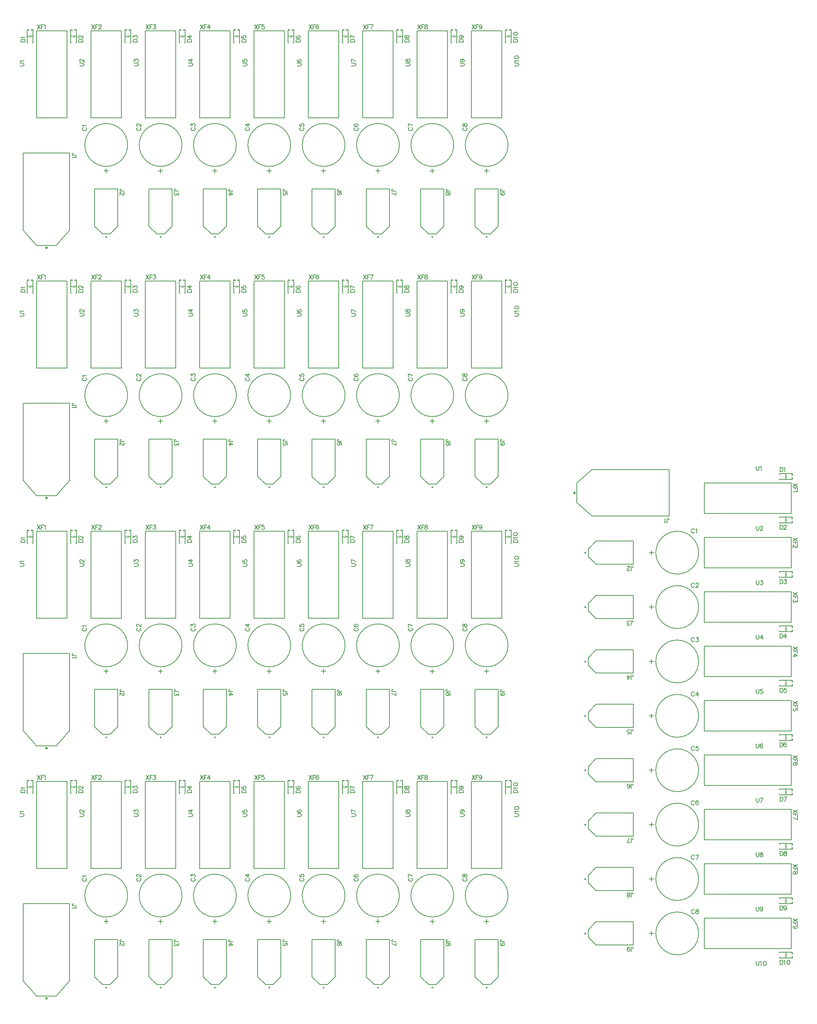
<source format=gto>
G04*
G04 #@! TF.GenerationSoftware,Altium Limited,Altium Designer,22.0.2 (36)*
G04*
G04 Layer_Color=65535*
%FSLAX44Y44*%
%MOMM*%
G71*
G04*
G04 #@! TF.SameCoordinates,3D356D52-1F4F-4DC4-934F-51404F246838*
G04*
G04*
G04 #@! TF.FilePolarity,Positive*
G04*
G01*
G75*
%ADD10C,0.2540*%
%ADD13C,0.1524*%
%ADD29C,0.2000*%
%ADD30C,0.1000*%
%ADD31C,0.3000*%
%ADD32C,0.1270*%
%ADD33C,0.1500*%
%ADD34C,0.1530*%
D10*
X1282900Y140180D02*
G03*
X1282900Y140180I-1000J0D01*
G01*
X1155900D02*
G03*
X1155900Y140180I-1000J0D01*
G01*
X1028900D02*
G03*
X1028900Y140180I-1000J0D01*
G01*
X901900D02*
G03*
X901900Y140180I-1000J0D01*
G01*
X774900D02*
G03*
X774900Y140180I-1000J0D01*
G01*
X647900D02*
G03*
X647900Y140180I-1000J0D01*
G01*
X520900D02*
G03*
X520900Y140180I-1000J0D01*
G01*
X393900D02*
G03*
X393900Y140180I-1000J0D01*
G01*
X1282900Y724380D02*
G03*
X1282900Y724380I-1000J0D01*
G01*
X1155900D02*
G03*
X1155900Y724380I-1000J0D01*
G01*
X1028900D02*
G03*
X1028900Y724380I-1000J0D01*
G01*
X901900D02*
G03*
X901900Y724380I-1000J0D01*
G01*
X774900D02*
G03*
X774900Y724380I-1000J0D01*
G01*
X647900D02*
G03*
X647900Y724380I-1000J0D01*
G01*
X520900D02*
G03*
X520900Y724380I-1000J0D01*
G01*
X393900D02*
G03*
X393900Y724380I-1000J0D01*
G01*
X1282900Y1308580D02*
G03*
X1282900Y1308580I-1000J0D01*
G01*
X1155900D02*
G03*
X1155900Y1308580I-1000J0D01*
G01*
X1028900D02*
G03*
X1028900Y1308580I-1000J0D01*
G01*
X901900D02*
G03*
X901900Y1308580I-1000J0D01*
G01*
X774900D02*
G03*
X774900Y1308580I-1000J0D01*
G01*
X647900D02*
G03*
X647900Y1308580I-1000J0D01*
G01*
X520900D02*
G03*
X520900Y1308580I-1000J0D01*
G01*
X393900D02*
G03*
X393900Y1308580I-1000J0D01*
G01*
X1282900Y1892780D02*
G03*
X1282900Y1892780I-1000J0D01*
G01*
X1155900D02*
G03*
X1155900Y1892780I-1000J0D01*
G01*
X1028900D02*
G03*
X1028900Y1892780I-1000J0D01*
G01*
X901900D02*
G03*
X901900Y1892780I-1000J0D01*
G01*
X774900D02*
G03*
X774900Y1892780I-1000J0D01*
G01*
X647900D02*
G03*
X647900Y1892780I-1000J0D01*
G01*
X520900D02*
G03*
X520900Y1892780I-1000J0D01*
G01*
X393900D02*
G03*
X393900Y1892780I-1000J0D01*
G01*
X1512260Y265700D02*
G03*
X1512260Y265700I0J1000D01*
G01*
Y392700D02*
G03*
X1512260Y392700I0J1000D01*
G01*
Y519700D02*
G03*
X1512260Y519700I0J1000D01*
G01*
Y646700D02*
G03*
X1512260Y646700I0J1000D01*
G01*
Y773700D02*
G03*
X1512260Y773700I0J1000D01*
G01*
Y900700D02*
G03*
X1512260Y900700I0J1000D01*
G01*
Y1027700D02*
G03*
X1512260Y1027700I0J1000D01*
G01*
Y1154700D02*
G03*
X1512260Y1154700I0J1000D01*
G01*
D13*
X1228187Y395650D02*
X1227219Y395166D01*
X1226252Y394198D01*
X1225768Y393231D01*
Y391296D01*
X1226252Y390329D01*
X1227219Y389361D01*
X1228187Y388878D01*
X1229638Y388394D01*
X1232056D01*
X1233508Y388878D01*
X1234475Y389361D01*
X1235442Y390329D01*
X1235926Y391296D01*
Y393231D01*
X1235442Y394198D01*
X1234475Y395166D01*
X1233508Y395650D01*
X1225768Y400922D02*
X1226252Y399471D01*
X1227219Y398987D01*
X1228187D01*
X1229154Y399471D01*
X1229638Y400438D01*
X1230122Y402373D01*
X1230605Y403824D01*
X1231573Y404792D01*
X1232540Y405275D01*
X1233991D01*
X1234959Y404792D01*
X1235442Y404308D01*
X1235926Y402857D01*
Y400922D01*
X1235442Y399471D01*
X1234959Y398987D01*
X1233991Y398503D01*
X1232540D01*
X1231573Y398987D01*
X1230605Y399955D01*
X1230122Y401406D01*
X1229638Y403340D01*
X1229154Y404308D01*
X1228187Y404792D01*
X1227219D01*
X1226252Y404308D01*
X1225768Y402857D01*
Y400922D01*
X1101187Y395650D02*
X1100219Y395166D01*
X1099252Y394198D01*
X1098768Y393231D01*
Y391296D01*
X1099252Y390329D01*
X1100219Y389361D01*
X1101187Y388878D01*
X1102638Y388394D01*
X1105056D01*
X1106507Y388878D01*
X1107475Y389361D01*
X1108442Y390329D01*
X1108926Y391296D01*
Y393231D01*
X1108442Y394198D01*
X1107475Y395166D01*
X1106507Y395650D01*
X1098768Y405275D02*
X1108926Y400438D01*
X1098768Y398503D02*
Y405275D01*
X974187Y395650D02*
X973219Y395166D01*
X972252Y394198D01*
X971768Y393231D01*
Y391296D01*
X972252Y390329D01*
X973219Y389361D01*
X974187Y388878D01*
X975638Y388394D01*
X978056D01*
X979508Y388878D01*
X980475Y389361D01*
X981442Y390329D01*
X981926Y391296D01*
Y393231D01*
X981442Y394198D01*
X980475Y395166D01*
X979508Y395650D01*
X973219Y404308D02*
X972252Y403824D01*
X971768Y402373D01*
Y401406D01*
X972252Y399955D01*
X973703Y398987D01*
X976122Y398503D01*
X978540D01*
X980475Y398987D01*
X981442Y399955D01*
X981926Y401406D01*
Y401889D01*
X981442Y403340D01*
X980475Y404308D01*
X979024Y404792D01*
X978540D01*
X977089Y404308D01*
X976122Y403340D01*
X975638Y401889D01*
Y401406D01*
X976122Y399955D01*
X977089Y398987D01*
X978540Y398503D01*
X847187Y395650D02*
X846219Y395166D01*
X845252Y394198D01*
X844768Y393231D01*
Y391296D01*
X845252Y390329D01*
X846219Y389361D01*
X847187Y388878D01*
X848638Y388394D01*
X851056D01*
X852507Y388878D01*
X853475Y389361D01*
X854442Y390329D01*
X854926Y391296D01*
Y393231D01*
X854442Y394198D01*
X853475Y395166D01*
X852507Y395650D01*
X844768Y404308D02*
Y399471D01*
X849121Y398987D01*
X848638Y399471D01*
X848154Y400922D01*
Y402373D01*
X848638Y403824D01*
X849605Y404792D01*
X851056Y405275D01*
X852024D01*
X853475Y404792D01*
X854442Y403824D01*
X854926Y402373D01*
Y400922D01*
X854442Y399471D01*
X853959Y398987D01*
X852991Y398503D01*
X720187Y395650D02*
X719219Y395166D01*
X718252Y394198D01*
X717768Y393231D01*
Y391296D01*
X718252Y390329D01*
X719219Y389361D01*
X720187Y388878D01*
X721638Y388394D01*
X724056D01*
X725508Y388878D01*
X726475Y389361D01*
X727442Y390329D01*
X727926Y391296D01*
Y393231D01*
X727442Y394198D01*
X726475Y395166D01*
X725508Y395650D01*
X717768Y403340D02*
X724540Y398503D01*
Y405759D01*
X717768Y403340D02*
X727926D01*
X593187Y395650D02*
X592219Y395166D01*
X591252Y394198D01*
X590768Y393231D01*
Y391296D01*
X591252Y390329D01*
X592219Y389361D01*
X593187Y388878D01*
X594638Y388394D01*
X597056D01*
X598507Y388878D01*
X599475Y389361D01*
X600442Y390329D01*
X600926Y391296D01*
Y393231D01*
X600442Y394198D01*
X599475Y395166D01*
X598507Y395650D01*
X590768Y399471D02*
Y404792D01*
X594638Y401889D01*
Y403340D01*
X595121Y404308D01*
X595605Y404792D01*
X597056Y405275D01*
X598024D01*
X599475Y404792D01*
X600442Y403824D01*
X600926Y402373D01*
Y400922D01*
X600442Y399471D01*
X599959Y398987D01*
X598991Y398503D01*
X466187Y395650D02*
X465219Y395166D01*
X464252Y394198D01*
X463768Y393231D01*
Y391296D01*
X464252Y390329D01*
X465219Y389361D01*
X466187Y388878D01*
X467638Y388394D01*
X470056D01*
X471507Y388878D01*
X472475Y389361D01*
X473442Y390329D01*
X473926Y391296D01*
Y393231D01*
X473442Y394198D01*
X472475Y395166D01*
X471507Y395650D01*
X466187Y398987D02*
X465703D01*
X464736Y399471D01*
X464252Y399955D01*
X463768Y400922D01*
Y402857D01*
X464252Y403824D01*
X464736Y404308D01*
X465703Y404792D01*
X466670D01*
X467638Y404308D01*
X469089Y403340D01*
X473926Y398503D01*
Y405275D01*
X339187Y395650D02*
X338219Y395166D01*
X337252Y394198D01*
X336768Y393231D01*
Y391296D01*
X337252Y390329D01*
X338219Y389361D01*
X339187Y388878D01*
X340638Y388394D01*
X343056D01*
X344507Y388878D01*
X345475Y389361D01*
X346442Y390329D01*
X346926Y391296D01*
Y393231D01*
X346442Y394198D01*
X345475Y395166D01*
X344507Y395650D01*
X338703Y398503D02*
X338219Y399471D01*
X336768Y400922D01*
X346926D01*
X1228187Y979850D02*
X1227219Y979366D01*
X1226252Y978399D01*
X1225768Y977431D01*
Y975496D01*
X1226252Y974529D01*
X1227219Y973561D01*
X1228187Y973078D01*
X1229638Y972594D01*
X1232056D01*
X1233508Y973078D01*
X1234475Y973561D01*
X1235442Y974529D01*
X1235926Y975496D01*
Y977431D01*
X1235442Y978399D01*
X1234475Y979366D01*
X1233508Y979850D01*
X1225768Y985122D02*
X1226252Y983671D01*
X1227219Y983187D01*
X1228187D01*
X1229154Y983671D01*
X1229638Y984638D01*
X1230122Y986573D01*
X1230605Y988024D01*
X1231573Y988992D01*
X1232540Y989475D01*
X1233991D01*
X1234959Y988992D01*
X1235442Y988508D01*
X1235926Y987057D01*
Y985122D01*
X1235442Y983671D01*
X1234959Y983187D01*
X1233991Y982703D01*
X1232540D01*
X1231573Y983187D01*
X1230605Y984155D01*
X1230122Y985606D01*
X1229638Y987541D01*
X1229154Y988508D01*
X1228187Y988992D01*
X1227219D01*
X1226252Y988508D01*
X1225768Y987057D01*
Y985122D01*
X1101187Y979850D02*
X1100219Y979366D01*
X1099252Y978399D01*
X1098768Y977431D01*
Y975496D01*
X1099252Y974529D01*
X1100219Y973561D01*
X1101187Y973078D01*
X1102638Y972594D01*
X1105056D01*
X1106507Y973078D01*
X1107475Y973561D01*
X1108442Y974529D01*
X1108926Y975496D01*
Y977431D01*
X1108442Y978399D01*
X1107475Y979366D01*
X1106507Y979850D01*
X1098768Y989475D02*
X1108926Y984638D01*
X1098768Y982703D02*
Y989475D01*
X974187Y979850D02*
X973219Y979366D01*
X972252Y978399D01*
X971768Y977431D01*
Y975496D01*
X972252Y974529D01*
X973219Y973561D01*
X974187Y973078D01*
X975638Y972594D01*
X978056D01*
X979508Y973078D01*
X980475Y973561D01*
X981442Y974529D01*
X981926Y975496D01*
Y977431D01*
X981442Y978399D01*
X980475Y979366D01*
X979508Y979850D01*
X973219Y988508D02*
X972252Y988024D01*
X971768Y986573D01*
Y985606D01*
X972252Y984155D01*
X973703Y983187D01*
X976122Y982703D01*
X978540D01*
X980475Y983187D01*
X981442Y984155D01*
X981926Y985606D01*
Y986089D01*
X981442Y987541D01*
X980475Y988508D01*
X979024Y988992D01*
X978540D01*
X977089Y988508D01*
X976122Y987541D01*
X975638Y986089D01*
Y985606D01*
X976122Y984155D01*
X977089Y983187D01*
X978540Y982703D01*
X847187Y979850D02*
X846219Y979366D01*
X845252Y978399D01*
X844768Y977431D01*
Y975496D01*
X845252Y974529D01*
X846219Y973561D01*
X847187Y973078D01*
X848638Y972594D01*
X851056D01*
X852507Y973078D01*
X853475Y973561D01*
X854442Y974529D01*
X854926Y975496D01*
Y977431D01*
X854442Y978399D01*
X853475Y979366D01*
X852507Y979850D01*
X844768Y988508D02*
Y983671D01*
X849121Y983187D01*
X848638Y983671D01*
X848154Y985122D01*
Y986573D01*
X848638Y988024D01*
X849605Y988992D01*
X851056Y989475D01*
X852024D01*
X853475Y988992D01*
X854442Y988024D01*
X854926Y986573D01*
Y985122D01*
X854442Y983671D01*
X853959Y983187D01*
X852991Y982703D01*
X720187Y979850D02*
X719219Y979366D01*
X718252Y978399D01*
X717768Y977431D01*
Y975496D01*
X718252Y974529D01*
X719219Y973561D01*
X720187Y973078D01*
X721638Y972594D01*
X724056D01*
X725508Y973078D01*
X726475Y973561D01*
X727442Y974529D01*
X727926Y975496D01*
Y977431D01*
X727442Y978399D01*
X726475Y979366D01*
X725508Y979850D01*
X717768Y987541D02*
X724540Y982703D01*
Y989959D01*
X717768Y987541D02*
X727926D01*
X593187Y979850D02*
X592219Y979366D01*
X591252Y978399D01*
X590768Y977431D01*
Y975496D01*
X591252Y974529D01*
X592219Y973561D01*
X593187Y973078D01*
X594638Y972594D01*
X597056D01*
X598507Y973078D01*
X599475Y973561D01*
X600442Y974529D01*
X600926Y975496D01*
Y977431D01*
X600442Y978399D01*
X599475Y979366D01*
X598507Y979850D01*
X590768Y983671D02*
Y988992D01*
X594638Y986089D01*
Y987541D01*
X595121Y988508D01*
X595605Y988992D01*
X597056Y989475D01*
X598024D01*
X599475Y988992D01*
X600442Y988024D01*
X600926Y986573D01*
Y985122D01*
X600442Y983671D01*
X599959Y983187D01*
X598991Y982703D01*
X466187Y979850D02*
X465219Y979366D01*
X464252Y978399D01*
X463768Y977431D01*
Y975496D01*
X464252Y974529D01*
X465219Y973561D01*
X466187Y973078D01*
X467638Y972594D01*
X470056D01*
X471507Y973078D01*
X472475Y973561D01*
X473442Y974529D01*
X473926Y975496D01*
Y977431D01*
X473442Y978399D01*
X472475Y979366D01*
X471507Y979850D01*
X466187Y983187D02*
X465703D01*
X464736Y983671D01*
X464252Y984155D01*
X463768Y985122D01*
Y987057D01*
X464252Y988024D01*
X464736Y988508D01*
X465703Y988992D01*
X466670D01*
X467638Y988508D01*
X469089Y987541D01*
X473926Y982703D01*
Y989475D01*
X339187Y979850D02*
X338219Y979366D01*
X337252Y978399D01*
X336768Y977431D01*
Y975496D01*
X337252Y974529D01*
X338219Y973561D01*
X339187Y973078D01*
X340638Y972594D01*
X343056D01*
X344507Y973078D01*
X345475Y973561D01*
X346442Y974529D01*
X346926Y975496D01*
Y977431D01*
X346442Y978399D01*
X345475Y979366D01*
X344507Y979850D01*
X338703Y982703D02*
X338219Y983671D01*
X336768Y985122D01*
X346926D01*
X1228187Y1564050D02*
X1227219Y1563566D01*
X1226252Y1562599D01*
X1225768Y1561631D01*
Y1559696D01*
X1226252Y1558729D01*
X1227219Y1557761D01*
X1228187Y1557278D01*
X1229638Y1556794D01*
X1232056D01*
X1233508Y1557278D01*
X1234475Y1557761D01*
X1235442Y1558729D01*
X1235926Y1559696D01*
Y1561631D01*
X1235442Y1562599D01*
X1234475Y1563566D01*
X1233508Y1564050D01*
X1225768Y1569322D02*
X1226252Y1567871D01*
X1227219Y1567387D01*
X1228187D01*
X1229154Y1567871D01*
X1229638Y1568838D01*
X1230122Y1570773D01*
X1230605Y1572224D01*
X1231573Y1573192D01*
X1232540Y1573675D01*
X1233991D01*
X1234959Y1573192D01*
X1235442Y1572708D01*
X1235926Y1571257D01*
Y1569322D01*
X1235442Y1567871D01*
X1234959Y1567387D01*
X1233991Y1566904D01*
X1232540D01*
X1231573Y1567387D01*
X1230605Y1568355D01*
X1230122Y1569806D01*
X1229638Y1571741D01*
X1229154Y1572708D01*
X1228187Y1573192D01*
X1227219D01*
X1226252Y1572708D01*
X1225768Y1571257D01*
Y1569322D01*
X1101187Y1564050D02*
X1100219Y1563566D01*
X1099252Y1562599D01*
X1098768Y1561631D01*
Y1559696D01*
X1099252Y1558729D01*
X1100219Y1557761D01*
X1101187Y1557278D01*
X1102638Y1556794D01*
X1105056D01*
X1106507Y1557278D01*
X1107475Y1557761D01*
X1108442Y1558729D01*
X1108926Y1559696D01*
Y1561631D01*
X1108442Y1562599D01*
X1107475Y1563566D01*
X1106507Y1564050D01*
X1098768Y1573675D02*
X1108926Y1568838D01*
X1098768Y1566904D02*
Y1573675D01*
X974187Y1564050D02*
X973219Y1563566D01*
X972252Y1562599D01*
X971768Y1561631D01*
Y1559696D01*
X972252Y1558729D01*
X973219Y1557761D01*
X974187Y1557278D01*
X975638Y1556794D01*
X978056D01*
X979508Y1557278D01*
X980475Y1557761D01*
X981442Y1558729D01*
X981926Y1559696D01*
Y1561631D01*
X981442Y1562599D01*
X980475Y1563566D01*
X979508Y1564050D01*
X973219Y1572708D02*
X972252Y1572224D01*
X971768Y1570773D01*
Y1569806D01*
X972252Y1568355D01*
X973703Y1567387D01*
X976122Y1566904D01*
X978540D01*
X980475Y1567387D01*
X981442Y1568355D01*
X981926Y1569806D01*
Y1570289D01*
X981442Y1571741D01*
X980475Y1572708D01*
X979024Y1573192D01*
X978540D01*
X977089Y1572708D01*
X976122Y1571741D01*
X975638Y1570289D01*
Y1569806D01*
X976122Y1568355D01*
X977089Y1567387D01*
X978540Y1566904D01*
X847187Y1564050D02*
X846219Y1563566D01*
X845252Y1562599D01*
X844768Y1561631D01*
Y1559696D01*
X845252Y1558729D01*
X846219Y1557761D01*
X847187Y1557278D01*
X848638Y1556794D01*
X851056D01*
X852507Y1557278D01*
X853475Y1557761D01*
X854442Y1558729D01*
X854926Y1559696D01*
Y1561631D01*
X854442Y1562599D01*
X853475Y1563566D01*
X852507Y1564050D01*
X844768Y1572708D02*
Y1567871D01*
X849121Y1567387D01*
X848638Y1567871D01*
X848154Y1569322D01*
Y1570773D01*
X848638Y1572224D01*
X849605Y1573192D01*
X851056Y1573675D01*
X852024D01*
X853475Y1573192D01*
X854442Y1572224D01*
X854926Y1570773D01*
Y1569322D01*
X854442Y1567871D01*
X853959Y1567387D01*
X852991Y1566904D01*
X720187Y1564050D02*
X719219Y1563566D01*
X718252Y1562599D01*
X717768Y1561631D01*
Y1559696D01*
X718252Y1558729D01*
X719219Y1557761D01*
X720187Y1557278D01*
X721638Y1556794D01*
X724056D01*
X725508Y1557278D01*
X726475Y1557761D01*
X727442Y1558729D01*
X727926Y1559696D01*
Y1561631D01*
X727442Y1562599D01*
X726475Y1563566D01*
X725508Y1564050D01*
X717768Y1571741D02*
X724540Y1566904D01*
Y1574159D01*
X717768Y1571741D02*
X727926D01*
X593187Y1564050D02*
X592219Y1563566D01*
X591252Y1562599D01*
X590768Y1561631D01*
Y1559696D01*
X591252Y1558729D01*
X592219Y1557761D01*
X593187Y1557278D01*
X594638Y1556794D01*
X597056D01*
X598507Y1557278D01*
X599475Y1557761D01*
X600442Y1558729D01*
X600926Y1559696D01*
Y1561631D01*
X600442Y1562599D01*
X599475Y1563566D01*
X598507Y1564050D01*
X590768Y1567871D02*
Y1573192D01*
X594638Y1570289D01*
Y1571741D01*
X595121Y1572708D01*
X595605Y1573192D01*
X597056Y1573675D01*
X598024D01*
X599475Y1573192D01*
X600442Y1572224D01*
X600926Y1570773D01*
Y1569322D01*
X600442Y1567871D01*
X599959Y1567387D01*
X598991Y1566904D01*
X466187Y1564050D02*
X465219Y1563566D01*
X464252Y1562599D01*
X463768Y1561631D01*
Y1559696D01*
X464252Y1558729D01*
X465219Y1557761D01*
X466187Y1557278D01*
X467638Y1556794D01*
X470056D01*
X471507Y1557278D01*
X472475Y1557761D01*
X473442Y1558729D01*
X473926Y1559696D01*
Y1561631D01*
X473442Y1562599D01*
X472475Y1563566D01*
X471507Y1564050D01*
X466187Y1567387D02*
X465703D01*
X464736Y1567871D01*
X464252Y1568355D01*
X463768Y1569322D01*
Y1571257D01*
X464252Y1572224D01*
X464736Y1572708D01*
X465703Y1573192D01*
X466670D01*
X467638Y1572708D01*
X469089Y1571741D01*
X473926Y1566904D01*
Y1573675D01*
X339187Y1564050D02*
X338219Y1563566D01*
X337252Y1562599D01*
X336768Y1561631D01*
Y1559696D01*
X337252Y1558729D01*
X338219Y1557761D01*
X339187Y1557278D01*
X340638Y1556794D01*
X343056D01*
X344507Y1557278D01*
X345475Y1557761D01*
X346442Y1558729D01*
X346926Y1559696D01*
Y1561631D01*
X346442Y1562599D01*
X345475Y1563566D01*
X344507Y1564050D01*
X338703Y1566904D02*
X338219Y1567871D01*
X336768Y1569322D01*
X346926D01*
X1228187Y2148250D02*
X1227219Y2147766D01*
X1226252Y2146799D01*
X1225768Y2145831D01*
Y2143896D01*
X1226252Y2142929D01*
X1227219Y2141961D01*
X1228187Y2141478D01*
X1229638Y2140994D01*
X1232056D01*
X1233508Y2141478D01*
X1234475Y2141961D01*
X1235442Y2142929D01*
X1235926Y2143896D01*
Y2145831D01*
X1235442Y2146799D01*
X1234475Y2147766D01*
X1233508Y2148250D01*
X1225768Y2153522D02*
X1226252Y2152071D01*
X1227219Y2151587D01*
X1228187D01*
X1229154Y2152071D01*
X1229638Y2153038D01*
X1230122Y2154973D01*
X1230605Y2156424D01*
X1231573Y2157392D01*
X1232540Y2157875D01*
X1233991D01*
X1234959Y2157392D01*
X1235442Y2156908D01*
X1235926Y2155457D01*
Y2153522D01*
X1235442Y2152071D01*
X1234959Y2151587D01*
X1233991Y2151104D01*
X1232540D01*
X1231573Y2151587D01*
X1230605Y2152555D01*
X1230122Y2154006D01*
X1229638Y2155941D01*
X1229154Y2156908D01*
X1228187Y2157392D01*
X1227219D01*
X1226252Y2156908D01*
X1225768Y2155457D01*
Y2153522D01*
X1101187Y2148250D02*
X1100219Y2147766D01*
X1099252Y2146799D01*
X1098768Y2145831D01*
Y2143896D01*
X1099252Y2142929D01*
X1100219Y2141961D01*
X1101187Y2141478D01*
X1102638Y2140994D01*
X1105056D01*
X1106507Y2141478D01*
X1107475Y2141961D01*
X1108442Y2142929D01*
X1108926Y2143896D01*
Y2145831D01*
X1108442Y2146799D01*
X1107475Y2147766D01*
X1106507Y2148250D01*
X1098768Y2157875D02*
X1108926Y2153038D01*
X1098768Y2151104D02*
Y2157875D01*
X974187Y2148250D02*
X973219Y2147766D01*
X972252Y2146799D01*
X971768Y2145831D01*
Y2143896D01*
X972252Y2142929D01*
X973219Y2141961D01*
X974187Y2141478D01*
X975638Y2140994D01*
X978056D01*
X979508Y2141478D01*
X980475Y2141961D01*
X981442Y2142929D01*
X981926Y2143896D01*
Y2145831D01*
X981442Y2146799D01*
X980475Y2147766D01*
X979508Y2148250D01*
X973219Y2156908D02*
X972252Y2156424D01*
X971768Y2154973D01*
Y2154006D01*
X972252Y2152555D01*
X973703Y2151587D01*
X976122Y2151104D01*
X978540D01*
X980475Y2151587D01*
X981442Y2152555D01*
X981926Y2154006D01*
Y2154489D01*
X981442Y2155941D01*
X980475Y2156908D01*
X979024Y2157392D01*
X978540D01*
X977089Y2156908D01*
X976122Y2155941D01*
X975638Y2154489D01*
Y2154006D01*
X976122Y2152555D01*
X977089Y2151587D01*
X978540Y2151104D01*
X847187Y2148250D02*
X846219Y2147766D01*
X845252Y2146799D01*
X844768Y2145831D01*
Y2143896D01*
X845252Y2142929D01*
X846219Y2141961D01*
X847187Y2141478D01*
X848638Y2140994D01*
X851056D01*
X852507Y2141478D01*
X853475Y2141961D01*
X854442Y2142929D01*
X854926Y2143896D01*
Y2145831D01*
X854442Y2146799D01*
X853475Y2147766D01*
X852507Y2148250D01*
X844768Y2156908D02*
Y2152071D01*
X849121Y2151587D01*
X848638Y2152071D01*
X848154Y2153522D01*
Y2154973D01*
X848638Y2156424D01*
X849605Y2157392D01*
X851056Y2157875D01*
X852024D01*
X853475Y2157392D01*
X854442Y2156424D01*
X854926Y2154973D01*
Y2153522D01*
X854442Y2152071D01*
X853959Y2151587D01*
X852991Y2151104D01*
X720187Y2148250D02*
X719219Y2147766D01*
X718252Y2146799D01*
X717768Y2145831D01*
Y2143896D01*
X718252Y2142929D01*
X719219Y2141961D01*
X720187Y2141478D01*
X721638Y2140994D01*
X724056D01*
X725508Y2141478D01*
X726475Y2141961D01*
X727442Y2142929D01*
X727926Y2143896D01*
Y2145831D01*
X727442Y2146799D01*
X726475Y2147766D01*
X725508Y2148250D01*
X717768Y2155941D02*
X724540Y2151104D01*
Y2158359D01*
X717768Y2155941D02*
X727926D01*
X593187Y2148250D02*
X592219Y2147766D01*
X591252Y2146799D01*
X590768Y2145831D01*
Y2143896D01*
X591252Y2142929D01*
X592219Y2141961D01*
X593187Y2141478D01*
X594638Y2140994D01*
X597056D01*
X598507Y2141478D01*
X599475Y2141961D01*
X600442Y2142929D01*
X600926Y2143896D01*
Y2145831D01*
X600442Y2146799D01*
X599475Y2147766D01*
X598507Y2148250D01*
X590768Y2152071D02*
Y2157392D01*
X594638Y2154489D01*
Y2155941D01*
X595121Y2156908D01*
X595605Y2157392D01*
X597056Y2157875D01*
X598024D01*
X599475Y2157392D01*
X600442Y2156424D01*
X600926Y2154973D01*
Y2153522D01*
X600442Y2152071D01*
X599959Y2151587D01*
X598991Y2151104D01*
X466187Y2148250D02*
X465219Y2147766D01*
X464252Y2146799D01*
X463768Y2145831D01*
Y2143896D01*
X464252Y2142929D01*
X465219Y2141961D01*
X466187Y2141478D01*
X467638Y2140994D01*
X470056D01*
X471507Y2141478D01*
X472475Y2141961D01*
X473442Y2142929D01*
X473926Y2143896D01*
Y2145831D01*
X473442Y2146799D01*
X472475Y2147766D01*
X471507Y2148250D01*
X466187Y2151587D02*
X465703D01*
X464736Y2152071D01*
X464252Y2152555D01*
X463768Y2153522D01*
Y2155457D01*
X464252Y2156424D01*
X464736Y2156908D01*
X465703Y2157392D01*
X466670D01*
X467638Y2156908D01*
X469089Y2155941D01*
X473926Y2151104D01*
Y2157875D01*
X339187Y2148250D02*
X338219Y2147766D01*
X337252Y2146799D01*
X336768Y2145831D01*
Y2143896D01*
X337252Y2142929D01*
X338219Y2141961D01*
X339187Y2141478D01*
X340638Y2140994D01*
X343056D01*
X344507Y2141478D01*
X345475Y2141961D01*
X346442Y2142929D01*
X346926Y2143896D01*
Y2145831D01*
X346442Y2146799D01*
X345475Y2147766D01*
X344507Y2148250D01*
X338703Y2151104D02*
X338219Y2152071D01*
X336768Y2153522D01*
X346926D01*
X1767730Y320413D02*
X1767246Y321381D01*
X1766279Y322348D01*
X1765311Y322832D01*
X1763376D01*
X1762409Y322348D01*
X1761441Y321381D01*
X1760958Y320413D01*
X1760474Y318962D01*
Y316544D01*
X1760958Y315093D01*
X1761441Y314125D01*
X1762409Y313158D01*
X1763376Y312674D01*
X1765311D01*
X1766279Y313158D01*
X1767246Y314125D01*
X1767730Y315093D01*
X1773002Y322832D02*
X1771551Y322348D01*
X1771067Y321381D01*
Y320413D01*
X1771551Y319446D01*
X1772518Y318962D01*
X1774453Y318479D01*
X1775904Y317995D01*
X1776872Y317027D01*
X1777355Y316060D01*
Y314609D01*
X1776872Y313641D01*
X1776388Y313158D01*
X1774937Y312674D01*
X1773002D01*
X1771551Y313158D01*
X1771067Y313641D01*
X1770583Y314609D01*
Y316060D01*
X1771067Y317027D01*
X1772035Y317995D01*
X1773486Y318479D01*
X1775421Y318962D01*
X1776388Y319446D01*
X1776872Y320413D01*
Y321381D01*
X1776388Y322348D01*
X1774937Y322832D01*
X1773002D01*
X1767730Y447413D02*
X1767246Y448381D01*
X1766279Y449348D01*
X1765311Y449832D01*
X1763376D01*
X1762409Y449348D01*
X1761441Y448381D01*
X1760958Y447413D01*
X1760474Y445962D01*
Y443544D01*
X1760958Y442093D01*
X1761441Y441125D01*
X1762409Y440158D01*
X1763376Y439674D01*
X1765311D01*
X1766279Y440158D01*
X1767246Y441125D01*
X1767730Y442093D01*
X1777355Y449832D02*
X1772518Y439674D01*
X1770583Y449832D02*
X1777355D01*
X1767730Y574413D02*
X1767246Y575381D01*
X1766279Y576348D01*
X1765311Y576832D01*
X1763376D01*
X1762409Y576348D01*
X1761441Y575381D01*
X1760958Y574413D01*
X1760474Y572962D01*
Y570544D01*
X1760958Y569092D01*
X1761441Y568125D01*
X1762409Y567158D01*
X1763376Y566674D01*
X1765311D01*
X1766279Y567158D01*
X1767246Y568125D01*
X1767730Y569092D01*
X1776388Y575381D02*
X1775904Y576348D01*
X1774453Y576832D01*
X1773486D01*
X1772035Y576348D01*
X1771067Y574897D01*
X1770583Y572478D01*
Y570060D01*
X1771067Y568125D01*
X1772035Y567158D01*
X1773486Y566674D01*
X1773969D01*
X1775421Y567158D01*
X1776388Y568125D01*
X1776872Y569576D01*
Y570060D01*
X1776388Y571511D01*
X1775421Y572478D01*
X1773969Y572962D01*
X1773486D01*
X1772035Y572478D01*
X1771067Y571511D01*
X1770583Y570060D01*
X1767730Y701413D02*
X1767246Y702381D01*
X1766279Y703348D01*
X1765311Y703832D01*
X1763376D01*
X1762409Y703348D01*
X1761441Y702381D01*
X1760958Y701413D01*
X1760474Y699962D01*
Y697544D01*
X1760958Y696093D01*
X1761441Y695125D01*
X1762409Y694158D01*
X1763376Y693674D01*
X1765311D01*
X1766279Y694158D01*
X1767246Y695125D01*
X1767730Y696093D01*
X1776388Y703832D02*
X1771551D01*
X1771067Y699479D01*
X1771551Y699962D01*
X1773002Y700446D01*
X1774453D01*
X1775904Y699962D01*
X1776872Y698995D01*
X1777355Y697544D01*
Y696576D01*
X1776872Y695125D01*
X1775904Y694158D01*
X1774453Y693674D01*
X1773002D01*
X1771551Y694158D01*
X1771067Y694641D01*
X1770583Y695609D01*
X1767730Y828413D02*
X1767246Y829381D01*
X1766279Y830348D01*
X1765311Y830832D01*
X1763376D01*
X1762409Y830348D01*
X1761441Y829381D01*
X1760958Y828413D01*
X1760474Y826962D01*
Y824544D01*
X1760958Y823092D01*
X1761441Y822125D01*
X1762409Y821158D01*
X1763376Y820674D01*
X1765311D01*
X1766279Y821158D01*
X1767246Y822125D01*
X1767730Y823092D01*
X1775421Y830832D02*
X1770583Y824060D01*
X1777839D01*
X1775421Y830832D02*
Y820674D01*
X1767730Y955413D02*
X1767246Y956381D01*
X1766279Y957348D01*
X1765311Y957832D01*
X1763376D01*
X1762409Y957348D01*
X1761441Y956381D01*
X1760958Y955413D01*
X1760474Y953962D01*
Y951544D01*
X1760958Y950092D01*
X1761441Y949125D01*
X1762409Y948158D01*
X1763376Y947674D01*
X1765311D01*
X1766279Y948158D01*
X1767246Y949125D01*
X1767730Y950092D01*
X1771551Y957832D02*
X1776872D01*
X1773969Y953962D01*
X1775421D01*
X1776388Y953478D01*
X1776872Y952995D01*
X1777355Y951544D01*
Y950576D01*
X1776872Y949125D01*
X1775904Y948158D01*
X1774453Y947674D01*
X1773002D01*
X1771551Y948158D01*
X1771067Y948641D01*
X1770583Y949609D01*
X1767730Y1082413D02*
X1767246Y1083381D01*
X1766279Y1084348D01*
X1765311Y1084832D01*
X1763376D01*
X1762409Y1084348D01*
X1761441Y1083381D01*
X1760958Y1082413D01*
X1760474Y1080962D01*
Y1078544D01*
X1760958Y1077093D01*
X1761441Y1076125D01*
X1762409Y1075158D01*
X1763376Y1074674D01*
X1765311D01*
X1766279Y1075158D01*
X1767246Y1076125D01*
X1767730Y1077093D01*
X1771067Y1082413D02*
Y1082897D01*
X1771551Y1083864D01*
X1772035Y1084348D01*
X1773002Y1084832D01*
X1774937D01*
X1775904Y1084348D01*
X1776388Y1083864D01*
X1776872Y1082897D01*
Y1081930D01*
X1776388Y1080962D01*
X1775421Y1079511D01*
X1770583Y1074674D01*
X1777355D01*
X1767730Y1209413D02*
X1767246Y1210381D01*
X1766279Y1211348D01*
X1765311Y1211832D01*
X1763376D01*
X1762409Y1211348D01*
X1761441Y1210381D01*
X1760958Y1209413D01*
X1760474Y1207962D01*
Y1205544D01*
X1760958Y1204092D01*
X1761441Y1203125D01*
X1762409Y1202158D01*
X1763376Y1201674D01*
X1765311D01*
X1766279Y1202158D01*
X1767246Y1203125D01*
X1767730Y1204092D01*
X1770583Y1209897D02*
X1771551Y1210381D01*
X1773002Y1211832D01*
Y1201674D01*
D29*
X1331900Y355120D02*
G03*
X1331900Y355120I-50000J0D01*
G01*
X1204900D02*
G03*
X1204900Y355120I-50000J0D01*
G01*
X1077900D02*
G03*
X1077900Y355120I-50000J0D01*
G01*
X950900D02*
G03*
X950900Y355120I-50000J0D01*
G01*
X823900D02*
G03*
X823900Y355120I-50000J0D01*
G01*
X696900D02*
G03*
X696900Y355120I-50000J0D01*
G01*
X569900D02*
G03*
X569900Y355120I-50000J0D01*
G01*
X442900D02*
G03*
X442900Y355120I-50000J0D01*
G01*
X1276820Y295120D02*
X1286980D01*
X1281900Y290040D02*
Y300200D01*
X1149820Y295120D02*
X1159980D01*
X1154900Y290040D02*
Y300200D01*
X1022820Y295120D02*
X1032980D01*
X1027900Y290040D02*
Y300200D01*
X895820Y295120D02*
X905980D01*
X900900Y290040D02*
Y300200D01*
X768820Y295120D02*
X778980D01*
X773900Y290040D02*
Y300200D01*
X641820Y295120D02*
X651980D01*
X646900Y290040D02*
Y300200D01*
X514820Y295120D02*
X524980D01*
X519900Y290040D02*
Y300200D01*
X387820Y295120D02*
X397980D01*
X392900Y290040D02*
Y300200D01*
X1331900Y939320D02*
G03*
X1331900Y939320I-50000J0D01*
G01*
X1204900D02*
G03*
X1204900Y939320I-50000J0D01*
G01*
X1077900D02*
G03*
X1077900Y939320I-50000J0D01*
G01*
X950900D02*
G03*
X950900Y939320I-50000J0D01*
G01*
X823900D02*
G03*
X823900Y939320I-50000J0D01*
G01*
X696900D02*
G03*
X696900Y939320I-50000J0D01*
G01*
X569900D02*
G03*
X569900Y939320I-50000J0D01*
G01*
X442900D02*
G03*
X442900Y939320I-50000J0D01*
G01*
X1276820Y879320D02*
X1286980D01*
X1281900Y874240D02*
Y884400D01*
X1149820Y879320D02*
X1159980D01*
X1154900Y874240D02*
Y884400D01*
X1022820Y879320D02*
X1032980D01*
X1027900Y874240D02*
Y884400D01*
X895820Y879320D02*
X905980D01*
X900900Y874240D02*
Y884400D01*
X768820Y879320D02*
X778980D01*
X773900Y874240D02*
Y884400D01*
X641820Y879320D02*
X651980D01*
X646900Y874240D02*
Y884400D01*
X514820Y879320D02*
X524980D01*
X519900Y874240D02*
Y884400D01*
X387820Y879320D02*
X397980D01*
X392900Y874240D02*
Y884400D01*
X1331900Y1523520D02*
G03*
X1331900Y1523520I-50000J0D01*
G01*
X1204900D02*
G03*
X1204900Y1523520I-50000J0D01*
G01*
X1077900D02*
G03*
X1077900Y1523520I-50000J0D01*
G01*
X950900D02*
G03*
X950900Y1523520I-50000J0D01*
G01*
X823900D02*
G03*
X823900Y1523520I-50000J0D01*
G01*
X696900D02*
G03*
X696900Y1523520I-50000J0D01*
G01*
X569900D02*
G03*
X569900Y1523520I-50000J0D01*
G01*
X442900D02*
G03*
X442900Y1523520I-50000J0D01*
G01*
X1276820Y1463520D02*
X1286980D01*
X1281900Y1458440D02*
Y1468600D01*
X1149820Y1463520D02*
X1159980D01*
X1154900Y1458440D02*
Y1468600D01*
X1022820Y1463520D02*
X1032980D01*
X1027900Y1458440D02*
Y1468600D01*
X895820Y1463520D02*
X905980D01*
X900900Y1458440D02*
Y1468600D01*
X768820Y1463520D02*
X778980D01*
X773900Y1458440D02*
Y1468600D01*
X641820Y1463520D02*
X651980D01*
X646900Y1458440D02*
Y1468600D01*
X514820Y1463520D02*
X524980D01*
X519900Y1458440D02*
Y1468600D01*
X387820Y1463520D02*
X397980D01*
X392900Y1458440D02*
Y1468600D01*
X1331900Y2107720D02*
G03*
X1331900Y2107720I-50000J0D01*
G01*
X1204900D02*
G03*
X1204900Y2107720I-50000J0D01*
G01*
X1077900D02*
G03*
X1077900Y2107720I-50000J0D01*
G01*
X950900D02*
G03*
X950900Y2107720I-50000J0D01*
G01*
X823900D02*
G03*
X823900Y2107720I-50000J0D01*
G01*
X696900D02*
G03*
X696900Y2107720I-50000J0D01*
G01*
X569900D02*
G03*
X569900Y2107720I-50000J0D01*
G01*
X442900D02*
G03*
X442900Y2107720I-50000J0D01*
G01*
X1276820Y2047720D02*
X1286980D01*
X1281900Y2042640D02*
Y2052800D01*
X1149820Y2047720D02*
X1159980D01*
X1154900Y2042640D02*
Y2052800D01*
X1022820Y2047720D02*
X1032980D01*
X1027900Y2042640D02*
Y2052800D01*
X895820Y2047720D02*
X905980D01*
X900900Y2042640D02*
Y2052800D01*
X768820Y2047720D02*
X778980D01*
X773900Y2042640D02*
Y2052800D01*
X641820Y2047720D02*
X651980D01*
X646900Y2042640D02*
Y2052800D01*
X514820Y2047720D02*
X524980D01*
X519900Y2042640D02*
Y2052800D01*
X387820Y2047720D02*
X397980D01*
X392900Y2042640D02*
Y2052800D01*
X1727200Y216700D02*
G03*
X1727200Y216700I0J50000D01*
G01*
Y343700D02*
G03*
X1727200Y343700I0J50000D01*
G01*
Y470700D02*
G03*
X1727200Y470700I0J50000D01*
G01*
Y597700D02*
G03*
X1727200Y597700I0J50000D01*
G01*
Y724700D02*
G03*
X1727200Y724700I0J50000D01*
G01*
Y851700D02*
G03*
X1727200Y851700I0J50000D01*
G01*
Y978700D02*
G03*
X1727200Y978700I0J50000D01*
G01*
Y1105700D02*
G03*
X1727200Y1105700I0J50000D01*
G01*
X1667200Y271780D02*
Y261620D01*
X1662120Y266700D02*
X1672280D01*
X1667200Y398780D02*
Y388620D01*
X1662120Y393700D02*
X1672280D01*
X1667200Y525780D02*
Y515620D01*
X1662120Y520700D02*
X1672280D01*
X1667200Y652780D02*
Y642620D01*
X1662120Y647700D02*
X1672280D01*
X1667200Y779780D02*
Y769620D01*
X1662120Y774700D02*
X1672280D01*
X1667200Y906780D02*
Y896620D01*
X1662120Y901700D02*
X1672280D01*
X1667200Y1033780D02*
Y1023620D01*
X1662120Y1028700D02*
X1672280D01*
X1667200Y1160780D02*
Y1150620D01*
X1662120Y1155700D02*
X1672280D01*
D30*
X226100Y577820D02*
G03*
X226100Y577820I-500J0D01*
G01*
X327700D02*
G03*
X327700Y577820I-500J0D01*
G01*
X454700D02*
G03*
X454700Y577820I-500J0D01*
G01*
X581700D02*
G03*
X581700Y577820I-500J0D01*
G01*
X708700D02*
G03*
X708700Y577820I-500J0D01*
G01*
X835700D02*
G03*
X835700Y577820I-500J0D01*
G01*
X962700D02*
G03*
X962700Y577820I-500J0D01*
G01*
X1089700D02*
G03*
X1089700Y577820I-500J0D01*
G01*
X1216700D02*
G03*
X1216700Y577820I-500J0D01*
G01*
X1343700D02*
G03*
X1343700Y577820I-500J0D01*
G01*
X570700Y610870D02*
X573200Y607370D01*
X570700D02*
X573200D01*
X570700Y610870D02*
X572950D01*
X568450D02*
X570700D01*
X568200Y607370D02*
X570700D01*
X568200D02*
X570700Y610870D01*
X316700D02*
X319200Y607370D01*
X316700D02*
X319200D01*
X316700Y610870D02*
X318950D01*
X314450D02*
X316700D01*
X314200Y607370D02*
X316700D01*
X314200D02*
X316700Y610870D01*
X215100D02*
X217600Y607370D01*
X215100D02*
X217600D01*
X215100Y610870D02*
X217350D01*
X212850D02*
X215100D01*
X212600Y607370D02*
X215100D01*
X212600D02*
X215100Y610870D01*
X697700D02*
X700200Y607370D01*
X697700D02*
X700200D01*
X697700Y610870D02*
X699950D01*
X695450D02*
X697700D01*
X695200Y607370D02*
X697700D01*
X695200D02*
X697700Y610870D01*
X949200Y607370D02*
X951700Y610870D01*
X949200Y607370D02*
X951700D01*
X949450Y610870D02*
X951700D01*
X953950D01*
X951700Y607370D02*
X954200D01*
X951700Y610870D02*
X954200Y607370D01*
X824700Y610870D02*
X827200Y607370D01*
X824700D02*
X827200D01*
X824700Y610870D02*
X826950D01*
X822450D02*
X824700D01*
X822200Y607370D02*
X824700D01*
X822200D02*
X824700Y610870D01*
X441200Y607370D02*
X443700Y610870D01*
X441200Y607370D02*
X443700D01*
X441450Y610870D02*
X443700D01*
X445950D01*
X443700Y607370D02*
X446200D01*
X443700Y610870D02*
X446200Y607370D01*
X1332700Y610870D02*
X1335200Y607370D01*
X1332700D02*
X1335200D01*
X1332700Y610870D02*
X1334950D01*
X1330450D02*
X1332700D01*
X1330200Y607370D02*
X1332700D01*
X1330200D02*
X1332700Y610870D01*
X1203200Y607370D02*
X1205700Y610870D01*
X1203200Y607370D02*
X1205700D01*
X1203450Y610870D02*
X1205700D01*
X1207950D01*
X1205700Y607370D02*
X1208200D01*
X1205700Y610870D02*
X1208200Y607370D01*
X1078700Y610870D02*
X1081200Y607370D01*
X1078700D02*
X1081200D01*
X1078700Y610870D02*
X1080950D01*
X1076450D02*
X1078700D01*
X1076200Y607370D02*
X1078700D01*
X1076200D02*
X1078700Y610870D01*
X226100Y1162020D02*
G03*
X226100Y1162020I-500J0D01*
G01*
X327700D02*
G03*
X327700Y1162020I-500J0D01*
G01*
X454700D02*
G03*
X454700Y1162020I-500J0D01*
G01*
X581700D02*
G03*
X581700Y1162020I-500J0D01*
G01*
X708700D02*
G03*
X708700Y1162020I-500J0D01*
G01*
X835700D02*
G03*
X835700Y1162020I-500J0D01*
G01*
X962700D02*
G03*
X962700Y1162020I-500J0D01*
G01*
X1089700D02*
G03*
X1089700Y1162020I-500J0D01*
G01*
X1216700D02*
G03*
X1216700Y1162020I-500J0D01*
G01*
X1343700D02*
G03*
X1343700Y1162020I-500J0D01*
G01*
X570700Y1195070D02*
X573200Y1191570D01*
X570700D02*
X573200D01*
X570700Y1195070D02*
X572950D01*
X568450D02*
X570700D01*
X568200Y1191570D02*
X570700D01*
X568200D02*
X570700Y1195070D01*
X316700D02*
X319200Y1191570D01*
X316700D02*
X319200D01*
X316700Y1195070D02*
X318950D01*
X314450D02*
X316700D01*
X314200Y1191570D02*
X316700D01*
X314200D02*
X316700Y1195070D01*
X215100D02*
X217600Y1191570D01*
X215100D02*
X217600D01*
X215100Y1195070D02*
X217350D01*
X212850D02*
X215100D01*
X212600Y1191570D02*
X215100D01*
X212600D02*
X215100Y1195070D01*
X697700D02*
X700200Y1191570D01*
X697700D02*
X700200D01*
X697700Y1195070D02*
X699950D01*
X695450D02*
X697700D01*
X695200Y1191570D02*
X697700D01*
X695200D02*
X697700Y1195070D01*
X949200Y1191570D02*
X951700Y1195070D01*
X949200Y1191570D02*
X951700D01*
X949450Y1195070D02*
X951700D01*
X953950D01*
X951700Y1191570D02*
X954200D01*
X951700Y1195070D02*
X954200Y1191570D01*
X824700Y1195070D02*
X827200Y1191570D01*
X824700D02*
X827200D01*
X824700Y1195070D02*
X826950D01*
X822450D02*
X824700D01*
X822200Y1191570D02*
X824700D01*
X822200D02*
X824700Y1195070D01*
X441200Y1191570D02*
X443700Y1195070D01*
X441200Y1191570D02*
X443700D01*
X441450Y1195070D02*
X443700D01*
X445950D01*
X443700Y1191570D02*
X446200D01*
X443700Y1195070D02*
X446200Y1191570D01*
X1332700Y1195070D02*
X1335200Y1191570D01*
X1332700D02*
X1335200D01*
X1332700Y1195070D02*
X1334950D01*
X1330450D02*
X1332700D01*
X1330200Y1191570D02*
X1332700D01*
X1330200D02*
X1332700Y1195070D01*
X1203200Y1191570D02*
X1205700Y1195070D01*
X1203200Y1191570D02*
X1205700D01*
X1203450Y1195070D02*
X1205700D01*
X1207950D01*
X1205700Y1191570D02*
X1208200D01*
X1205700Y1195070D02*
X1208200Y1191570D01*
X1078700Y1195070D02*
X1081200Y1191570D01*
X1078700D02*
X1081200D01*
X1078700Y1195070D02*
X1080950D01*
X1076450D02*
X1078700D01*
X1076200Y1191570D02*
X1078700D01*
X1076200D02*
X1078700Y1195070D01*
X226100Y1746220D02*
G03*
X226100Y1746220I-500J0D01*
G01*
X327700D02*
G03*
X327700Y1746220I-500J0D01*
G01*
X454700D02*
G03*
X454700Y1746220I-500J0D01*
G01*
X581700D02*
G03*
X581700Y1746220I-500J0D01*
G01*
X708700D02*
G03*
X708700Y1746220I-500J0D01*
G01*
X835700D02*
G03*
X835700Y1746220I-500J0D01*
G01*
X962700D02*
G03*
X962700Y1746220I-500J0D01*
G01*
X1089700D02*
G03*
X1089700Y1746220I-500J0D01*
G01*
X1216700D02*
G03*
X1216700Y1746220I-500J0D01*
G01*
X1343700D02*
G03*
X1343700Y1746220I-500J0D01*
G01*
X570700Y1779270D02*
X573200Y1775770D01*
X570700D02*
X573200D01*
X570700Y1779270D02*
X572950D01*
X568450D02*
X570700D01*
X568200Y1775770D02*
X570700D01*
X568200D02*
X570700Y1779270D01*
X316700D02*
X319200Y1775770D01*
X316700D02*
X319200D01*
X316700Y1779270D02*
X318950D01*
X314450D02*
X316700D01*
X314200Y1775770D02*
X316700D01*
X314200D02*
X316700Y1779270D01*
X215100D02*
X217600Y1775770D01*
X215100D02*
X217600D01*
X215100Y1779270D02*
X217350D01*
X212850D02*
X215100D01*
X212600Y1775770D02*
X215100D01*
X212600D02*
X215100Y1779270D01*
X697700D02*
X700200Y1775770D01*
X697700D02*
X700200D01*
X697700Y1779270D02*
X699950D01*
X695450D02*
X697700D01*
X695200Y1775770D02*
X697700D01*
X695200D02*
X697700Y1779270D01*
X949200Y1775770D02*
X951700Y1779270D01*
X949200Y1775770D02*
X951700D01*
X949450Y1779270D02*
X951700D01*
X953950D01*
X951700Y1775770D02*
X954200D01*
X951700Y1779270D02*
X954200Y1775770D01*
X824700Y1779270D02*
X827200Y1775770D01*
X824700D02*
X827200D01*
X824700Y1779270D02*
X826950D01*
X822450D02*
X824700D01*
X822200Y1775770D02*
X824700D01*
X822200D02*
X824700Y1779270D01*
X441200Y1775770D02*
X443700Y1779270D01*
X441200Y1775770D02*
X443700D01*
X441450Y1779270D02*
X443700D01*
X445950D01*
X443700Y1775770D02*
X446200D01*
X443700Y1779270D02*
X446200Y1775770D01*
X1332700Y1779270D02*
X1335200Y1775770D01*
X1332700D02*
X1335200D01*
X1332700Y1779270D02*
X1334950D01*
X1330450D02*
X1332700D01*
X1330200Y1775770D02*
X1332700D01*
X1330200D02*
X1332700Y1779270D01*
X1203200Y1775770D02*
X1205700Y1779270D01*
X1203200Y1775770D02*
X1205700D01*
X1203450Y1779270D02*
X1205700D01*
X1207950D01*
X1205700Y1775770D02*
X1208200D01*
X1205700Y1779270D02*
X1208200Y1775770D01*
X1078700Y1779270D02*
X1081200Y1775770D01*
X1078700D02*
X1081200D01*
X1078700Y1779270D02*
X1080950D01*
X1076450D02*
X1078700D01*
X1076200Y1775770D02*
X1078700D01*
X1076200D02*
X1078700Y1779270D01*
X226100Y2330420D02*
G03*
X226100Y2330420I-500J0D01*
G01*
X327700D02*
G03*
X327700Y2330420I-500J0D01*
G01*
X454700D02*
G03*
X454700Y2330420I-500J0D01*
G01*
X581700D02*
G03*
X581700Y2330420I-500J0D01*
G01*
X708700D02*
G03*
X708700Y2330420I-500J0D01*
G01*
X835700D02*
G03*
X835700Y2330420I-500J0D01*
G01*
X962700D02*
G03*
X962700Y2330420I-500J0D01*
G01*
X1089700D02*
G03*
X1089700Y2330420I-500J0D01*
G01*
X1216700D02*
G03*
X1216700Y2330420I-500J0D01*
G01*
X1343700D02*
G03*
X1343700Y2330420I-500J0D01*
G01*
X570700Y2363470D02*
X573200Y2359970D01*
X570700D02*
X573200D01*
X570700Y2363470D02*
X572950D01*
X568450D02*
X570700D01*
X568200Y2359970D02*
X570700D01*
X568200D02*
X570700Y2363470D01*
X316700D02*
X319200Y2359970D01*
X316700D02*
X319200D01*
X316700Y2363470D02*
X318950D01*
X314450D02*
X316700D01*
X314200Y2359970D02*
X316700D01*
X314200D02*
X316700Y2363470D01*
X215100D02*
X217600Y2359970D01*
X215100D02*
X217600D01*
X215100Y2363470D02*
X217350D01*
X212850D02*
X215100D01*
X212600Y2359970D02*
X215100D01*
X212600D02*
X215100Y2363470D01*
X697700D02*
X700200Y2359970D01*
X697700D02*
X700200D01*
X697700Y2363470D02*
X699950D01*
X695450D02*
X697700D01*
X695200Y2359970D02*
X697700D01*
X695200D02*
X697700Y2363470D01*
X949200Y2359970D02*
X951700Y2363470D01*
X949200Y2359970D02*
X951700D01*
X949450Y2363470D02*
X951700D01*
X953950D01*
X951700Y2359970D02*
X954200D01*
X951700Y2363470D02*
X954200Y2359970D01*
X824700Y2363470D02*
X827200Y2359970D01*
X824700D02*
X827200D01*
X824700Y2363470D02*
X826950D01*
X822450D02*
X824700D01*
X822200Y2359970D02*
X824700D01*
X822200D02*
X824700Y2363470D01*
X441200Y2359970D02*
X443700Y2363470D01*
X441200Y2359970D02*
X443700D01*
X441450Y2363470D02*
X443700D01*
X445950D01*
X443700Y2359970D02*
X446200D01*
X443700Y2363470D02*
X446200Y2359970D01*
X1332700Y2363470D02*
X1335200Y2359970D01*
X1332700D02*
X1335200D01*
X1332700Y2363470D02*
X1334950D01*
X1330450D02*
X1332700D01*
X1330200Y2359970D02*
X1332700D01*
X1330200D02*
X1332700Y2363470D01*
X1203200Y2359970D02*
X1205700Y2363470D01*
X1203200Y2359970D02*
X1205700D01*
X1203450Y2363470D02*
X1205700D01*
X1207950D01*
X1205700Y2359970D02*
X1208200D01*
X1205700Y2363470D02*
X1208200Y2359970D01*
X1078700Y2363470D02*
X1081200Y2359970D01*
X1078700D02*
X1081200D01*
X1078700Y2363470D02*
X1080950D01*
X1076450D02*
X1078700D01*
X1076200Y2359970D02*
X1078700D01*
X1076200D02*
X1078700Y2363470D01*
X1949900Y1322500D02*
G03*
X1949900Y1322500I0J500D01*
G01*
Y1220900D02*
G03*
X1949900Y1220900I0J500D01*
G01*
Y1093900D02*
G03*
X1949900Y1093900I0J500D01*
G01*
Y966900D02*
G03*
X1949900Y966900I0J500D01*
G01*
Y839900D02*
G03*
X1949900Y839900I0J500D01*
G01*
Y712900D02*
G03*
X1949900Y712900I0J500D01*
G01*
Y585900D02*
G03*
X1949900Y585900I0J500D01*
G01*
Y458900D02*
G03*
X1949900Y458900I0J500D01*
G01*
Y331900D02*
G03*
X1949900Y331900I0J500D01*
G01*
Y204900D02*
G03*
X1949900Y204900I0J500D01*
G01*
X1982950Y977900D02*
X1979450Y975400D01*
Y977900D02*
Y975400D01*
X1982950Y977900D02*
Y975650D01*
Y980150D02*
Y977900D01*
X1979450Y980400D02*
Y977900D01*
Y980400D02*
X1982950Y977900D01*
Y1231900D02*
X1979450Y1229400D01*
Y1231900D02*
Y1229400D01*
X1982950Y1231900D02*
Y1229650D01*
Y1234150D02*
Y1231900D01*
X1979450Y1234400D02*
Y1231900D01*
Y1234400D02*
X1982950Y1231900D01*
Y1333500D02*
X1979450Y1331000D01*
Y1333500D02*
Y1331000D01*
X1982950Y1333500D02*
Y1331250D01*
Y1335750D02*
Y1333500D01*
X1979450Y1336000D02*
Y1333500D01*
Y1336000D02*
X1982950Y1333500D01*
Y850900D02*
X1979450Y848400D01*
Y850900D02*
Y848400D01*
X1982950Y850900D02*
Y848650D01*
Y853150D02*
Y850900D01*
X1979450Y853400D02*
Y850900D01*
Y853400D02*
X1982950Y850900D01*
X1979450Y599400D02*
X1982950Y596900D01*
X1979450Y599400D02*
Y596900D01*
X1982950Y599150D02*
Y596900D01*
Y594650D01*
X1979450Y596900D02*
Y594400D01*
X1982950Y596900D02*
X1979450Y594400D01*
X1982950Y723900D02*
X1979450Y721400D01*
Y723900D02*
Y721400D01*
X1982950Y723900D02*
Y721650D01*
Y726150D02*
Y723900D01*
X1979450Y726400D02*
Y723900D01*
Y726400D02*
X1982950Y723900D01*
X1979450Y1107400D02*
X1982950Y1104900D01*
X1979450Y1107400D02*
Y1104900D01*
X1982950Y1107150D02*
Y1104900D01*
Y1102650D01*
X1979450Y1104900D02*
Y1102400D01*
X1982950Y1104900D02*
X1979450Y1102400D01*
X1982950Y215900D02*
X1979450Y213400D01*
Y215900D02*
Y213400D01*
X1982950Y215900D02*
Y213650D01*
Y218150D02*
Y215900D01*
X1979450Y218400D02*
Y215900D01*
Y218400D02*
X1982950Y215900D01*
X1979450Y345400D02*
X1982950Y342900D01*
X1979450Y345400D02*
Y342900D01*
X1982950Y345150D02*
Y342900D01*
Y340650D01*
X1979450Y342900D02*
Y340400D01*
X1982950Y342900D02*
X1979450Y340400D01*
X1982950Y469900D02*
X1979450Y467400D01*
Y469900D02*
Y467400D01*
X1982950Y469900D02*
Y467650D01*
Y472150D02*
Y469900D01*
X1979450Y472400D02*
Y469900D01*
Y472400D02*
X1982950Y469900D01*
D31*
X254700Y115120D02*
G03*
X254700Y115120I-1500J0D01*
G01*
Y699320D02*
G03*
X254700Y699320I-1500J0D01*
G01*
Y1283520D02*
G03*
X254700Y1283520I-1500J0D01*
G01*
Y1867720D02*
G03*
X254700Y1867720I-1500J0D01*
G01*
X1487200Y1293900D02*
G03*
X1487200Y1293900I0J1500D01*
G01*
D32*
X1292900Y149180D02*
X1308900Y165180D01*
Y252180D01*
X1254900D02*
X1308900D01*
X1254900Y165180D02*
X1272900Y147180D01*
X1254900Y165180D02*
Y252180D01*
X1272900Y147180D02*
X1290900D01*
X1292900Y149180D01*
X1165900D02*
X1181900Y165180D01*
Y252180D01*
X1127900D02*
X1181900D01*
X1127900Y165180D02*
X1145900Y147180D01*
X1127900Y165180D02*
Y252180D01*
X1145900Y147180D02*
X1163900D01*
X1165900Y149180D01*
X1038900D02*
X1054900Y165180D01*
Y252180D01*
X1000900D02*
X1054900D01*
X1000900Y165180D02*
X1018900Y147180D01*
X1000900Y165180D02*
Y252180D01*
X1018900Y147180D02*
X1036900D01*
X1038900Y149180D01*
X911900D02*
X927900Y165180D01*
Y252180D01*
X873900D02*
X927900D01*
X873900Y165180D02*
X891900Y147180D01*
X873900Y165180D02*
Y252180D01*
X891900Y147180D02*
X909900D01*
X911900Y149180D01*
X784900D02*
X800900Y165180D01*
Y252180D01*
X746900D02*
X800900D01*
X746900Y165180D02*
X764900Y147180D01*
X746900Y165180D02*
Y252180D01*
X764900Y147180D02*
X782900D01*
X784900Y149180D01*
X657900D02*
X673900Y165180D01*
Y252180D01*
X619900D02*
X673900D01*
X619900Y165180D02*
X637900Y147180D01*
X619900Y165180D02*
Y252180D01*
X637900Y147180D02*
X655900D01*
X657900Y149180D01*
X530900D02*
X546900Y165180D01*
Y252180D01*
X492900D02*
X546900D01*
X492900Y165180D02*
X510900Y147180D01*
X492900Y165180D02*
Y252180D01*
X510900Y147180D02*
X528900D01*
X530900Y149180D01*
X403900D02*
X419900Y165180D01*
Y252180D01*
X365900D02*
X419900D01*
X365900Y165180D02*
X383900Y147180D01*
X365900Y165180D02*
Y252180D01*
X383900Y147180D02*
X401900D01*
X403900Y149180D01*
X357340Y621820D02*
X428460D01*
X357340Y418620D02*
Y621820D01*
Y418620D02*
X428460D01*
Y621820D01*
X484340D02*
X555460D01*
X484340Y418620D02*
Y621820D01*
Y418620D02*
X555460D01*
Y621820D01*
X611340D02*
X682460D01*
X611340Y418620D02*
Y621820D01*
Y418620D02*
X682460D01*
Y621820D01*
X738340D02*
X809460D01*
X738340Y418620D02*
Y621820D01*
Y418620D02*
X809460D01*
Y621820D01*
X865340D02*
X936460D01*
X865340Y418620D02*
Y621820D01*
Y418620D02*
X936460D01*
Y621820D01*
X992340D02*
X1063460D01*
X992340Y418620D02*
Y621820D01*
Y418620D02*
X1063460D01*
Y621820D01*
X1119340D02*
X1190460D01*
X1119340Y418620D02*
Y621820D01*
Y418620D02*
X1190460D01*
Y621820D01*
X1246340D02*
X1317460D01*
X1246340Y418620D02*
Y621820D01*
Y418620D02*
X1317460D01*
Y621820D01*
X230340Y418620D02*
X301460D01*
Y621820D01*
X230340D02*
X301460D01*
X230340Y418620D02*
Y621820D01*
X199200Y156120D02*
X230200Y120120D01*
X276200D01*
X199200Y156120D02*
Y336120D01*
X276200Y120120D02*
X307200Y156120D01*
Y336120D01*
X199200D02*
X307200D01*
X1292900Y733380D02*
X1308900Y749380D01*
Y836380D01*
X1254900D02*
X1308900D01*
X1254900Y749380D02*
X1272900Y731380D01*
X1254900Y749380D02*
Y836380D01*
X1272900Y731380D02*
X1290900D01*
X1292900Y733380D01*
X1165900D02*
X1181900Y749380D01*
Y836380D01*
X1127900D02*
X1181900D01*
X1127900Y749380D02*
X1145900Y731380D01*
X1127900Y749380D02*
Y836380D01*
X1145900Y731380D02*
X1163900D01*
X1165900Y733380D01*
X1038900D02*
X1054900Y749380D01*
Y836380D01*
X1000900D02*
X1054900D01*
X1000900Y749380D02*
X1018900Y731380D01*
X1000900Y749380D02*
Y836380D01*
X1018900Y731380D02*
X1036900D01*
X1038900Y733380D01*
X911900D02*
X927900Y749380D01*
Y836380D01*
X873900D02*
X927900D01*
X873900Y749380D02*
X891900Y731380D01*
X873900Y749380D02*
Y836380D01*
X891900Y731380D02*
X909900D01*
X911900Y733380D01*
X784900D02*
X800900Y749380D01*
Y836380D01*
X746900D02*
X800900D01*
X746900Y749380D02*
X764900Y731380D01*
X746900Y749380D02*
Y836380D01*
X764900Y731380D02*
X782900D01*
X784900Y733380D01*
X657900D02*
X673900Y749380D01*
Y836380D01*
X619900D02*
X673900D01*
X619900Y749380D02*
X637900Y731380D01*
X619900Y749380D02*
Y836380D01*
X637900Y731380D02*
X655900D01*
X657900Y733380D01*
X530900D02*
X546900Y749380D01*
Y836380D01*
X492900D02*
X546900D01*
X492900Y749380D02*
X510900Y731380D01*
X492900Y749380D02*
Y836380D01*
X510900Y731380D02*
X528900D01*
X530900Y733380D01*
X403900D02*
X419900Y749380D01*
Y836380D01*
X365900D02*
X419900D01*
X365900Y749380D02*
X383900Y731380D01*
X365900Y749380D02*
Y836380D01*
X383900Y731380D02*
X401900D01*
X403900Y733380D01*
X357340Y1206020D02*
X428460D01*
X357340Y1002820D02*
Y1206020D01*
Y1002820D02*
X428460D01*
Y1206020D01*
X484340D02*
X555460D01*
X484340Y1002820D02*
Y1206020D01*
Y1002820D02*
X555460D01*
Y1206020D01*
X611340D02*
X682460D01*
X611340Y1002820D02*
Y1206020D01*
Y1002820D02*
X682460D01*
Y1206020D01*
X738340D02*
X809460D01*
X738340Y1002820D02*
Y1206020D01*
Y1002820D02*
X809460D01*
Y1206020D01*
X865340D02*
X936460D01*
X865340Y1002820D02*
Y1206020D01*
Y1002820D02*
X936460D01*
Y1206020D01*
X992340D02*
X1063460D01*
X992340Y1002820D02*
Y1206020D01*
Y1002820D02*
X1063460D01*
Y1206020D01*
X1119340D02*
X1190460D01*
X1119340Y1002820D02*
Y1206020D01*
Y1002820D02*
X1190460D01*
Y1206020D01*
X1246340D02*
X1317460D01*
X1246340Y1002820D02*
Y1206020D01*
Y1002820D02*
X1317460D01*
Y1206020D01*
X230340Y1002820D02*
X301460D01*
Y1206020D01*
X230340D02*
X301460D01*
X230340Y1002820D02*
Y1206020D01*
X199200Y740320D02*
X230200Y704320D01*
X276200D01*
X199200Y740320D02*
Y920320D01*
X276200Y704320D02*
X307200Y740320D01*
Y920320D01*
X199200D02*
X307200D01*
X1292900Y1317580D02*
X1308900Y1333580D01*
Y1420580D01*
X1254900D02*
X1308900D01*
X1254900Y1333580D02*
X1272900Y1315580D01*
X1254900Y1333580D02*
Y1420580D01*
X1272900Y1315580D02*
X1290900D01*
X1292900Y1317580D01*
X1165900D02*
X1181900Y1333580D01*
Y1420580D01*
X1127900D02*
X1181900D01*
X1127900Y1333580D02*
X1145900Y1315580D01*
X1127900Y1333580D02*
Y1420580D01*
X1145900Y1315580D02*
X1163900D01*
X1165900Y1317580D01*
X1038900D02*
X1054900Y1333580D01*
Y1420580D01*
X1000900D02*
X1054900D01*
X1000900Y1333580D02*
X1018900Y1315580D01*
X1000900Y1333580D02*
Y1420580D01*
X1018900Y1315580D02*
X1036900D01*
X1038900Y1317580D01*
X911900D02*
X927900Y1333580D01*
Y1420580D01*
X873900D02*
X927900D01*
X873900Y1333580D02*
X891900Y1315580D01*
X873900Y1333580D02*
Y1420580D01*
X891900Y1315580D02*
X909900D01*
X911900Y1317580D01*
X784900D02*
X800900Y1333580D01*
Y1420580D01*
X746900D02*
X800900D01*
X746900Y1333580D02*
X764900Y1315580D01*
X746900Y1333580D02*
Y1420580D01*
X764900Y1315580D02*
X782900D01*
X784900Y1317580D01*
X657900D02*
X673900Y1333580D01*
Y1420580D01*
X619900D02*
X673900D01*
X619900Y1333580D02*
X637900Y1315580D01*
X619900Y1333580D02*
Y1420580D01*
X637900Y1315580D02*
X655900D01*
X657900Y1317580D01*
X530900D02*
X546900Y1333580D01*
Y1420580D01*
X492900D02*
X546900D01*
X492900Y1333580D02*
X510900Y1315580D01*
X492900Y1333580D02*
Y1420580D01*
X510900Y1315580D02*
X528900D01*
X530900Y1317580D01*
X403900D02*
X419900Y1333580D01*
Y1420580D01*
X365900D02*
X419900D01*
X365900Y1333580D02*
X383900Y1315580D01*
X365900Y1333580D02*
Y1420580D01*
X383900Y1315580D02*
X401900D01*
X403900Y1317580D01*
X357340Y1790220D02*
X428460D01*
X357340Y1587020D02*
Y1790220D01*
Y1587020D02*
X428460D01*
Y1790220D01*
X484340D02*
X555460D01*
X484340Y1587020D02*
Y1790220D01*
Y1587020D02*
X555460D01*
Y1790220D01*
X611340D02*
X682460D01*
X611340Y1587020D02*
Y1790220D01*
Y1587020D02*
X682460D01*
Y1790220D01*
X738340D02*
X809460D01*
X738340Y1587020D02*
Y1790220D01*
Y1587020D02*
X809460D01*
Y1790220D01*
X865340D02*
X936460D01*
X865340Y1587020D02*
Y1790220D01*
Y1587020D02*
X936460D01*
Y1790220D01*
X992340D02*
X1063460D01*
X992340Y1587020D02*
Y1790220D01*
Y1587020D02*
X1063460D01*
Y1790220D01*
X1119340D02*
X1190460D01*
X1119340Y1587020D02*
Y1790220D01*
Y1587020D02*
X1190460D01*
Y1790220D01*
X1246340D02*
X1317460D01*
X1246340Y1587020D02*
Y1790220D01*
Y1587020D02*
X1317460D01*
Y1790220D01*
X230340Y1587020D02*
X301460D01*
Y1790220D01*
X230340D02*
X301460D01*
X230340Y1587020D02*
Y1790220D01*
X199200Y1324520D02*
X230200Y1288520D01*
X276200D01*
X199200Y1324520D02*
Y1504520D01*
X276200Y1288520D02*
X307200Y1324520D01*
Y1504520D01*
X199200D02*
X307200D01*
X1292900Y1901780D02*
X1308900Y1917780D01*
Y2004780D01*
X1254900D02*
X1308900D01*
X1254900Y1917780D02*
X1272900Y1899780D01*
X1254900Y1917780D02*
Y2004780D01*
X1272900Y1899780D02*
X1290900D01*
X1292900Y1901780D01*
X1165900D02*
X1181900Y1917780D01*
Y2004780D01*
X1127900D02*
X1181900D01*
X1127900Y1917780D02*
X1145900Y1899780D01*
X1127900Y1917780D02*
Y2004780D01*
X1145900Y1899780D02*
X1163900D01*
X1165900Y1901780D01*
X1038900D02*
X1054900Y1917780D01*
Y2004780D01*
X1000900D02*
X1054900D01*
X1000900Y1917780D02*
X1018900Y1899780D01*
X1000900Y1917780D02*
Y2004780D01*
X1018900Y1899780D02*
X1036900D01*
X1038900Y1901780D01*
X911900D02*
X927900Y1917780D01*
Y2004780D01*
X873900D02*
X927900D01*
X873900Y1917780D02*
X891900Y1899780D01*
X873900Y1917780D02*
Y2004780D01*
X891900Y1899780D02*
X909900D01*
X911900Y1901780D01*
X784900D02*
X800900Y1917780D01*
Y2004780D01*
X746900D02*
X800900D01*
X746900Y1917780D02*
X764900Y1899780D01*
X746900Y1917780D02*
Y2004780D01*
X764900Y1899780D02*
X782900D01*
X784900Y1901780D01*
X657900D02*
X673900Y1917780D01*
Y2004780D01*
X619900D02*
X673900D01*
X619900Y1917780D02*
X637900Y1899780D01*
X619900Y1917780D02*
Y2004780D01*
X637900Y1899780D02*
X655900D01*
X657900Y1901780D01*
X530900D02*
X546900Y1917780D01*
Y2004780D01*
X492900D02*
X546900D01*
X492900Y1917780D02*
X510900Y1899780D01*
X492900Y1917780D02*
Y2004780D01*
X510900Y1899780D02*
X528900D01*
X530900Y1901780D01*
X403900D02*
X419900Y1917780D01*
Y2004780D01*
X365900D02*
X419900D01*
X365900Y1917780D02*
X383900Y1899780D01*
X365900Y1917780D02*
Y2004780D01*
X383900Y1899780D02*
X401900D01*
X403900Y1901780D01*
X357340Y2374420D02*
X428460D01*
X357340Y2171220D02*
Y2374420D01*
Y2171220D02*
X428460D01*
Y2374420D01*
X484340D02*
X555460D01*
X484340Y2171220D02*
Y2374420D01*
Y2171220D02*
X555460D01*
Y2374420D01*
X611340D02*
X682460D01*
X611340Y2171220D02*
Y2374420D01*
Y2171220D02*
X682460D01*
Y2374420D01*
X738340D02*
X809460D01*
X738340Y2171220D02*
Y2374420D01*
Y2171220D02*
X809460D01*
Y2374420D01*
X865340D02*
X936460D01*
X865340Y2171220D02*
Y2374420D01*
Y2171220D02*
X936460D01*
Y2374420D01*
X992340D02*
X1063460D01*
X992340Y2171220D02*
Y2374420D01*
Y2171220D02*
X1063460D01*
Y2374420D01*
X1119340D02*
X1190460D01*
X1119340Y2171220D02*
Y2374420D01*
Y2171220D02*
X1190460D01*
Y2374420D01*
X1246340D02*
X1317460D01*
X1246340Y2171220D02*
Y2374420D01*
Y2171220D02*
X1317460D01*
Y2374420D01*
X230340Y2171220D02*
X301460D01*
Y2374420D01*
X230340D02*
X301460D01*
X230340Y2171220D02*
Y2374420D01*
X199200Y1908720D02*
X230200Y1872720D01*
X276200D01*
X199200Y1908720D02*
Y2088720D01*
X276200Y1872720D02*
X307200Y1908720D01*
Y2088720D01*
X199200D02*
X307200D01*
X1521260Y255700D02*
X1537260Y239700D01*
X1624260D01*
Y293700D02*
Y239700D01*
X1537260Y293700D02*
X1519260Y275700D01*
X1537260Y293700D02*
X1624260D01*
X1519260Y275700D02*
Y257700D01*
X1521260Y255700D01*
Y382700D02*
X1537260Y366700D01*
X1624260D01*
Y420700D02*
Y366700D01*
X1537260Y420700D02*
X1519260Y402700D01*
X1537260Y420700D02*
X1624260D01*
X1519260Y402700D02*
Y384700D01*
X1521260Y382700D01*
Y509700D02*
X1537260Y493700D01*
X1624260D01*
Y547700D02*
Y493700D01*
X1537260Y547700D02*
X1519260Y529700D01*
X1537260Y547700D02*
X1624260D01*
X1519260Y529700D02*
Y511700D01*
X1521260Y509700D01*
Y636700D02*
X1537260Y620700D01*
X1624260D01*
Y674700D02*
Y620700D01*
X1537260Y674700D02*
X1519260Y656700D01*
X1537260Y674700D02*
X1624260D01*
X1519260Y656700D02*
Y638700D01*
X1521260Y636700D01*
Y763700D02*
X1537260Y747700D01*
X1624260D01*
Y801700D02*
Y747700D01*
X1537260Y801700D02*
X1519260Y783700D01*
X1537260Y801700D02*
X1624260D01*
X1519260Y783700D02*
Y765700D01*
X1521260Y763700D01*
Y890700D02*
X1537260Y874700D01*
X1624260D01*
Y928700D02*
Y874700D01*
X1537260Y928700D02*
X1519260Y910700D01*
X1537260Y928700D02*
X1624260D01*
X1519260Y910700D02*
Y892700D01*
X1521260Y890700D01*
Y1017700D02*
X1537260Y1001700D01*
X1624260D01*
Y1055700D02*
Y1001700D01*
X1537260Y1055700D02*
X1519260Y1037700D01*
X1537260Y1055700D02*
X1624260D01*
X1519260Y1037700D02*
Y1019700D01*
X1521260Y1017700D01*
Y1144700D02*
X1537260Y1128700D01*
X1624260D01*
Y1182700D02*
Y1128700D01*
X1537260Y1182700D02*
X1519260Y1164700D01*
X1537260Y1182700D02*
X1624260D01*
X1519260Y1164700D02*
Y1146700D01*
X1521260Y1144700D01*
X1993900Y1191260D02*
Y1120140D01*
X1790700Y1191260D02*
X1993900D01*
X1790700D02*
Y1120140D01*
X1993900D01*
Y1064260D02*
Y993140D01*
X1790700Y1064260D02*
X1993900D01*
X1790700D02*
Y993140D01*
X1993900D01*
Y937260D02*
Y866140D01*
X1790700Y937260D02*
X1993900D01*
X1790700D02*
Y866140D01*
X1993900D01*
Y810260D02*
Y739140D01*
X1790700Y810260D02*
X1993900D01*
X1790700D02*
Y739140D01*
X1993900D01*
Y683260D02*
Y612140D01*
X1790700Y683260D02*
X1993900D01*
X1790700D02*
Y612140D01*
X1993900D01*
Y556260D02*
Y485140D01*
X1790700Y556260D02*
X1993900D01*
X1790700D02*
Y485140D01*
X1993900D01*
Y429260D02*
Y358140D01*
X1790700Y429260D02*
X1993900D01*
X1790700D02*
Y358140D01*
X1993900D01*
Y302260D02*
Y231140D01*
X1790700Y302260D02*
X1993900D01*
X1790700D02*
Y231140D01*
X1993900D01*
X1790700Y1318260D02*
Y1247140D01*
X1993900D01*
Y1318260D02*
Y1247140D01*
X1790700Y1318260D02*
X1993900D01*
X1528200Y1349400D02*
X1492200Y1318400D01*
Y1272400D01*
X1528200Y1349400D02*
X1708200D01*
X1492200Y1272400D02*
X1528200Y1241400D01*
X1708200D01*
Y1349400D02*
Y1241400D01*
D33*
X563700Y609120D02*
X567200D01*
X574200D02*
X577700D01*
X575780Y593880D02*
X577700D01*
Y624120D01*
X573240Y623090D02*
X577700D01*
X563700D02*
X568160D01*
X563700Y593880D02*
Y624120D01*
Y593880D02*
X565620D01*
X577700Y623090D02*
Y624360D01*
X573240D02*
X577700D01*
X573240Y623090D02*
Y624360D01*
X563700Y623090D02*
Y624360D01*
X568160D01*
Y623090D02*
Y624360D01*
X309700Y609120D02*
X313200D01*
X320200D02*
X323700D01*
X321780Y593880D02*
X323700D01*
Y624120D01*
X319240Y623090D02*
X323700D01*
X309700D02*
X314160D01*
X309700Y593880D02*
Y624120D01*
Y593880D02*
X311620D01*
X323700Y623090D02*
Y624360D01*
X319240D02*
X323700D01*
X319240Y623090D02*
Y624360D01*
X309700Y623090D02*
Y624360D01*
X314160D01*
Y623090D02*
Y624360D01*
X208100Y609120D02*
X211600D01*
X218600D02*
X222100D01*
X212560Y623090D02*
Y624360D01*
X208100D02*
X212560D01*
X208100Y623090D02*
Y624360D01*
X217640Y623090D02*
Y624360D01*
X222100D01*
Y623090D02*
Y624360D01*
X208100Y593880D02*
X210020D01*
X208100D02*
Y624120D01*
Y623090D02*
X212560D01*
X217640D02*
X222100D01*
Y593880D02*
Y624120D01*
X220180Y593880D02*
X222100D01*
X690700Y609120D02*
X694200D01*
X701200D02*
X704700D01*
X702780Y593880D02*
X704700D01*
Y624120D01*
X700240Y623090D02*
X704700D01*
X690700D02*
X695160D01*
X690700Y593880D02*
Y624120D01*
Y593880D02*
X692620D01*
X704700Y623090D02*
Y624360D01*
X700240D02*
X704700D01*
X700240Y623090D02*
Y624360D01*
X690700Y623090D02*
Y624360D01*
X695160D01*
Y623090D02*
Y624360D01*
X949160Y623090D02*
Y624360D01*
X944700D02*
X949160D01*
X944700Y623090D02*
Y624360D01*
X954240Y623090D02*
Y624360D01*
X958700D01*
Y623090D02*
Y624360D01*
X944700Y593880D02*
X946620D01*
X944700D02*
Y624120D01*
Y623090D02*
X949160D01*
X954240D02*
X958700D01*
Y593880D02*
Y624120D01*
X956780Y593880D02*
X958700D01*
X955200Y609120D02*
X958700D01*
X944700D02*
X948200D01*
X817700D02*
X821200D01*
X828200D02*
X831700D01*
X829780Y593880D02*
X831700D01*
Y624120D01*
X827240Y623090D02*
X831700D01*
X817700D02*
X822160D01*
X817700Y593880D02*
Y624120D01*
Y593880D02*
X819620D01*
X831700Y623090D02*
Y624360D01*
X827240D02*
X831700D01*
X827240Y623090D02*
Y624360D01*
X817700Y623090D02*
Y624360D01*
X822160D01*
Y623090D02*
Y624360D01*
X441160Y623090D02*
Y624360D01*
X436700D02*
X441160D01*
X436700Y623090D02*
Y624360D01*
X446240Y623090D02*
Y624360D01*
X450700D01*
Y623090D02*
Y624360D01*
X436700Y593880D02*
X438620D01*
X436700D02*
Y624120D01*
Y623090D02*
X441160D01*
X446240D02*
X450700D01*
Y593880D02*
Y624120D01*
X448780Y593880D02*
X450700D01*
X447200Y609120D02*
X450700D01*
X436700D02*
X440200D01*
X1325700D02*
X1329200D01*
X1336200D02*
X1339700D01*
X1337780Y593880D02*
X1339700D01*
Y624120D01*
X1335240Y623090D02*
X1339700D01*
X1325700D02*
X1330160D01*
X1325700Y593880D02*
Y624120D01*
Y593880D02*
X1327620D01*
X1339700Y623090D02*
Y624360D01*
X1335240D02*
X1339700D01*
X1335240Y623090D02*
Y624360D01*
X1325700Y623090D02*
Y624360D01*
X1330160D01*
Y623090D02*
Y624360D01*
X1203160Y623090D02*
Y624360D01*
X1198700D02*
X1203160D01*
X1198700Y623090D02*
Y624360D01*
X1208240Y623090D02*
Y624360D01*
X1212700D01*
Y623090D02*
Y624360D01*
X1198700Y593880D02*
X1200620D01*
X1198700D02*
Y624120D01*
Y623090D02*
X1203160D01*
X1208240D02*
X1212700D01*
Y593880D02*
Y624120D01*
X1210780Y593880D02*
X1212700D01*
X1209200Y609120D02*
X1212700D01*
X1198700D02*
X1202200D01*
X1071700D02*
X1075200D01*
X1082200D02*
X1085700D01*
X1083780Y593880D02*
X1085700D01*
Y624120D01*
X1081240Y623090D02*
X1085700D01*
X1071700D02*
X1076160D01*
X1071700Y593880D02*
Y624120D01*
Y593880D02*
X1073620D01*
X1085700Y623090D02*
Y624360D01*
X1081240D02*
X1085700D01*
X1081240Y623090D02*
Y624360D01*
X1071700Y623090D02*
Y624360D01*
X1076160D01*
Y623090D02*
Y624360D01*
X563700Y1193320D02*
X567200D01*
X574200D02*
X577700D01*
X575780Y1178080D02*
X577700D01*
Y1208320D01*
X573240Y1207290D02*
X577700D01*
X563700D02*
X568160D01*
X563700Y1178080D02*
Y1208320D01*
Y1178080D02*
X565620D01*
X577700Y1207290D02*
Y1208560D01*
X573240D02*
X577700D01*
X573240Y1207290D02*
Y1208560D01*
X563700Y1207290D02*
Y1208560D01*
X568160D01*
Y1207290D02*
Y1208560D01*
X309700Y1193320D02*
X313200D01*
X320200D02*
X323700D01*
X321780Y1178080D02*
X323700D01*
Y1208320D01*
X319240Y1207290D02*
X323700D01*
X309700D02*
X314160D01*
X309700Y1178080D02*
Y1208320D01*
Y1178080D02*
X311620D01*
X323700Y1207290D02*
Y1208560D01*
X319240D02*
X323700D01*
X319240Y1207290D02*
Y1208560D01*
X309700Y1207290D02*
Y1208560D01*
X314160D01*
Y1207290D02*
Y1208560D01*
X208100Y1193320D02*
X211600D01*
X218600D02*
X222100D01*
X212560Y1207290D02*
Y1208560D01*
X208100D02*
X212560D01*
X208100Y1207290D02*
Y1208560D01*
X217640Y1207290D02*
Y1208560D01*
X222100D01*
Y1207290D02*
Y1208560D01*
X208100Y1178080D02*
X210020D01*
X208100D02*
Y1208320D01*
Y1207290D02*
X212560D01*
X217640D02*
X222100D01*
Y1178080D02*
Y1208320D01*
X220180Y1178080D02*
X222100D01*
X690700Y1193320D02*
X694200D01*
X701200D02*
X704700D01*
X702780Y1178080D02*
X704700D01*
Y1208320D01*
X700240Y1207290D02*
X704700D01*
X690700D02*
X695160D01*
X690700Y1178080D02*
Y1208320D01*
Y1178080D02*
X692620D01*
X704700Y1207290D02*
Y1208560D01*
X700240D02*
X704700D01*
X700240Y1207290D02*
Y1208560D01*
X690700Y1207290D02*
Y1208560D01*
X695160D01*
Y1207290D02*
Y1208560D01*
X949160Y1207290D02*
Y1208560D01*
X944700D02*
X949160D01*
X944700Y1207290D02*
Y1208560D01*
X954240Y1207290D02*
Y1208560D01*
X958700D01*
Y1207290D02*
Y1208560D01*
X944700Y1178080D02*
X946620D01*
X944700D02*
Y1208320D01*
Y1207290D02*
X949160D01*
X954240D02*
X958700D01*
Y1178080D02*
Y1208320D01*
X956780Y1178080D02*
X958700D01*
X955200Y1193320D02*
X958700D01*
X944700D02*
X948200D01*
X817700D02*
X821200D01*
X828200D02*
X831700D01*
X829780Y1178080D02*
X831700D01*
Y1208320D01*
X827240Y1207290D02*
X831700D01*
X817700D02*
X822160D01*
X817700Y1178080D02*
Y1208320D01*
Y1178080D02*
X819620D01*
X831700Y1207290D02*
Y1208560D01*
X827240D02*
X831700D01*
X827240Y1207290D02*
Y1208560D01*
X817700Y1207290D02*
Y1208560D01*
X822160D01*
Y1207290D02*
Y1208560D01*
X441160Y1207290D02*
Y1208560D01*
X436700D02*
X441160D01*
X436700Y1207290D02*
Y1208560D01*
X446240Y1207290D02*
Y1208560D01*
X450700D01*
Y1207290D02*
Y1208560D01*
X436700Y1178080D02*
X438620D01*
X436700D02*
Y1208320D01*
Y1207290D02*
X441160D01*
X446240D02*
X450700D01*
Y1178080D02*
Y1208320D01*
X448780Y1178080D02*
X450700D01*
X447200Y1193320D02*
X450700D01*
X436700D02*
X440200D01*
X1325700D02*
X1329200D01*
X1336200D02*
X1339700D01*
X1337780Y1178080D02*
X1339700D01*
Y1208320D01*
X1335240Y1207290D02*
X1339700D01*
X1325700D02*
X1330160D01*
X1325700Y1178080D02*
Y1208320D01*
Y1178080D02*
X1327620D01*
X1339700Y1207290D02*
Y1208560D01*
X1335240D02*
X1339700D01*
X1335240Y1207290D02*
Y1208560D01*
X1325700Y1207290D02*
Y1208560D01*
X1330160D01*
Y1207290D02*
Y1208560D01*
X1203160Y1207290D02*
Y1208560D01*
X1198700D02*
X1203160D01*
X1198700Y1207290D02*
Y1208560D01*
X1208240Y1207290D02*
Y1208560D01*
X1212700D01*
Y1207290D02*
Y1208560D01*
X1198700Y1178080D02*
X1200620D01*
X1198700D02*
Y1208320D01*
Y1207290D02*
X1203160D01*
X1208240D02*
X1212700D01*
Y1178080D02*
Y1208320D01*
X1210780Y1178080D02*
X1212700D01*
X1209200Y1193320D02*
X1212700D01*
X1198700D02*
X1202200D01*
X1071700D02*
X1075200D01*
X1082200D02*
X1085700D01*
X1083780Y1178080D02*
X1085700D01*
Y1208320D01*
X1081240Y1207290D02*
X1085700D01*
X1071700D02*
X1076160D01*
X1071700Y1178080D02*
Y1208320D01*
Y1178080D02*
X1073620D01*
X1085700Y1207290D02*
Y1208560D01*
X1081240D02*
X1085700D01*
X1081240Y1207290D02*
Y1208560D01*
X1071700Y1207290D02*
Y1208560D01*
X1076160D01*
Y1207290D02*
Y1208560D01*
X563700Y1777520D02*
X567200D01*
X574200D02*
X577700D01*
X575780Y1762280D02*
X577700D01*
Y1792520D01*
X573240Y1791490D02*
X577700D01*
X563700D02*
X568160D01*
X563700Y1762280D02*
Y1792520D01*
Y1762280D02*
X565620D01*
X577700Y1791490D02*
Y1792760D01*
X573240D02*
X577700D01*
X573240Y1791490D02*
Y1792760D01*
X563700Y1791490D02*
Y1792760D01*
X568160D01*
Y1791490D02*
Y1792760D01*
X309700Y1777520D02*
X313200D01*
X320200D02*
X323700D01*
X321780Y1762280D02*
X323700D01*
Y1792520D01*
X319240Y1791490D02*
X323700D01*
X309700D02*
X314160D01*
X309700Y1762280D02*
Y1792520D01*
Y1762280D02*
X311620D01*
X323700Y1791490D02*
Y1792760D01*
X319240D02*
X323700D01*
X319240Y1791490D02*
Y1792760D01*
X309700Y1791490D02*
Y1792760D01*
X314160D01*
Y1791490D02*
Y1792760D01*
X208100Y1777520D02*
X211600D01*
X218600D02*
X222100D01*
X212560Y1791490D02*
Y1792760D01*
X208100D02*
X212560D01*
X208100Y1791490D02*
Y1792760D01*
X217640Y1791490D02*
Y1792760D01*
X222100D01*
Y1791490D02*
Y1792760D01*
X208100Y1762280D02*
X210020D01*
X208100D02*
Y1792520D01*
Y1791490D02*
X212560D01*
X217640D02*
X222100D01*
Y1762280D02*
Y1792520D01*
X220180Y1762280D02*
X222100D01*
X690700Y1777520D02*
X694200D01*
X701200D02*
X704700D01*
X702780Y1762280D02*
X704700D01*
Y1792520D01*
X700240Y1791490D02*
X704700D01*
X690700D02*
X695160D01*
X690700Y1762280D02*
Y1792520D01*
Y1762280D02*
X692620D01*
X704700Y1791490D02*
Y1792760D01*
X700240D02*
X704700D01*
X700240Y1791490D02*
Y1792760D01*
X690700Y1791490D02*
Y1792760D01*
X695160D01*
Y1791490D02*
Y1792760D01*
X949160Y1791490D02*
Y1792760D01*
X944700D02*
X949160D01*
X944700Y1791490D02*
Y1792760D01*
X954240Y1791490D02*
Y1792760D01*
X958700D01*
Y1791490D02*
Y1792760D01*
X944700Y1762280D02*
X946620D01*
X944700D02*
Y1792520D01*
Y1791490D02*
X949160D01*
X954240D02*
X958700D01*
Y1762280D02*
Y1792520D01*
X956780Y1762280D02*
X958700D01*
X955200Y1777520D02*
X958700D01*
X944700D02*
X948200D01*
X817700D02*
X821200D01*
X828200D02*
X831700D01*
X829780Y1762280D02*
X831700D01*
Y1792520D01*
X827240Y1791490D02*
X831700D01*
X817700D02*
X822160D01*
X817700Y1762280D02*
Y1792520D01*
Y1762280D02*
X819620D01*
X831700Y1791490D02*
Y1792760D01*
X827240D02*
X831700D01*
X827240Y1791490D02*
Y1792760D01*
X817700Y1791490D02*
Y1792760D01*
X822160D01*
Y1791490D02*
Y1792760D01*
X441160Y1791490D02*
Y1792760D01*
X436700D02*
X441160D01*
X436700Y1791490D02*
Y1792760D01*
X446240Y1791490D02*
Y1792760D01*
X450700D01*
Y1791490D02*
Y1792760D01*
X436700Y1762280D02*
X438620D01*
X436700D02*
Y1792520D01*
Y1791490D02*
X441160D01*
X446240D02*
X450700D01*
Y1762280D02*
Y1792520D01*
X448780Y1762280D02*
X450700D01*
X447200Y1777520D02*
X450700D01*
X436700D02*
X440200D01*
X1325700D02*
X1329200D01*
X1336200D02*
X1339700D01*
X1337780Y1762280D02*
X1339700D01*
Y1792520D01*
X1335240Y1791490D02*
X1339700D01*
X1325700D02*
X1330160D01*
X1325700Y1762280D02*
Y1792520D01*
Y1762280D02*
X1327620D01*
X1339700Y1791490D02*
Y1792760D01*
X1335240D02*
X1339700D01*
X1335240Y1791490D02*
Y1792760D01*
X1325700Y1791490D02*
Y1792760D01*
X1330160D01*
Y1791490D02*
Y1792760D01*
X1203160Y1791490D02*
Y1792760D01*
X1198700D02*
X1203160D01*
X1198700Y1791490D02*
Y1792760D01*
X1208240Y1791490D02*
Y1792760D01*
X1212700D01*
Y1791490D02*
Y1792760D01*
X1198700Y1762280D02*
X1200620D01*
X1198700D02*
Y1792520D01*
Y1791490D02*
X1203160D01*
X1208240D02*
X1212700D01*
Y1762280D02*
Y1792520D01*
X1210780Y1762280D02*
X1212700D01*
X1209200Y1777520D02*
X1212700D01*
X1198700D02*
X1202200D01*
X1071700D02*
X1075200D01*
X1082200D02*
X1085700D01*
X1083780Y1762280D02*
X1085700D01*
Y1792520D01*
X1081240Y1791490D02*
X1085700D01*
X1071700D02*
X1076160D01*
X1071700Y1762280D02*
Y1792520D01*
Y1762280D02*
X1073620D01*
X1085700Y1791490D02*
Y1792760D01*
X1081240D02*
X1085700D01*
X1081240Y1791490D02*
Y1792760D01*
X1071700Y1791490D02*
Y1792760D01*
X1076160D01*
Y1791490D02*
Y1792760D01*
X563700Y2361720D02*
X567200D01*
X574200D02*
X577700D01*
X575780Y2346480D02*
X577700D01*
Y2376720D01*
X573240Y2375690D02*
X577700D01*
X563700D02*
X568160D01*
X563700Y2346480D02*
Y2376720D01*
Y2346480D02*
X565620D01*
X577700Y2375690D02*
Y2376960D01*
X573240D02*
X577700D01*
X573240Y2375690D02*
Y2376960D01*
X563700Y2375690D02*
Y2376960D01*
X568160D01*
Y2375690D02*
Y2376960D01*
X309700Y2361720D02*
X313200D01*
X320200D02*
X323700D01*
X321780Y2346480D02*
X323700D01*
Y2376720D01*
X319240Y2375690D02*
X323700D01*
X309700D02*
X314160D01*
X309700Y2346480D02*
Y2376720D01*
Y2346480D02*
X311620D01*
X323700Y2375690D02*
Y2376960D01*
X319240D02*
X323700D01*
X319240Y2375690D02*
Y2376960D01*
X309700Y2375690D02*
Y2376960D01*
X314160D01*
Y2375690D02*
Y2376960D01*
X208100Y2361720D02*
X211600D01*
X218600D02*
X222100D01*
X212560Y2375690D02*
Y2376960D01*
X208100D02*
X212560D01*
X208100Y2375690D02*
Y2376960D01*
X217640Y2375690D02*
Y2376960D01*
X222100D01*
Y2375690D02*
Y2376960D01*
X208100Y2346480D02*
X210020D01*
X208100D02*
Y2376720D01*
Y2375690D02*
X212560D01*
X217640D02*
X222100D01*
Y2346480D02*
Y2376720D01*
X220180Y2346480D02*
X222100D01*
X690700Y2361720D02*
X694200D01*
X701200D02*
X704700D01*
X702780Y2346480D02*
X704700D01*
Y2376720D01*
X700240Y2375690D02*
X704700D01*
X690700D02*
X695160D01*
X690700Y2346480D02*
Y2376720D01*
Y2346480D02*
X692620D01*
X704700Y2375690D02*
Y2376960D01*
X700240D02*
X704700D01*
X700240Y2375690D02*
Y2376960D01*
X690700Y2375690D02*
Y2376960D01*
X695160D01*
Y2375690D02*
Y2376960D01*
X949160Y2375690D02*
Y2376960D01*
X944700D02*
X949160D01*
X944700Y2375690D02*
Y2376960D01*
X954240Y2375690D02*
Y2376960D01*
X958700D01*
Y2375690D02*
Y2376960D01*
X944700Y2346480D02*
X946620D01*
X944700D02*
Y2376720D01*
Y2375690D02*
X949160D01*
X954240D02*
X958700D01*
Y2346480D02*
Y2376720D01*
X956780Y2346480D02*
X958700D01*
X955200Y2361720D02*
X958700D01*
X944700D02*
X948200D01*
X817700D02*
X821200D01*
X828200D02*
X831700D01*
X829780Y2346480D02*
X831700D01*
Y2376720D01*
X827240Y2375690D02*
X831700D01*
X817700D02*
X822160D01*
X817700Y2346480D02*
Y2376720D01*
Y2346480D02*
X819620D01*
X831700Y2375690D02*
Y2376960D01*
X827240D02*
X831700D01*
X827240Y2375690D02*
Y2376960D01*
X817700Y2375690D02*
Y2376960D01*
X822160D01*
Y2375690D02*
Y2376960D01*
X441160Y2375690D02*
Y2376960D01*
X436700D02*
X441160D01*
X436700Y2375690D02*
Y2376960D01*
X446240Y2375690D02*
Y2376960D01*
X450700D01*
Y2375690D02*
Y2376960D01*
X436700Y2346480D02*
X438620D01*
X436700D02*
Y2376720D01*
Y2375690D02*
X441160D01*
X446240D02*
X450700D01*
Y2346480D02*
Y2376720D01*
X448780Y2346480D02*
X450700D01*
X447200Y2361720D02*
X450700D01*
X436700D02*
X440200D01*
X1325700D02*
X1329200D01*
X1336200D02*
X1339700D01*
X1337780Y2346480D02*
X1339700D01*
Y2376720D01*
X1335240Y2375690D02*
X1339700D01*
X1325700D02*
X1330160D01*
X1325700Y2346480D02*
Y2376720D01*
Y2346480D02*
X1327620D01*
X1339700Y2375690D02*
Y2376960D01*
X1335240D02*
X1339700D01*
X1335240Y2375690D02*
Y2376960D01*
X1325700Y2375690D02*
Y2376960D01*
X1330160D01*
Y2375690D02*
Y2376960D01*
X1203160Y2375690D02*
Y2376960D01*
X1198700D02*
X1203160D01*
X1198700Y2375690D02*
Y2376960D01*
X1208240Y2375690D02*
Y2376960D01*
X1212700D01*
Y2375690D02*
Y2376960D01*
X1198700Y2346480D02*
X1200620D01*
X1198700D02*
Y2376720D01*
Y2375690D02*
X1203160D01*
X1208240D02*
X1212700D01*
Y2346480D02*
Y2376720D01*
X1210780Y2346480D02*
X1212700D01*
X1209200Y2361720D02*
X1212700D01*
X1198700D02*
X1202200D01*
X1071700D02*
X1075200D01*
X1082200D02*
X1085700D01*
X1083780Y2346480D02*
X1085700D01*
Y2376720D01*
X1081240Y2375690D02*
X1085700D01*
X1071700D02*
X1076160D01*
X1071700Y2346480D02*
Y2376720D01*
Y2346480D02*
X1073620D01*
X1085700Y2375690D02*
Y2376960D01*
X1081240D02*
X1085700D01*
X1081240Y2375690D02*
Y2376960D01*
X1071700Y2375690D02*
Y2376960D01*
X1076160D01*
Y2375690D02*
Y2376960D01*
X1981200Y984900D02*
Y981400D01*
Y974400D02*
Y970900D01*
X1965960Y972820D02*
Y970900D01*
X1996200D01*
X1995170Y975360D02*
Y970900D01*
Y984900D02*
Y980440D01*
X1965960Y984900D02*
X1996200D01*
X1965960D02*
Y982980D01*
X1995170Y970900D02*
X1996440D01*
Y975360D02*
Y970900D01*
X1995170Y975360D02*
X1996440D01*
X1995170Y984900D02*
X1996440D01*
Y980440D01*
X1995170D02*
X1996440D01*
X1981200Y1238900D02*
Y1235400D01*
Y1228400D02*
Y1224900D01*
X1965960Y1226820D02*
Y1224900D01*
X1996200D01*
X1995170Y1229360D02*
Y1224900D01*
Y1238900D02*
Y1234440D01*
X1965960Y1238900D02*
X1996200D01*
X1965960D02*
Y1236980D01*
X1995170Y1224900D02*
X1996440D01*
Y1229360D02*
Y1224900D01*
X1995170Y1229360D02*
X1996440D01*
X1995170Y1238900D02*
X1996440D01*
Y1234440D01*
X1995170D02*
X1996440D01*
X1981200Y1340500D02*
Y1337000D01*
Y1330000D02*
Y1326500D01*
X1995170Y1336040D02*
X1996440D01*
Y1340500D02*
Y1336040D01*
X1995170Y1340500D02*
X1996440D01*
X1995170Y1330960D02*
X1996440D01*
Y1326500D01*
X1995170D02*
X1996440D01*
X1965960Y1340500D02*
Y1338580D01*
Y1340500D02*
X1996200D01*
X1995170D02*
Y1336040D01*
Y1330960D02*
Y1326500D01*
X1965960D02*
X1996200D01*
X1965960Y1328420D02*
Y1326500D01*
X1981200Y857900D02*
Y854400D01*
Y847400D02*
Y843900D01*
X1965960Y845820D02*
Y843900D01*
X1996200D01*
X1995170Y848360D02*
Y843900D01*
Y857900D02*
Y853440D01*
X1965960Y857900D02*
X1996200D01*
X1965960D02*
Y855980D01*
X1995170Y843900D02*
X1996440D01*
Y848360D02*
Y843900D01*
X1995170Y848360D02*
X1996440D01*
X1995170Y857900D02*
X1996440D01*
Y853440D01*
X1995170D02*
X1996440D01*
X1995170Y599440D02*
X1996440D01*
Y603900D02*
Y599440D01*
X1995170Y603900D02*
X1996440D01*
X1995170Y594360D02*
X1996440D01*
Y589900D01*
X1995170D02*
X1996440D01*
X1965960Y603900D02*
Y601980D01*
Y603900D02*
X1996200D01*
X1995170D02*
Y599440D01*
Y594360D02*
Y589900D01*
X1965960D02*
X1996200D01*
X1965960Y591820D02*
Y589900D01*
X1981200Y593400D02*
Y589900D01*
Y603900D02*
Y600400D01*
Y730900D02*
Y727400D01*
Y720400D02*
Y716900D01*
X1965960Y718820D02*
Y716900D01*
X1996200D01*
X1995170Y721360D02*
Y716900D01*
Y730900D02*
Y726440D01*
X1965960Y730900D02*
X1996200D01*
X1965960D02*
Y728980D01*
X1995170Y716900D02*
X1996440D01*
Y721360D02*
Y716900D01*
X1995170Y721360D02*
X1996440D01*
X1995170Y730900D02*
X1996440D01*
Y726440D01*
X1995170D02*
X1996440D01*
X1995170Y1107440D02*
X1996440D01*
Y1111900D02*
Y1107440D01*
X1995170Y1111900D02*
X1996440D01*
X1995170Y1102360D02*
X1996440D01*
Y1097900D01*
X1995170D02*
X1996440D01*
X1965960Y1111900D02*
Y1109980D01*
Y1111900D02*
X1996200D01*
X1995170D02*
Y1107440D01*
Y1102360D02*
Y1097900D01*
X1965960D02*
X1996200D01*
X1965960Y1099820D02*
Y1097900D01*
X1981200Y1101400D02*
Y1097900D01*
Y1111900D02*
Y1108400D01*
Y222900D02*
Y219400D01*
Y212400D02*
Y208900D01*
X1965960Y210820D02*
Y208900D01*
X1996200D01*
X1995170Y213360D02*
Y208900D01*
Y222900D02*
Y218440D01*
X1965960Y222900D02*
X1996200D01*
X1965960D02*
Y220980D01*
X1995170Y208900D02*
X1996440D01*
Y213360D02*
Y208900D01*
X1995170Y213360D02*
X1996440D01*
X1995170Y222900D02*
X1996440D01*
Y218440D01*
X1995170D02*
X1996440D01*
X1995170Y345440D02*
X1996440D01*
Y349900D02*
Y345440D01*
X1995170Y349900D02*
X1996440D01*
X1995170Y340360D02*
X1996440D01*
Y335900D01*
X1995170D02*
X1996440D01*
X1965960Y349900D02*
Y347980D01*
Y349900D02*
X1996200D01*
X1995170D02*
Y345440D01*
Y340360D02*
Y335900D01*
X1965960D02*
X1996200D01*
X1965960Y337820D02*
Y335900D01*
X1981200Y339400D02*
Y335900D01*
Y349900D02*
Y346400D01*
Y476900D02*
Y473400D01*
Y466400D02*
Y462900D01*
X1965960Y464820D02*
Y462900D01*
X1996200D01*
X1995170Y467360D02*
Y462900D01*
Y476900D02*
Y472440D01*
X1965960Y476900D02*
X1996200D01*
X1965960D02*
Y474980D01*
X1995170Y462900D02*
X1996440D01*
Y467360D02*
Y462900D01*
X1995170Y467360D02*
X1996440D01*
X1995170Y476900D02*
X1996440D01*
Y472440D01*
X1995170D02*
X1996440D01*
D34*
X1346930Y539530D02*
X1354071D01*
X1355500Y540006D01*
X1356452Y540958D01*
X1356928Y542387D01*
Y543339D01*
X1356452Y544767D01*
X1355500Y545719D01*
X1354071Y546195D01*
X1346930D01*
X1348834Y548957D02*
X1348358Y549909D01*
X1346930Y551337D01*
X1356928D01*
X1346930Y559145D02*
X1347406Y557717D01*
X1348834Y556764D01*
X1351215Y556288D01*
X1352643D01*
X1355023Y556764D01*
X1356452Y557717D01*
X1356928Y559145D01*
Y560097D01*
X1356452Y561525D01*
X1355023Y562477D01*
X1352643Y562954D01*
X1351215D01*
X1348834Y562477D01*
X1347406Y561525D01*
X1346930Y560097D01*
Y559145D01*
X1219930Y539530D02*
X1227071D01*
X1228500Y540006D01*
X1229452Y540958D01*
X1229928Y542387D01*
Y543339D01*
X1229452Y544767D01*
X1228500Y545719D01*
X1227071Y546195D01*
X1219930D01*
X1223263Y555146D02*
X1224691Y554670D01*
X1225643Y553717D01*
X1226119Y552289D01*
Y551813D01*
X1225643Y550385D01*
X1224691Y549433D01*
X1223263Y548957D01*
X1222786D01*
X1221358Y549433D01*
X1220406Y550385D01*
X1219930Y551813D01*
Y552289D01*
X1220406Y553717D01*
X1221358Y554670D01*
X1223263Y555146D01*
X1225643D01*
X1228024Y554670D01*
X1229452Y553717D01*
X1229928Y552289D01*
Y551337D01*
X1229452Y549909D01*
X1228500Y549433D01*
X1092930Y539530D02*
X1100071D01*
X1101500Y540006D01*
X1102452Y540958D01*
X1102928Y542387D01*
Y543339D01*
X1102452Y544767D01*
X1101500Y545719D01*
X1100071Y546195D01*
X1092930D01*
Y551337D02*
X1093406Y549909D01*
X1094358Y549433D01*
X1095311D01*
X1096263Y549909D01*
X1096739Y550861D01*
X1097215Y552765D01*
X1097691Y554193D01*
X1098643Y555146D01*
X1099595Y555622D01*
X1101023D01*
X1101976Y555146D01*
X1102452Y554670D01*
X1102928Y553241D01*
Y551337D01*
X1102452Y549909D01*
X1101976Y549433D01*
X1101023Y548957D01*
X1099595D01*
X1098643Y549433D01*
X1097691Y550385D01*
X1097215Y551813D01*
X1096739Y553717D01*
X1096263Y554670D01*
X1095311Y555146D01*
X1094358D01*
X1093406Y554670D01*
X1092930Y553241D01*
Y551337D01*
X965930Y539530D02*
X973071D01*
X974500Y540006D01*
X975452Y540958D01*
X975928Y542387D01*
Y543339D01*
X975452Y544767D01*
X974500Y545719D01*
X973071Y546195D01*
X965930D01*
Y555622D02*
X975928Y550861D01*
X965930Y548957D02*
Y555622D01*
X838930Y539530D02*
X846071D01*
X847500Y540006D01*
X848452Y540958D01*
X848928Y542387D01*
Y543339D01*
X848452Y544767D01*
X847500Y545719D01*
X846071Y546195D01*
X838930D01*
X840358Y554670D02*
X839406Y554193D01*
X838930Y552765D01*
Y551813D01*
X839406Y550385D01*
X840834Y549433D01*
X843215Y548957D01*
X845595D01*
X847500Y549433D01*
X848452Y550385D01*
X848928Y551813D01*
Y552289D01*
X848452Y553717D01*
X847500Y554670D01*
X846071Y555146D01*
X845595D01*
X844167Y554670D01*
X843215Y553717D01*
X842739Y552289D01*
Y551813D01*
X843215Y550385D01*
X844167Y549433D01*
X845595Y548957D01*
X711930Y539530D02*
X719071D01*
X720500Y540006D01*
X721452Y540958D01*
X721928Y542387D01*
Y543339D01*
X721452Y544767D01*
X720500Y545719D01*
X719071Y546195D01*
X711930D01*
Y554670D02*
Y549909D01*
X716215Y549433D01*
X715739Y549909D01*
X715263Y551337D01*
Y552765D01*
X715739Y554193D01*
X716691Y555146D01*
X718119Y555622D01*
X719071D01*
X720500Y555146D01*
X721452Y554193D01*
X721928Y552765D01*
Y551337D01*
X721452Y549909D01*
X720976Y549433D01*
X720023Y548957D01*
X584930Y539530D02*
X592071D01*
X593500Y540006D01*
X594452Y540958D01*
X594928Y542387D01*
Y543339D01*
X594452Y544767D01*
X593500Y545719D01*
X592071Y546195D01*
X584930D01*
Y553717D02*
X591595Y548957D01*
Y556098D01*
X584930Y553717D02*
X594928D01*
X457930Y539530D02*
X465071D01*
X466500Y540006D01*
X467452Y540958D01*
X467928Y542387D01*
Y543339D01*
X467452Y544767D01*
X466500Y545719D01*
X465071Y546195D01*
X457930D01*
Y549909D02*
Y555146D01*
X461739Y552289D01*
Y553717D01*
X462215Y554670D01*
X462691Y555146D01*
X464119Y555622D01*
X465071D01*
X466500Y555146D01*
X467452Y554193D01*
X467928Y552765D01*
Y551337D01*
X467452Y549909D01*
X466976Y549433D01*
X466023Y548957D01*
X330930Y539530D02*
X338071D01*
X339500Y540006D01*
X340452Y540958D01*
X340928Y542387D01*
Y543339D01*
X340452Y544767D01*
X339500Y545719D01*
X338071Y546195D01*
X330930D01*
X333311Y549433D02*
X332834D01*
X331882Y549909D01*
X331406Y550385D01*
X330930Y551337D01*
Y553241D01*
X331406Y554193D01*
X331882Y554670D01*
X332834Y555146D01*
X333787D01*
X334739Y554670D01*
X336167Y553717D01*
X340928Y548957D01*
Y555622D01*
X190872Y539530D02*
X198013D01*
X199442Y540006D01*
X200394Y540958D01*
X200870Y542387D01*
Y543339D01*
X200394Y544767D01*
X199442Y545719D01*
X198013Y546195D01*
X190872D01*
X192777Y548957D02*
X192300Y549909D01*
X190872Y551337D01*
X200870D01*
X328390Y595410D02*
X338388D01*
X328390D02*
Y598743D01*
X328866Y600171D01*
X329818Y601123D01*
X330770Y601599D01*
X332199Y602075D01*
X334579D01*
X336007Y601599D01*
X336960Y601123D01*
X337912Y600171D01*
X338388Y598743D01*
Y595410D01*
X330770Y604789D02*
X330294D01*
X329342Y605265D01*
X328866Y605741D01*
X328390Y606693D01*
Y608598D01*
X328866Y609550D01*
X329342Y610026D01*
X330294Y610502D01*
X331246D01*
X332199Y610026D01*
X333627Y609074D01*
X338388Y604313D01*
Y610978D01*
X193412Y595410D02*
X203410D01*
X193412D02*
Y598743D01*
X193888Y600171D01*
X194840Y601123D01*
X195793Y601599D01*
X197221Y602075D01*
X199601D01*
X201030Y601599D01*
X201982Y601123D01*
X202934Y600171D01*
X203410Y598743D01*
Y595410D01*
X195317Y604313D02*
X194840Y605265D01*
X193412Y606693D01*
X203410D01*
X231870Y635888D02*
X238535Y625890D01*
Y635888D02*
X231870Y625890D01*
X240773Y635888D02*
Y625890D01*
Y635888D02*
X246962D01*
X240773Y631127D02*
X244582D01*
X248105Y633983D02*
X249057Y634460D01*
X250485Y635888D01*
Y625890D01*
X688908Y247229D02*
X681290D01*
X679862Y247705D01*
X679386Y248181D01*
X678910Y249133D01*
Y250086D01*
X679386Y251038D01*
X679862Y251514D01*
X681290Y251990D01*
X682243D01*
X688908Y239897D02*
X682243Y244658D01*
Y237517D01*
X688908Y239897D02*
X678910D01*
X582390Y595410D02*
X592388D01*
X582390D02*
Y598743D01*
X582866Y600171D01*
X583818Y601123D01*
X584771Y601599D01*
X586199Y602075D01*
X588579D01*
X590007Y601599D01*
X590960Y601123D01*
X591912Y600171D01*
X592388Y598743D01*
Y595410D01*
X582390Y609074D02*
X589055Y604313D01*
Y611454D01*
X582390Y609074D02*
X592388D01*
X1196908Y247229D02*
X1189290D01*
X1187862Y247705D01*
X1187386Y248181D01*
X1186910Y249133D01*
Y250086D01*
X1187386Y251038D01*
X1187862Y251514D01*
X1189290Y251990D01*
X1190243D01*
X1196908Y242278D02*
X1196432Y243706D01*
X1195480Y244182D01*
X1194527D01*
X1193575Y243706D01*
X1193099Y242754D01*
X1192623Y240850D01*
X1192147Y239421D01*
X1191195Y238469D01*
X1190243Y237993D01*
X1188814D01*
X1187862Y238469D01*
X1187386Y238945D01*
X1186910Y240373D01*
Y242278D01*
X1187386Y243706D01*
X1187862Y244182D01*
X1188814Y244658D01*
X1190243D01*
X1191195Y244182D01*
X1192147Y243230D01*
X1192623Y241802D01*
X1193099Y239897D01*
X1193575Y238945D01*
X1194527Y238469D01*
X1195480D01*
X1196432Y238945D01*
X1196908Y240373D01*
Y242278D01*
X942908Y247229D02*
X935290D01*
X933862Y247705D01*
X933386Y248181D01*
X932910Y249133D01*
Y250086D01*
X933386Y251038D01*
X933862Y251514D01*
X935290Y251990D01*
X936243D01*
X941480Y238945D02*
X942432Y239421D01*
X942908Y240850D01*
Y241802D01*
X942432Y243230D01*
X941003Y244182D01*
X938623Y244658D01*
X936243D01*
X934338Y244182D01*
X933386Y243230D01*
X932910Y241802D01*
Y241326D01*
X933386Y239897D01*
X934338Y238945D01*
X935767Y238469D01*
X936243D01*
X937671Y238945D01*
X938623Y239897D01*
X939099Y241326D01*
Y241802D01*
X938623Y243230D01*
X937671Y244182D01*
X936243Y244658D01*
X323148Y331049D02*
X315530D01*
X314102Y331525D01*
X313626Y332001D01*
X313150Y332953D01*
Y333906D01*
X313626Y334858D01*
X314102Y335334D01*
X315530Y335810D01*
X316483D01*
X321244Y328478D02*
X321720Y327526D01*
X323148Y326098D01*
X313150D01*
X434908Y247229D02*
X427290D01*
X425862Y247705D01*
X425386Y248181D01*
X424910Y249133D01*
Y250086D01*
X425386Y251038D01*
X425862Y251514D01*
X427290Y251990D01*
X428243D01*
X432527Y244182D02*
X433004D01*
X433956Y243706D01*
X434432Y243230D01*
X434908Y242278D01*
Y240373D01*
X434432Y239421D01*
X433956Y238945D01*
X433004Y238469D01*
X432051D01*
X431099Y238945D01*
X429671Y239897D01*
X424910Y244658D01*
Y237993D01*
X1247870Y635888D02*
X1254535Y625890D01*
Y635888D02*
X1247870Y625890D01*
X1256773Y635888D02*
Y625890D01*
Y635888D02*
X1262962D01*
X1256773Y631127D02*
X1260582D01*
X1270294Y632555D02*
X1269818Y631127D01*
X1268866Y630175D01*
X1267437Y629699D01*
X1266961D01*
X1265533Y630175D01*
X1264581Y631127D01*
X1264105Y632555D01*
Y633031D01*
X1264581Y634460D01*
X1265533Y635412D01*
X1266961Y635888D01*
X1267437D01*
X1268866Y635412D01*
X1269818Y634460D01*
X1270294Y632555D01*
Y630175D01*
X1269818Y627794D01*
X1268866Y626366D01*
X1267437Y625890D01*
X1266485D01*
X1265057Y626366D01*
X1264581Y627318D01*
X1120870Y635888D02*
X1127535Y625890D01*
Y635888D02*
X1120870Y625890D01*
X1129773Y635888D02*
Y625890D01*
Y635888D02*
X1135962D01*
X1129773Y631127D02*
X1133582D01*
X1139485Y635888D02*
X1138057Y635412D01*
X1137581Y634460D01*
Y633507D01*
X1138057Y632555D01*
X1139009Y632079D01*
X1140913Y631603D01*
X1142342Y631127D01*
X1143294Y630175D01*
X1143770Y629223D01*
Y627794D01*
X1143294Y626842D01*
X1142818Y626366D01*
X1141389Y625890D01*
X1139485D01*
X1138057Y626366D01*
X1137581Y626842D01*
X1137105Y627794D01*
Y629223D01*
X1137581Y630175D01*
X1138533Y631127D01*
X1139961Y631603D01*
X1141865Y632079D01*
X1142818Y632555D01*
X1143294Y633507D01*
Y634460D01*
X1142818Y635412D01*
X1141389Y635888D01*
X1139485D01*
X993870D02*
X1000535Y625890D01*
Y635888D02*
X993870Y625890D01*
X1002773Y635888D02*
Y625890D01*
Y635888D02*
X1008962D01*
X1002773Y631127D02*
X1006582D01*
X1016770Y635888D02*
X1012009Y625890D01*
X1010105Y635888D02*
X1016770D01*
X866870D02*
X873535Y625890D01*
Y635888D02*
X866870Y625890D01*
X875773Y635888D02*
Y625890D01*
Y635888D02*
X881962D01*
X875773Y631127D02*
X879582D01*
X888818Y634460D02*
X888342Y635412D01*
X886913Y635888D01*
X885961D01*
X884533Y635412D01*
X883581Y633983D01*
X883105Y631603D01*
Y629223D01*
X883581Y627318D01*
X884533Y626366D01*
X885961Y625890D01*
X886437D01*
X887866Y626366D01*
X888818Y627318D01*
X889294Y628746D01*
Y629223D01*
X888818Y630651D01*
X887866Y631603D01*
X886437Y632079D01*
X885961D01*
X884533Y631603D01*
X883581Y630651D01*
X883105Y629223D01*
X739870Y635888D02*
X746535Y625890D01*
Y635888D02*
X739870Y625890D01*
X748773Y635888D02*
Y625890D01*
Y635888D02*
X754962D01*
X748773Y631127D02*
X752582D01*
X761818Y635888D02*
X757057D01*
X756581Y631603D01*
X757057Y632079D01*
X758485Y632555D01*
X759913D01*
X761342Y632079D01*
X762294Y631127D01*
X762770Y629699D01*
Y628746D01*
X762294Y627318D01*
X761342Y626366D01*
X759913Y625890D01*
X758485D01*
X757057Y626366D01*
X756581Y626842D01*
X756105Y627794D01*
X612870Y635888D02*
X619535Y625890D01*
Y635888D02*
X612870Y625890D01*
X621773Y635888D02*
Y625890D01*
Y635888D02*
X627962D01*
X621773Y631127D02*
X625582D01*
X633866Y635888D02*
X629105Y629223D01*
X636246D01*
X633866Y635888D02*
Y625890D01*
X485870Y635888D02*
X492535Y625890D01*
Y635888D02*
X485870Y625890D01*
X494773Y635888D02*
Y625890D01*
Y635888D02*
X500962D01*
X494773Y631127D02*
X498582D01*
X503057Y635888D02*
X508294D01*
X505437Y632079D01*
X506866D01*
X507818Y631603D01*
X508294Y631127D01*
X508770Y629699D01*
Y628746D01*
X508294Y627318D01*
X507342Y626366D01*
X505913Y625890D01*
X504485D01*
X503057Y626366D01*
X502581Y626842D01*
X502105Y627794D01*
X358870Y635888D02*
X365535Y625890D01*
Y635888D02*
X358870Y625890D01*
X367773Y635888D02*
Y625890D01*
Y635888D02*
X373962D01*
X367773Y631127D02*
X371582D01*
X375581Y633507D02*
Y633983D01*
X376057Y634936D01*
X376533Y635412D01*
X377485Y635888D01*
X379389D01*
X380342Y635412D01*
X380818Y634936D01*
X381294Y633983D01*
Y633031D01*
X380818Y632079D01*
X379865Y630651D01*
X375105Y625890D01*
X381770D01*
X1323908Y247229D02*
X1316290D01*
X1314862Y247705D01*
X1314386Y248181D01*
X1313910Y249133D01*
Y250086D01*
X1314386Y251038D01*
X1314862Y251514D01*
X1316290Y251990D01*
X1317243D01*
X1320575Y238469D02*
X1319147Y238945D01*
X1318195Y239897D01*
X1317719Y241326D01*
Y241802D01*
X1318195Y243230D01*
X1319147Y244182D01*
X1320575Y244658D01*
X1321051D01*
X1322480Y244182D01*
X1323432Y243230D01*
X1323908Y241802D01*
Y241326D01*
X1323432Y239897D01*
X1322480Y238945D01*
X1320575Y238469D01*
X1318195D01*
X1315814Y238945D01*
X1314386Y239897D01*
X1313910Y241326D01*
Y242278D01*
X1314386Y243706D01*
X1315338Y244182D01*
X1069908Y247229D02*
X1062290D01*
X1060862Y247705D01*
X1060386Y248181D01*
X1059910Y249133D01*
Y250086D01*
X1060386Y251038D01*
X1060862Y251514D01*
X1062290Y251990D01*
X1063243D01*
X1069908Y237993D02*
X1059910Y242754D01*
X1069908Y244658D02*
Y237993D01*
X815908Y247229D02*
X808290D01*
X806862Y247705D01*
X806386Y248181D01*
X805910Y249133D01*
Y250086D01*
X806386Y251038D01*
X806862Y251514D01*
X808290Y251990D01*
X809243D01*
X815908Y238945D02*
Y243706D01*
X811623Y244182D01*
X812099Y243706D01*
X812575Y242278D01*
Y240850D01*
X812099Y239421D01*
X811147Y238469D01*
X809719Y237993D01*
X808766D01*
X807338Y238469D01*
X806386Y239421D01*
X805910Y240850D01*
Y242278D01*
X806386Y243706D01*
X806862Y244182D01*
X807814Y244658D01*
X561908Y247229D02*
X554290D01*
X552862Y247705D01*
X552386Y248181D01*
X551910Y249133D01*
Y250086D01*
X552386Y251038D01*
X552862Y251514D01*
X554290Y251990D01*
X555243D01*
X561908Y243706D02*
Y238469D01*
X558099Y241326D01*
Y239897D01*
X557623Y238945D01*
X557147Y238469D01*
X555719Y237993D01*
X554767D01*
X553338Y238469D01*
X552386Y239421D01*
X551910Y240850D01*
Y242278D01*
X552386Y243706D01*
X552862Y244182D01*
X553814Y244658D01*
X1344390Y595410D02*
X1354388D01*
X1344390D02*
Y598743D01*
X1344866Y600171D01*
X1345818Y601123D01*
X1346770Y601599D01*
X1348199Y602075D01*
X1350579D01*
X1352007Y601599D01*
X1352960Y601123D01*
X1353912Y600171D01*
X1354388Y598743D01*
Y595410D01*
X1346294Y604313D02*
X1345818Y605265D01*
X1344390Y606693D01*
X1354388D01*
X1344390Y614501D02*
X1344866Y613073D01*
X1346294Y612121D01*
X1348675Y611645D01*
X1350103D01*
X1352484Y612121D01*
X1353912Y613073D01*
X1354388Y614501D01*
Y615453D01*
X1353912Y616882D01*
X1352484Y617834D01*
X1350103Y618310D01*
X1348675D01*
X1346294Y617834D01*
X1344866Y616882D01*
X1344390Y615453D01*
Y614501D01*
X1217390Y595410D02*
X1227388D01*
X1217390D02*
Y598743D01*
X1217866Y600171D01*
X1218818Y601123D01*
X1219771Y601599D01*
X1221199Y602075D01*
X1223579D01*
X1225007Y601599D01*
X1225960Y601123D01*
X1226912Y600171D01*
X1227388Y598743D01*
Y595410D01*
X1220723Y610502D02*
X1222151Y610026D01*
X1223103Y609074D01*
X1223579Y607645D01*
Y607169D01*
X1223103Y605741D01*
X1222151Y604789D01*
X1220723Y604313D01*
X1220247D01*
X1218818Y604789D01*
X1217866Y605741D01*
X1217390Y607169D01*
Y607645D01*
X1217866Y609074D01*
X1218818Y610026D01*
X1220723Y610502D01*
X1223103D01*
X1225483Y610026D01*
X1226912Y609074D01*
X1227388Y607645D01*
Y606693D01*
X1226912Y605265D01*
X1225960Y604789D01*
X1090390Y595410D02*
X1100388D01*
X1090390D02*
Y598743D01*
X1090866Y600171D01*
X1091818Y601123D01*
X1092770Y601599D01*
X1094199Y602075D01*
X1096579D01*
X1098007Y601599D01*
X1098960Y601123D01*
X1099912Y600171D01*
X1100388Y598743D01*
Y595410D01*
X1090390Y606693D02*
X1090866Y605265D01*
X1091818Y604789D01*
X1092770D01*
X1093723Y605265D01*
X1094199Y606217D01*
X1094675Y608122D01*
X1095151Y609550D01*
X1096103Y610502D01*
X1097055Y610978D01*
X1098484D01*
X1099436Y610502D01*
X1099912Y610026D01*
X1100388Y608598D01*
Y606693D01*
X1099912Y605265D01*
X1099436Y604789D01*
X1098484Y604313D01*
X1097055D01*
X1096103Y604789D01*
X1095151Y605741D01*
X1094675Y607169D01*
X1094199Y609074D01*
X1093723Y610026D01*
X1092770Y610502D01*
X1091818D01*
X1090866Y610026D01*
X1090390Y608598D01*
Y606693D01*
X963390Y595410D02*
X973388D01*
X963390D02*
Y598743D01*
X963866Y600171D01*
X964818Y601123D01*
X965770Y601599D01*
X967199Y602075D01*
X969579D01*
X971007Y601599D01*
X971960Y601123D01*
X972912Y600171D01*
X973388Y598743D01*
Y595410D01*
X963390Y610978D02*
X973388Y606217D01*
X963390Y604313D02*
Y610978D01*
X836390Y595410D02*
X846388D01*
X836390D02*
Y598743D01*
X836866Y600171D01*
X837818Y601123D01*
X838771Y601599D01*
X840199Y602075D01*
X842579D01*
X844007Y601599D01*
X844960Y601123D01*
X845912Y600171D01*
X846388Y598743D01*
Y595410D01*
X837818Y610026D02*
X836866Y609550D01*
X836390Y608122D01*
Y607169D01*
X836866Y605741D01*
X838294Y604789D01*
X840675Y604313D01*
X843055D01*
X844960Y604789D01*
X845912Y605741D01*
X846388Y607169D01*
Y607645D01*
X845912Y609074D01*
X844960Y610026D01*
X843531Y610502D01*
X843055D01*
X841627Y610026D01*
X840675Y609074D01*
X840199Y607645D01*
Y607169D01*
X840675Y605741D01*
X841627Y604789D01*
X843055Y604313D01*
X709390Y595410D02*
X719388D01*
X709390D02*
Y598743D01*
X709866Y600171D01*
X710818Y601123D01*
X711770Y601599D01*
X713199Y602075D01*
X715579D01*
X717007Y601599D01*
X717960Y601123D01*
X718912Y600171D01*
X719388Y598743D01*
Y595410D01*
X709390Y610026D02*
Y605265D01*
X713675Y604789D01*
X713199Y605265D01*
X712723Y606693D01*
Y608122D01*
X713199Y609550D01*
X714151Y610502D01*
X715579Y610978D01*
X716531D01*
X717960Y610502D01*
X718912Y609550D01*
X719388Y608122D01*
Y606693D01*
X718912Y605265D01*
X718436Y604789D01*
X717484Y604313D01*
X455390Y595410D02*
X465388D01*
X455390D02*
Y598743D01*
X455866Y600171D01*
X456818Y601123D01*
X457771Y601599D01*
X459199Y602075D01*
X461579D01*
X463007Y601599D01*
X463960Y601123D01*
X464912Y600171D01*
X465388Y598743D01*
Y595410D01*
X455390Y605265D02*
Y610502D01*
X459199Y607645D01*
Y609074D01*
X459675Y610026D01*
X460151Y610502D01*
X461579Y610978D01*
X462531D01*
X463960Y610502D01*
X464912Y609550D01*
X465388Y608122D01*
Y606693D01*
X464912Y605265D01*
X464436Y604789D01*
X463484Y604313D01*
X1346930Y1123730D02*
X1354071D01*
X1355500Y1124206D01*
X1356452Y1125158D01*
X1356928Y1126587D01*
Y1127539D01*
X1356452Y1128967D01*
X1355500Y1129919D01*
X1354071Y1130395D01*
X1346930D01*
X1348834Y1133157D02*
X1348358Y1134109D01*
X1346930Y1135537D01*
X1356928D01*
X1346930Y1143345D02*
X1347406Y1141917D01*
X1348834Y1140964D01*
X1351215Y1140488D01*
X1352643D01*
X1355023Y1140964D01*
X1356452Y1141917D01*
X1356928Y1143345D01*
Y1144297D01*
X1356452Y1145725D01*
X1355023Y1146677D01*
X1352643Y1147154D01*
X1351215D01*
X1348834Y1146677D01*
X1347406Y1145725D01*
X1346930Y1144297D01*
Y1143345D01*
X1219930Y1123730D02*
X1227071D01*
X1228500Y1124206D01*
X1229452Y1125158D01*
X1229928Y1126587D01*
Y1127539D01*
X1229452Y1128967D01*
X1228500Y1129919D01*
X1227071Y1130395D01*
X1219930D01*
X1223263Y1139346D02*
X1224691Y1138870D01*
X1225643Y1137917D01*
X1226119Y1136489D01*
Y1136013D01*
X1225643Y1134585D01*
X1224691Y1133633D01*
X1223263Y1133157D01*
X1222786D01*
X1221358Y1133633D01*
X1220406Y1134585D01*
X1219930Y1136013D01*
Y1136489D01*
X1220406Y1137917D01*
X1221358Y1138870D01*
X1223263Y1139346D01*
X1225643D01*
X1228024Y1138870D01*
X1229452Y1137917D01*
X1229928Y1136489D01*
Y1135537D01*
X1229452Y1134109D01*
X1228500Y1133633D01*
X1092930Y1123730D02*
X1100071D01*
X1101500Y1124206D01*
X1102452Y1125158D01*
X1102928Y1126587D01*
Y1127539D01*
X1102452Y1128967D01*
X1101500Y1129919D01*
X1100071Y1130395D01*
X1092930D01*
Y1135537D02*
X1093406Y1134109D01*
X1094358Y1133633D01*
X1095311D01*
X1096263Y1134109D01*
X1096739Y1135061D01*
X1097215Y1136965D01*
X1097691Y1138393D01*
X1098643Y1139346D01*
X1099595Y1139822D01*
X1101023D01*
X1101976Y1139346D01*
X1102452Y1138870D01*
X1102928Y1137441D01*
Y1135537D01*
X1102452Y1134109D01*
X1101976Y1133633D01*
X1101023Y1133157D01*
X1099595D01*
X1098643Y1133633D01*
X1097691Y1134585D01*
X1097215Y1136013D01*
X1096739Y1137917D01*
X1096263Y1138870D01*
X1095311Y1139346D01*
X1094358D01*
X1093406Y1138870D01*
X1092930Y1137441D01*
Y1135537D01*
X965930Y1123730D02*
X973071D01*
X974500Y1124206D01*
X975452Y1125158D01*
X975928Y1126587D01*
Y1127539D01*
X975452Y1128967D01*
X974500Y1129919D01*
X973071Y1130395D01*
X965930D01*
Y1139822D02*
X975928Y1135061D01*
X965930Y1133157D02*
Y1139822D01*
X838930Y1123730D02*
X846071D01*
X847500Y1124206D01*
X848452Y1125158D01*
X848928Y1126587D01*
Y1127539D01*
X848452Y1128967D01*
X847500Y1129919D01*
X846071Y1130395D01*
X838930D01*
X840358Y1138870D02*
X839406Y1138393D01*
X838930Y1136965D01*
Y1136013D01*
X839406Y1134585D01*
X840834Y1133633D01*
X843215Y1133157D01*
X845595D01*
X847500Y1133633D01*
X848452Y1134585D01*
X848928Y1136013D01*
Y1136489D01*
X848452Y1137917D01*
X847500Y1138870D01*
X846071Y1139346D01*
X845595D01*
X844167Y1138870D01*
X843215Y1137917D01*
X842739Y1136489D01*
Y1136013D01*
X843215Y1134585D01*
X844167Y1133633D01*
X845595Y1133157D01*
X711930Y1123730D02*
X719071D01*
X720500Y1124206D01*
X721452Y1125158D01*
X721928Y1126587D01*
Y1127539D01*
X721452Y1128967D01*
X720500Y1129919D01*
X719071Y1130395D01*
X711930D01*
Y1138870D02*
Y1134109D01*
X716215Y1133633D01*
X715739Y1134109D01*
X715263Y1135537D01*
Y1136965D01*
X715739Y1138393D01*
X716691Y1139346D01*
X718119Y1139822D01*
X719071D01*
X720500Y1139346D01*
X721452Y1138393D01*
X721928Y1136965D01*
Y1135537D01*
X721452Y1134109D01*
X720976Y1133633D01*
X720023Y1133157D01*
X584930Y1123730D02*
X592071D01*
X593500Y1124206D01*
X594452Y1125158D01*
X594928Y1126587D01*
Y1127539D01*
X594452Y1128967D01*
X593500Y1129919D01*
X592071Y1130395D01*
X584930D01*
Y1137917D02*
X591595Y1133157D01*
Y1140298D01*
X584930Y1137917D02*
X594928D01*
X457930Y1123730D02*
X465071D01*
X466500Y1124206D01*
X467452Y1125158D01*
X467928Y1126587D01*
Y1127539D01*
X467452Y1128967D01*
X466500Y1129919D01*
X465071Y1130395D01*
X457930D01*
Y1134109D02*
Y1139346D01*
X461739Y1136489D01*
Y1137917D01*
X462215Y1138870D01*
X462691Y1139346D01*
X464119Y1139822D01*
X465071D01*
X466500Y1139346D01*
X467452Y1138393D01*
X467928Y1136965D01*
Y1135537D01*
X467452Y1134109D01*
X466976Y1133633D01*
X466023Y1133157D01*
X330930Y1123730D02*
X338071D01*
X339500Y1124206D01*
X340452Y1125158D01*
X340928Y1126587D01*
Y1127539D01*
X340452Y1128967D01*
X339500Y1129919D01*
X338071Y1130395D01*
X330930D01*
X333311Y1133633D02*
X332834D01*
X331882Y1134109D01*
X331406Y1134585D01*
X330930Y1135537D01*
Y1137441D01*
X331406Y1138393D01*
X331882Y1138870D01*
X332834Y1139346D01*
X333787D01*
X334739Y1138870D01*
X336167Y1137917D01*
X340928Y1133157D01*
Y1139822D01*
X190872Y1123730D02*
X198013D01*
X199442Y1124206D01*
X200394Y1125158D01*
X200870Y1126587D01*
Y1127539D01*
X200394Y1128967D01*
X199442Y1129919D01*
X198013Y1130395D01*
X190872D01*
X192777Y1133157D02*
X192300Y1134109D01*
X190872Y1135537D01*
X200870D01*
X328390Y1179610D02*
X338388D01*
X328390D02*
Y1182943D01*
X328866Y1184371D01*
X329818Y1185323D01*
X330770Y1185799D01*
X332199Y1186275D01*
X334579D01*
X336007Y1185799D01*
X336960Y1185323D01*
X337912Y1184371D01*
X338388Y1182943D01*
Y1179610D01*
X330770Y1188989D02*
X330294D01*
X329342Y1189465D01*
X328866Y1189941D01*
X328390Y1190893D01*
Y1192798D01*
X328866Y1193750D01*
X329342Y1194226D01*
X330294Y1194702D01*
X331246D01*
X332199Y1194226D01*
X333627Y1193274D01*
X338388Y1188513D01*
Y1195178D01*
X193412Y1179610D02*
X203410D01*
X193412D02*
Y1182943D01*
X193888Y1184371D01*
X194840Y1185323D01*
X195793Y1185799D01*
X197221Y1186275D01*
X199601D01*
X201030Y1185799D01*
X201982Y1185323D01*
X202934Y1184371D01*
X203410Y1182943D01*
Y1179610D01*
X195317Y1188513D02*
X194840Y1189465D01*
X193412Y1190893D01*
X203410D01*
X231870Y1220088D02*
X238535Y1210090D01*
Y1220088D02*
X231870Y1210090D01*
X240773Y1220088D02*
Y1210090D01*
Y1220088D02*
X246962D01*
X240773Y1215327D02*
X244582D01*
X248105Y1218184D02*
X249057Y1218660D01*
X250485Y1220088D01*
Y1210090D01*
X688908Y831429D02*
X681290D01*
X679862Y831905D01*
X679386Y832381D01*
X678910Y833334D01*
Y834286D01*
X679386Y835238D01*
X679862Y835714D01*
X681290Y836190D01*
X682243D01*
X688908Y824097D02*
X682243Y828858D01*
Y821717D01*
X688908Y824097D02*
X678910D01*
X582390Y1179610D02*
X592388D01*
X582390D02*
Y1182943D01*
X582866Y1184371D01*
X583818Y1185323D01*
X584771Y1185799D01*
X586199Y1186275D01*
X588579D01*
X590007Y1185799D01*
X590960Y1185323D01*
X591912Y1184371D01*
X592388Y1182943D01*
Y1179610D01*
X582390Y1193274D02*
X589055Y1188513D01*
Y1195654D01*
X582390Y1193274D02*
X592388D01*
X1196908Y831429D02*
X1189290D01*
X1187862Y831905D01*
X1187386Y832381D01*
X1186910Y833334D01*
Y834286D01*
X1187386Y835238D01*
X1187862Y835714D01*
X1189290Y836190D01*
X1190243D01*
X1196908Y826478D02*
X1196432Y827906D01*
X1195480Y828382D01*
X1194527D01*
X1193575Y827906D01*
X1193099Y826954D01*
X1192623Y825050D01*
X1192147Y823621D01*
X1191195Y822669D01*
X1190243Y822193D01*
X1188814D01*
X1187862Y822669D01*
X1187386Y823145D01*
X1186910Y824574D01*
Y826478D01*
X1187386Y827906D01*
X1187862Y828382D01*
X1188814Y828858D01*
X1190243D01*
X1191195Y828382D01*
X1192147Y827430D01*
X1192623Y826002D01*
X1193099Y824097D01*
X1193575Y823145D01*
X1194527Y822669D01*
X1195480D01*
X1196432Y823145D01*
X1196908Y824574D01*
Y826478D01*
X942908Y831429D02*
X935290D01*
X933862Y831905D01*
X933386Y832381D01*
X932910Y833334D01*
Y834286D01*
X933386Y835238D01*
X933862Y835714D01*
X935290Y836190D01*
X936243D01*
X941480Y823145D02*
X942432Y823621D01*
X942908Y825050D01*
Y826002D01*
X942432Y827430D01*
X941003Y828382D01*
X938623Y828858D01*
X936243D01*
X934338Y828382D01*
X933386Y827430D01*
X932910Y826002D01*
Y825526D01*
X933386Y824097D01*
X934338Y823145D01*
X935767Y822669D01*
X936243D01*
X937671Y823145D01*
X938623Y824097D01*
X939099Y825526D01*
Y826002D01*
X938623Y827430D01*
X937671Y828382D01*
X936243Y828858D01*
X323148Y915249D02*
X315530D01*
X314102Y915725D01*
X313626Y916201D01*
X313150Y917153D01*
Y918106D01*
X313626Y919058D01*
X314102Y919534D01*
X315530Y920010D01*
X316483D01*
X321244Y912678D02*
X321720Y911726D01*
X323148Y910298D01*
X313150D01*
X434908Y831429D02*
X427290D01*
X425862Y831905D01*
X425386Y832381D01*
X424910Y833334D01*
Y834286D01*
X425386Y835238D01*
X425862Y835714D01*
X427290Y836190D01*
X428243D01*
X432527Y828382D02*
X433004D01*
X433956Y827906D01*
X434432Y827430D01*
X434908Y826478D01*
Y824574D01*
X434432Y823621D01*
X433956Y823145D01*
X433004Y822669D01*
X432051D01*
X431099Y823145D01*
X429671Y824097D01*
X424910Y828858D01*
Y822193D01*
X1247870Y1220088D02*
X1254535Y1210090D01*
Y1220088D02*
X1247870Y1210090D01*
X1256773Y1220088D02*
Y1210090D01*
Y1220088D02*
X1262962D01*
X1256773Y1215327D02*
X1260582D01*
X1270294Y1216755D02*
X1269818Y1215327D01*
X1268866Y1214375D01*
X1267437Y1213899D01*
X1266961D01*
X1265533Y1214375D01*
X1264581Y1215327D01*
X1264105Y1216755D01*
Y1217231D01*
X1264581Y1218660D01*
X1265533Y1219612D01*
X1266961Y1220088D01*
X1267437D01*
X1268866Y1219612D01*
X1269818Y1218660D01*
X1270294Y1216755D01*
Y1214375D01*
X1269818Y1211994D01*
X1268866Y1210566D01*
X1267437Y1210090D01*
X1266485D01*
X1265057Y1210566D01*
X1264581Y1211518D01*
X1120870Y1220088D02*
X1127535Y1210090D01*
Y1220088D02*
X1120870Y1210090D01*
X1129773Y1220088D02*
Y1210090D01*
Y1220088D02*
X1135962D01*
X1129773Y1215327D02*
X1133582D01*
X1139485Y1220088D02*
X1138057Y1219612D01*
X1137581Y1218660D01*
Y1217707D01*
X1138057Y1216755D01*
X1139009Y1216279D01*
X1140913Y1215803D01*
X1142342Y1215327D01*
X1143294Y1214375D01*
X1143770Y1213423D01*
Y1211994D01*
X1143294Y1211042D01*
X1142818Y1210566D01*
X1141389Y1210090D01*
X1139485D01*
X1138057Y1210566D01*
X1137581Y1211042D01*
X1137105Y1211994D01*
Y1213423D01*
X1137581Y1214375D01*
X1138533Y1215327D01*
X1139961Y1215803D01*
X1141865Y1216279D01*
X1142818Y1216755D01*
X1143294Y1217707D01*
Y1218660D01*
X1142818Y1219612D01*
X1141389Y1220088D01*
X1139485D01*
X993870D02*
X1000535Y1210090D01*
Y1220088D02*
X993870Y1210090D01*
X1002773Y1220088D02*
Y1210090D01*
Y1220088D02*
X1008962D01*
X1002773Y1215327D02*
X1006582D01*
X1016770Y1220088D02*
X1012009Y1210090D01*
X1010105Y1220088D02*
X1016770D01*
X866870D02*
X873535Y1210090D01*
Y1220088D02*
X866870Y1210090D01*
X875773Y1220088D02*
Y1210090D01*
Y1220088D02*
X881962D01*
X875773Y1215327D02*
X879582D01*
X888818Y1218660D02*
X888342Y1219612D01*
X886913Y1220088D01*
X885961D01*
X884533Y1219612D01*
X883581Y1218184D01*
X883105Y1215803D01*
Y1213423D01*
X883581Y1211518D01*
X884533Y1210566D01*
X885961Y1210090D01*
X886437D01*
X887866Y1210566D01*
X888818Y1211518D01*
X889294Y1212946D01*
Y1213423D01*
X888818Y1214851D01*
X887866Y1215803D01*
X886437Y1216279D01*
X885961D01*
X884533Y1215803D01*
X883581Y1214851D01*
X883105Y1213423D01*
X739870Y1220088D02*
X746535Y1210090D01*
Y1220088D02*
X739870Y1210090D01*
X748773Y1220088D02*
Y1210090D01*
Y1220088D02*
X754962D01*
X748773Y1215327D02*
X752582D01*
X761818Y1220088D02*
X757057D01*
X756581Y1215803D01*
X757057Y1216279D01*
X758485Y1216755D01*
X759913D01*
X761342Y1216279D01*
X762294Y1215327D01*
X762770Y1213899D01*
Y1212946D01*
X762294Y1211518D01*
X761342Y1210566D01*
X759913Y1210090D01*
X758485D01*
X757057Y1210566D01*
X756581Y1211042D01*
X756105Y1211994D01*
X612870Y1220088D02*
X619535Y1210090D01*
Y1220088D02*
X612870Y1210090D01*
X621773Y1220088D02*
Y1210090D01*
Y1220088D02*
X627962D01*
X621773Y1215327D02*
X625582D01*
X633866Y1220088D02*
X629105Y1213423D01*
X636246D01*
X633866Y1220088D02*
Y1210090D01*
X485870Y1220088D02*
X492535Y1210090D01*
Y1220088D02*
X485870Y1210090D01*
X494773Y1220088D02*
Y1210090D01*
Y1220088D02*
X500962D01*
X494773Y1215327D02*
X498582D01*
X503057Y1220088D02*
X508294D01*
X505437Y1216279D01*
X506866D01*
X507818Y1215803D01*
X508294Y1215327D01*
X508770Y1213899D01*
Y1212946D01*
X508294Y1211518D01*
X507342Y1210566D01*
X505913Y1210090D01*
X504485D01*
X503057Y1210566D01*
X502581Y1211042D01*
X502105Y1211994D01*
X358870Y1220088D02*
X365535Y1210090D01*
Y1220088D02*
X358870Y1210090D01*
X367773Y1220088D02*
Y1210090D01*
Y1220088D02*
X373962D01*
X367773Y1215327D02*
X371582D01*
X375581Y1217707D02*
Y1218184D01*
X376057Y1219136D01*
X376533Y1219612D01*
X377485Y1220088D01*
X379389D01*
X380342Y1219612D01*
X380818Y1219136D01*
X381294Y1218184D01*
Y1217231D01*
X380818Y1216279D01*
X379865Y1214851D01*
X375105Y1210090D01*
X381770D01*
X1323908Y831429D02*
X1316290D01*
X1314862Y831905D01*
X1314386Y832381D01*
X1313910Y833334D01*
Y834286D01*
X1314386Y835238D01*
X1314862Y835714D01*
X1316290Y836190D01*
X1317243D01*
X1320575Y822669D02*
X1319147Y823145D01*
X1318195Y824097D01*
X1317719Y825526D01*
Y826002D01*
X1318195Y827430D01*
X1319147Y828382D01*
X1320575Y828858D01*
X1321051D01*
X1322480Y828382D01*
X1323432Y827430D01*
X1323908Y826002D01*
Y825526D01*
X1323432Y824097D01*
X1322480Y823145D01*
X1320575Y822669D01*
X1318195D01*
X1315814Y823145D01*
X1314386Y824097D01*
X1313910Y825526D01*
Y826478D01*
X1314386Y827906D01*
X1315338Y828382D01*
X1069908Y831429D02*
X1062290D01*
X1060862Y831905D01*
X1060386Y832381D01*
X1059910Y833334D01*
Y834286D01*
X1060386Y835238D01*
X1060862Y835714D01*
X1062290Y836190D01*
X1063243D01*
X1069908Y822193D02*
X1059910Y826954D01*
X1069908Y828858D02*
Y822193D01*
X815908Y831429D02*
X808290D01*
X806862Y831905D01*
X806386Y832381D01*
X805910Y833334D01*
Y834286D01*
X806386Y835238D01*
X806862Y835714D01*
X808290Y836190D01*
X809243D01*
X815908Y823145D02*
Y827906D01*
X811623Y828382D01*
X812099Y827906D01*
X812575Y826478D01*
Y825050D01*
X812099Y823621D01*
X811147Y822669D01*
X809719Y822193D01*
X808766D01*
X807338Y822669D01*
X806386Y823621D01*
X805910Y825050D01*
Y826478D01*
X806386Y827906D01*
X806862Y828382D01*
X807814Y828858D01*
X561908Y831429D02*
X554290D01*
X552862Y831905D01*
X552386Y832381D01*
X551910Y833334D01*
Y834286D01*
X552386Y835238D01*
X552862Y835714D01*
X554290Y836190D01*
X555243D01*
X561908Y827906D02*
Y822669D01*
X558099Y825526D01*
Y824097D01*
X557623Y823145D01*
X557147Y822669D01*
X555719Y822193D01*
X554767D01*
X553338Y822669D01*
X552386Y823621D01*
X551910Y825050D01*
Y826478D01*
X552386Y827906D01*
X552862Y828382D01*
X553814Y828858D01*
X1344390Y1179610D02*
X1354388D01*
X1344390D02*
Y1182943D01*
X1344866Y1184371D01*
X1345818Y1185323D01*
X1346770Y1185799D01*
X1348199Y1186275D01*
X1350579D01*
X1352007Y1185799D01*
X1352960Y1185323D01*
X1353912Y1184371D01*
X1354388Y1182943D01*
Y1179610D01*
X1346294Y1188513D02*
X1345818Y1189465D01*
X1344390Y1190893D01*
X1354388D01*
X1344390Y1198701D02*
X1344866Y1197273D01*
X1346294Y1196321D01*
X1348675Y1195845D01*
X1350103D01*
X1352484Y1196321D01*
X1353912Y1197273D01*
X1354388Y1198701D01*
Y1199653D01*
X1353912Y1201082D01*
X1352484Y1202034D01*
X1350103Y1202510D01*
X1348675D01*
X1346294Y1202034D01*
X1344866Y1201082D01*
X1344390Y1199653D01*
Y1198701D01*
X1217390Y1179610D02*
X1227388D01*
X1217390D02*
Y1182943D01*
X1217866Y1184371D01*
X1218818Y1185323D01*
X1219771Y1185799D01*
X1221199Y1186275D01*
X1223579D01*
X1225007Y1185799D01*
X1225960Y1185323D01*
X1226912Y1184371D01*
X1227388Y1182943D01*
Y1179610D01*
X1220723Y1194702D02*
X1222151Y1194226D01*
X1223103Y1193274D01*
X1223579Y1191845D01*
Y1191369D01*
X1223103Y1189941D01*
X1222151Y1188989D01*
X1220723Y1188513D01*
X1220247D01*
X1218818Y1188989D01*
X1217866Y1189941D01*
X1217390Y1191369D01*
Y1191845D01*
X1217866Y1193274D01*
X1218818Y1194226D01*
X1220723Y1194702D01*
X1223103D01*
X1225483Y1194226D01*
X1226912Y1193274D01*
X1227388Y1191845D01*
Y1190893D01*
X1226912Y1189465D01*
X1225960Y1188989D01*
X1090390Y1179610D02*
X1100388D01*
X1090390D02*
Y1182943D01*
X1090866Y1184371D01*
X1091818Y1185323D01*
X1092770Y1185799D01*
X1094199Y1186275D01*
X1096579D01*
X1098007Y1185799D01*
X1098960Y1185323D01*
X1099912Y1184371D01*
X1100388Y1182943D01*
Y1179610D01*
X1090390Y1190893D02*
X1090866Y1189465D01*
X1091818Y1188989D01*
X1092770D01*
X1093723Y1189465D01*
X1094199Y1190417D01*
X1094675Y1192322D01*
X1095151Y1193750D01*
X1096103Y1194702D01*
X1097055Y1195178D01*
X1098484D01*
X1099436Y1194702D01*
X1099912Y1194226D01*
X1100388Y1192798D01*
Y1190893D01*
X1099912Y1189465D01*
X1099436Y1188989D01*
X1098484Y1188513D01*
X1097055D01*
X1096103Y1188989D01*
X1095151Y1189941D01*
X1094675Y1191369D01*
X1094199Y1193274D01*
X1093723Y1194226D01*
X1092770Y1194702D01*
X1091818D01*
X1090866Y1194226D01*
X1090390Y1192798D01*
Y1190893D01*
X963390Y1179610D02*
X973388D01*
X963390D02*
Y1182943D01*
X963866Y1184371D01*
X964818Y1185323D01*
X965770Y1185799D01*
X967199Y1186275D01*
X969579D01*
X971007Y1185799D01*
X971960Y1185323D01*
X972912Y1184371D01*
X973388Y1182943D01*
Y1179610D01*
X963390Y1195178D02*
X973388Y1190417D01*
X963390Y1188513D02*
Y1195178D01*
X836390Y1179610D02*
X846388D01*
X836390D02*
Y1182943D01*
X836866Y1184371D01*
X837818Y1185323D01*
X838771Y1185799D01*
X840199Y1186275D01*
X842579D01*
X844007Y1185799D01*
X844960Y1185323D01*
X845912Y1184371D01*
X846388Y1182943D01*
Y1179610D01*
X837818Y1194226D02*
X836866Y1193750D01*
X836390Y1192322D01*
Y1191369D01*
X836866Y1189941D01*
X838294Y1188989D01*
X840675Y1188513D01*
X843055D01*
X844960Y1188989D01*
X845912Y1189941D01*
X846388Y1191369D01*
Y1191845D01*
X845912Y1193274D01*
X844960Y1194226D01*
X843531Y1194702D01*
X843055D01*
X841627Y1194226D01*
X840675Y1193274D01*
X840199Y1191845D01*
Y1191369D01*
X840675Y1189941D01*
X841627Y1188989D01*
X843055Y1188513D01*
X709390Y1179610D02*
X719388D01*
X709390D02*
Y1182943D01*
X709866Y1184371D01*
X710818Y1185323D01*
X711770Y1185799D01*
X713199Y1186275D01*
X715579D01*
X717007Y1185799D01*
X717960Y1185323D01*
X718912Y1184371D01*
X719388Y1182943D01*
Y1179610D01*
X709390Y1194226D02*
Y1189465D01*
X713675Y1188989D01*
X713199Y1189465D01*
X712723Y1190893D01*
Y1192322D01*
X713199Y1193750D01*
X714151Y1194702D01*
X715579Y1195178D01*
X716531D01*
X717960Y1194702D01*
X718912Y1193750D01*
X719388Y1192322D01*
Y1190893D01*
X718912Y1189465D01*
X718436Y1188989D01*
X717484Y1188513D01*
X455390Y1179610D02*
X465388D01*
X455390D02*
Y1182943D01*
X455866Y1184371D01*
X456818Y1185323D01*
X457771Y1185799D01*
X459199Y1186275D01*
X461579D01*
X463007Y1185799D01*
X463960Y1185323D01*
X464912Y1184371D01*
X465388Y1182943D01*
Y1179610D01*
X455390Y1189465D02*
Y1194702D01*
X459199Y1191845D01*
Y1193274D01*
X459675Y1194226D01*
X460151Y1194702D01*
X461579Y1195178D01*
X462531D01*
X463960Y1194702D01*
X464912Y1193750D01*
X465388Y1192322D01*
Y1190893D01*
X464912Y1189465D01*
X464436Y1188989D01*
X463484Y1188513D01*
X1346930Y1707930D02*
X1354071D01*
X1355500Y1708406D01*
X1356452Y1709358D01*
X1356928Y1710786D01*
Y1711739D01*
X1356452Y1713167D01*
X1355500Y1714119D01*
X1354071Y1714595D01*
X1346930D01*
X1348834Y1717357D02*
X1348358Y1718309D01*
X1346930Y1719737D01*
X1356928D01*
X1346930Y1727545D02*
X1347406Y1726117D01*
X1348834Y1725164D01*
X1351215Y1724688D01*
X1352643D01*
X1355023Y1725164D01*
X1356452Y1726117D01*
X1356928Y1727545D01*
Y1728497D01*
X1356452Y1729925D01*
X1355023Y1730878D01*
X1352643Y1731354D01*
X1351215D01*
X1348834Y1730878D01*
X1347406Y1729925D01*
X1346930Y1728497D01*
Y1727545D01*
X1219930Y1707930D02*
X1227071D01*
X1228500Y1708406D01*
X1229452Y1709358D01*
X1229928Y1710786D01*
Y1711739D01*
X1229452Y1713167D01*
X1228500Y1714119D01*
X1227071Y1714595D01*
X1219930D01*
X1223263Y1723546D02*
X1224691Y1723070D01*
X1225643Y1722117D01*
X1226119Y1720689D01*
Y1720213D01*
X1225643Y1718785D01*
X1224691Y1717833D01*
X1223263Y1717357D01*
X1222786D01*
X1221358Y1717833D01*
X1220406Y1718785D01*
X1219930Y1720213D01*
Y1720689D01*
X1220406Y1722117D01*
X1221358Y1723070D01*
X1223263Y1723546D01*
X1225643D01*
X1228024Y1723070D01*
X1229452Y1722117D01*
X1229928Y1720689D01*
Y1719737D01*
X1229452Y1718309D01*
X1228500Y1717833D01*
X1092930Y1707930D02*
X1100071D01*
X1101500Y1708406D01*
X1102452Y1709358D01*
X1102928Y1710786D01*
Y1711739D01*
X1102452Y1713167D01*
X1101500Y1714119D01*
X1100071Y1714595D01*
X1092930D01*
Y1719737D02*
X1093406Y1718309D01*
X1094358Y1717833D01*
X1095311D01*
X1096263Y1718309D01*
X1096739Y1719261D01*
X1097215Y1721165D01*
X1097691Y1722594D01*
X1098643Y1723546D01*
X1099595Y1724022D01*
X1101023D01*
X1101976Y1723546D01*
X1102452Y1723070D01*
X1102928Y1721641D01*
Y1719737D01*
X1102452Y1718309D01*
X1101976Y1717833D01*
X1101023Y1717357D01*
X1099595D01*
X1098643Y1717833D01*
X1097691Y1718785D01*
X1097215Y1720213D01*
X1096739Y1722117D01*
X1096263Y1723070D01*
X1095311Y1723546D01*
X1094358D01*
X1093406Y1723070D01*
X1092930Y1721641D01*
Y1719737D01*
X965930Y1707930D02*
X973071D01*
X974500Y1708406D01*
X975452Y1709358D01*
X975928Y1710786D01*
Y1711739D01*
X975452Y1713167D01*
X974500Y1714119D01*
X973071Y1714595D01*
X965930D01*
Y1724022D02*
X975928Y1719261D01*
X965930Y1717357D02*
Y1724022D01*
X838930Y1707930D02*
X846071D01*
X847500Y1708406D01*
X848452Y1709358D01*
X848928Y1710786D01*
Y1711739D01*
X848452Y1713167D01*
X847500Y1714119D01*
X846071Y1714595D01*
X838930D01*
X840358Y1723070D02*
X839406Y1722594D01*
X838930Y1721165D01*
Y1720213D01*
X839406Y1718785D01*
X840834Y1717833D01*
X843215Y1717357D01*
X845595D01*
X847500Y1717833D01*
X848452Y1718785D01*
X848928Y1720213D01*
Y1720689D01*
X848452Y1722117D01*
X847500Y1723070D01*
X846071Y1723546D01*
X845595D01*
X844167Y1723070D01*
X843215Y1722117D01*
X842739Y1720689D01*
Y1720213D01*
X843215Y1718785D01*
X844167Y1717833D01*
X845595Y1717357D01*
X711930Y1707930D02*
X719071D01*
X720500Y1708406D01*
X721452Y1709358D01*
X721928Y1710786D01*
Y1711739D01*
X721452Y1713167D01*
X720500Y1714119D01*
X719071Y1714595D01*
X711930D01*
Y1723070D02*
Y1718309D01*
X716215Y1717833D01*
X715739Y1718309D01*
X715263Y1719737D01*
Y1721165D01*
X715739Y1722594D01*
X716691Y1723546D01*
X718119Y1724022D01*
X719071D01*
X720500Y1723546D01*
X721452Y1722594D01*
X721928Y1721165D01*
Y1719737D01*
X721452Y1718309D01*
X720976Y1717833D01*
X720023Y1717357D01*
X584930Y1707930D02*
X592071D01*
X593500Y1708406D01*
X594452Y1709358D01*
X594928Y1710786D01*
Y1711739D01*
X594452Y1713167D01*
X593500Y1714119D01*
X592071Y1714595D01*
X584930D01*
Y1722117D02*
X591595Y1717357D01*
Y1724498D01*
X584930Y1722117D02*
X594928D01*
X457930Y1707930D02*
X465071D01*
X466500Y1708406D01*
X467452Y1709358D01*
X467928Y1710786D01*
Y1711739D01*
X467452Y1713167D01*
X466500Y1714119D01*
X465071Y1714595D01*
X457930D01*
Y1718309D02*
Y1723546D01*
X461739Y1720689D01*
Y1722117D01*
X462215Y1723070D01*
X462691Y1723546D01*
X464119Y1724022D01*
X465071D01*
X466500Y1723546D01*
X467452Y1722594D01*
X467928Y1721165D01*
Y1719737D01*
X467452Y1718309D01*
X466976Y1717833D01*
X466023Y1717357D01*
X330930Y1707930D02*
X338071D01*
X339500Y1708406D01*
X340452Y1709358D01*
X340928Y1710786D01*
Y1711739D01*
X340452Y1713167D01*
X339500Y1714119D01*
X338071Y1714595D01*
X330930D01*
X333311Y1717833D02*
X332834D01*
X331882Y1718309D01*
X331406Y1718785D01*
X330930Y1719737D01*
Y1721641D01*
X331406Y1722594D01*
X331882Y1723070D01*
X332834Y1723546D01*
X333787D01*
X334739Y1723070D01*
X336167Y1722117D01*
X340928Y1717357D01*
Y1724022D01*
X190872Y1707930D02*
X198013D01*
X199442Y1708406D01*
X200394Y1709358D01*
X200870Y1710786D01*
Y1711739D01*
X200394Y1713167D01*
X199442Y1714119D01*
X198013Y1714595D01*
X190872D01*
X192777Y1717357D02*
X192300Y1718309D01*
X190872Y1719737D01*
X200870D01*
X328390Y1763810D02*
X338388D01*
X328390D02*
Y1767143D01*
X328866Y1768571D01*
X329818Y1769523D01*
X330770Y1769999D01*
X332199Y1770475D01*
X334579D01*
X336007Y1769999D01*
X336960Y1769523D01*
X337912Y1768571D01*
X338388Y1767143D01*
Y1763810D01*
X330770Y1773189D02*
X330294D01*
X329342Y1773665D01*
X328866Y1774141D01*
X328390Y1775093D01*
Y1776998D01*
X328866Y1777950D01*
X329342Y1778426D01*
X330294Y1778902D01*
X331246D01*
X332199Y1778426D01*
X333627Y1777474D01*
X338388Y1772713D01*
Y1779378D01*
X193412Y1763810D02*
X203410D01*
X193412D02*
Y1767143D01*
X193888Y1768571D01*
X194840Y1769523D01*
X195793Y1769999D01*
X197221Y1770475D01*
X199601D01*
X201030Y1769999D01*
X201982Y1769523D01*
X202934Y1768571D01*
X203410Y1767143D01*
Y1763810D01*
X195317Y1772713D02*
X194840Y1773665D01*
X193412Y1775093D01*
X203410D01*
X231870Y1804288D02*
X238535Y1794290D01*
Y1804288D02*
X231870Y1794290D01*
X240773Y1804288D02*
Y1794290D01*
Y1804288D02*
X246962D01*
X240773Y1799527D02*
X244582D01*
X248105Y1802384D02*
X249057Y1802860D01*
X250485Y1804288D01*
Y1794290D01*
X688908Y1415629D02*
X681290D01*
X679862Y1416105D01*
X679386Y1416581D01*
X678910Y1417534D01*
Y1418486D01*
X679386Y1419438D01*
X679862Y1419914D01*
X681290Y1420390D01*
X682243D01*
X688908Y1408297D02*
X682243Y1413058D01*
Y1405917D01*
X688908Y1408297D02*
X678910D01*
X582390Y1763810D02*
X592388D01*
X582390D02*
Y1767143D01*
X582866Y1768571D01*
X583818Y1769523D01*
X584771Y1769999D01*
X586199Y1770475D01*
X588579D01*
X590007Y1769999D01*
X590960Y1769523D01*
X591912Y1768571D01*
X592388Y1767143D01*
Y1763810D01*
X582390Y1777474D02*
X589055Y1772713D01*
Y1779854D01*
X582390Y1777474D02*
X592388D01*
X1196908Y1415629D02*
X1189290D01*
X1187862Y1416105D01*
X1187386Y1416581D01*
X1186910Y1417534D01*
Y1418486D01*
X1187386Y1419438D01*
X1187862Y1419914D01*
X1189290Y1420390D01*
X1190243D01*
X1196908Y1410678D02*
X1196432Y1412106D01*
X1195480Y1412582D01*
X1194527D01*
X1193575Y1412106D01*
X1193099Y1411154D01*
X1192623Y1409250D01*
X1192147Y1407821D01*
X1191195Y1406869D01*
X1190243Y1406393D01*
X1188814D01*
X1187862Y1406869D01*
X1187386Y1407345D01*
X1186910Y1408773D01*
Y1410678D01*
X1187386Y1412106D01*
X1187862Y1412582D01*
X1188814Y1413058D01*
X1190243D01*
X1191195Y1412582D01*
X1192147Y1411630D01*
X1192623Y1410202D01*
X1193099Y1408297D01*
X1193575Y1407345D01*
X1194527Y1406869D01*
X1195480D01*
X1196432Y1407345D01*
X1196908Y1408773D01*
Y1410678D01*
X942908Y1415629D02*
X935290D01*
X933862Y1416105D01*
X933386Y1416581D01*
X932910Y1417534D01*
Y1418486D01*
X933386Y1419438D01*
X933862Y1419914D01*
X935290Y1420390D01*
X936243D01*
X941480Y1407345D02*
X942432Y1407821D01*
X942908Y1409250D01*
Y1410202D01*
X942432Y1411630D01*
X941003Y1412582D01*
X938623Y1413058D01*
X936243D01*
X934338Y1412582D01*
X933386Y1411630D01*
X932910Y1410202D01*
Y1409726D01*
X933386Y1408297D01*
X934338Y1407345D01*
X935767Y1406869D01*
X936243D01*
X937671Y1407345D01*
X938623Y1408297D01*
X939099Y1409726D01*
Y1410202D01*
X938623Y1411630D01*
X937671Y1412582D01*
X936243Y1413058D01*
X323148Y1499449D02*
X315530D01*
X314102Y1499925D01*
X313626Y1500401D01*
X313150Y1501353D01*
Y1502306D01*
X313626Y1503258D01*
X314102Y1503734D01*
X315530Y1504210D01*
X316483D01*
X321244Y1496878D02*
X321720Y1495926D01*
X323148Y1494498D01*
X313150D01*
X434908Y1415629D02*
X427290D01*
X425862Y1416105D01*
X425386Y1416581D01*
X424910Y1417534D01*
Y1418486D01*
X425386Y1419438D01*
X425862Y1419914D01*
X427290Y1420390D01*
X428243D01*
X432527Y1412582D02*
X433004D01*
X433956Y1412106D01*
X434432Y1411630D01*
X434908Y1410678D01*
Y1408773D01*
X434432Y1407821D01*
X433956Y1407345D01*
X433004Y1406869D01*
X432051D01*
X431099Y1407345D01*
X429671Y1408297D01*
X424910Y1413058D01*
Y1406393D01*
X1247870Y1804288D02*
X1254535Y1794290D01*
Y1804288D02*
X1247870Y1794290D01*
X1256773Y1804288D02*
Y1794290D01*
Y1804288D02*
X1262962D01*
X1256773Y1799527D02*
X1260582D01*
X1270294Y1800955D02*
X1269818Y1799527D01*
X1268866Y1798575D01*
X1267437Y1798099D01*
X1266961D01*
X1265533Y1798575D01*
X1264581Y1799527D01*
X1264105Y1800955D01*
Y1801431D01*
X1264581Y1802860D01*
X1265533Y1803812D01*
X1266961Y1804288D01*
X1267437D01*
X1268866Y1803812D01*
X1269818Y1802860D01*
X1270294Y1800955D01*
Y1798575D01*
X1269818Y1796194D01*
X1268866Y1794766D01*
X1267437Y1794290D01*
X1266485D01*
X1265057Y1794766D01*
X1264581Y1795718D01*
X1120870Y1804288D02*
X1127535Y1794290D01*
Y1804288D02*
X1120870Y1794290D01*
X1129773Y1804288D02*
Y1794290D01*
Y1804288D02*
X1135962D01*
X1129773Y1799527D02*
X1133582D01*
X1139485Y1804288D02*
X1138057Y1803812D01*
X1137581Y1802860D01*
Y1801907D01*
X1138057Y1800955D01*
X1139009Y1800479D01*
X1140913Y1800003D01*
X1142342Y1799527D01*
X1143294Y1798575D01*
X1143770Y1797623D01*
Y1796194D01*
X1143294Y1795242D01*
X1142818Y1794766D01*
X1141389Y1794290D01*
X1139485D01*
X1138057Y1794766D01*
X1137581Y1795242D01*
X1137105Y1796194D01*
Y1797623D01*
X1137581Y1798575D01*
X1138533Y1799527D01*
X1139961Y1800003D01*
X1141865Y1800479D01*
X1142818Y1800955D01*
X1143294Y1801907D01*
Y1802860D01*
X1142818Y1803812D01*
X1141389Y1804288D01*
X1139485D01*
X993870D02*
X1000535Y1794290D01*
Y1804288D02*
X993870Y1794290D01*
X1002773Y1804288D02*
Y1794290D01*
Y1804288D02*
X1008962D01*
X1002773Y1799527D02*
X1006582D01*
X1016770Y1804288D02*
X1012009Y1794290D01*
X1010105Y1804288D02*
X1016770D01*
X866870D02*
X873535Y1794290D01*
Y1804288D02*
X866870Y1794290D01*
X875773Y1804288D02*
Y1794290D01*
Y1804288D02*
X881962D01*
X875773Y1799527D02*
X879582D01*
X888818Y1802860D02*
X888342Y1803812D01*
X886913Y1804288D01*
X885961D01*
X884533Y1803812D01*
X883581Y1802384D01*
X883105Y1800003D01*
Y1797623D01*
X883581Y1795718D01*
X884533Y1794766D01*
X885961Y1794290D01*
X886437D01*
X887866Y1794766D01*
X888818Y1795718D01*
X889294Y1797146D01*
Y1797623D01*
X888818Y1799051D01*
X887866Y1800003D01*
X886437Y1800479D01*
X885961D01*
X884533Y1800003D01*
X883581Y1799051D01*
X883105Y1797623D01*
X739870Y1804288D02*
X746535Y1794290D01*
Y1804288D02*
X739870Y1794290D01*
X748773Y1804288D02*
Y1794290D01*
Y1804288D02*
X754962D01*
X748773Y1799527D02*
X752582D01*
X761818Y1804288D02*
X757057D01*
X756581Y1800003D01*
X757057Y1800479D01*
X758485Y1800955D01*
X759913D01*
X761342Y1800479D01*
X762294Y1799527D01*
X762770Y1798099D01*
Y1797146D01*
X762294Y1795718D01*
X761342Y1794766D01*
X759913Y1794290D01*
X758485D01*
X757057Y1794766D01*
X756581Y1795242D01*
X756105Y1796194D01*
X612870Y1804288D02*
X619535Y1794290D01*
Y1804288D02*
X612870Y1794290D01*
X621773Y1804288D02*
Y1794290D01*
Y1804288D02*
X627962D01*
X621773Y1799527D02*
X625582D01*
X633866Y1804288D02*
X629105Y1797623D01*
X636246D01*
X633866Y1804288D02*
Y1794290D01*
X485870Y1804288D02*
X492535Y1794290D01*
Y1804288D02*
X485870Y1794290D01*
X494773Y1804288D02*
Y1794290D01*
Y1804288D02*
X500962D01*
X494773Y1799527D02*
X498582D01*
X503057Y1804288D02*
X508294D01*
X505437Y1800479D01*
X506866D01*
X507818Y1800003D01*
X508294Y1799527D01*
X508770Y1798099D01*
Y1797146D01*
X508294Y1795718D01*
X507342Y1794766D01*
X505913Y1794290D01*
X504485D01*
X503057Y1794766D01*
X502581Y1795242D01*
X502105Y1796194D01*
X358870Y1804288D02*
X365535Y1794290D01*
Y1804288D02*
X358870Y1794290D01*
X367773Y1804288D02*
Y1794290D01*
Y1804288D02*
X373962D01*
X367773Y1799527D02*
X371582D01*
X375581Y1801907D02*
Y1802384D01*
X376057Y1803336D01*
X376533Y1803812D01*
X377485Y1804288D01*
X379389D01*
X380342Y1803812D01*
X380818Y1803336D01*
X381294Y1802384D01*
Y1801431D01*
X380818Y1800479D01*
X379865Y1799051D01*
X375105Y1794290D01*
X381770D01*
X1323908Y1415629D02*
X1316290D01*
X1314862Y1416105D01*
X1314386Y1416581D01*
X1313910Y1417534D01*
Y1418486D01*
X1314386Y1419438D01*
X1314862Y1419914D01*
X1316290Y1420390D01*
X1317243D01*
X1320575Y1406869D02*
X1319147Y1407345D01*
X1318195Y1408297D01*
X1317719Y1409726D01*
Y1410202D01*
X1318195Y1411630D01*
X1319147Y1412582D01*
X1320575Y1413058D01*
X1321051D01*
X1322480Y1412582D01*
X1323432Y1411630D01*
X1323908Y1410202D01*
Y1409726D01*
X1323432Y1408297D01*
X1322480Y1407345D01*
X1320575Y1406869D01*
X1318195D01*
X1315814Y1407345D01*
X1314386Y1408297D01*
X1313910Y1409726D01*
Y1410678D01*
X1314386Y1412106D01*
X1315338Y1412582D01*
X1069908Y1415629D02*
X1062290D01*
X1060862Y1416105D01*
X1060386Y1416581D01*
X1059910Y1417534D01*
Y1418486D01*
X1060386Y1419438D01*
X1060862Y1419914D01*
X1062290Y1420390D01*
X1063243D01*
X1069908Y1406393D02*
X1059910Y1411154D01*
X1069908Y1413058D02*
Y1406393D01*
X815908Y1415629D02*
X808290D01*
X806862Y1416105D01*
X806386Y1416581D01*
X805910Y1417534D01*
Y1418486D01*
X806386Y1419438D01*
X806862Y1419914D01*
X808290Y1420390D01*
X809243D01*
X815908Y1407345D02*
Y1412106D01*
X811623Y1412582D01*
X812099Y1412106D01*
X812575Y1410678D01*
Y1409250D01*
X812099Y1407821D01*
X811147Y1406869D01*
X809719Y1406393D01*
X808766D01*
X807338Y1406869D01*
X806386Y1407821D01*
X805910Y1409250D01*
Y1410678D01*
X806386Y1412106D01*
X806862Y1412582D01*
X807814Y1413058D01*
X561908Y1415629D02*
X554290D01*
X552862Y1416105D01*
X552386Y1416581D01*
X551910Y1417534D01*
Y1418486D01*
X552386Y1419438D01*
X552862Y1419914D01*
X554290Y1420390D01*
X555243D01*
X561908Y1412106D02*
Y1406869D01*
X558099Y1409726D01*
Y1408297D01*
X557623Y1407345D01*
X557147Y1406869D01*
X555719Y1406393D01*
X554767D01*
X553338Y1406869D01*
X552386Y1407821D01*
X551910Y1409250D01*
Y1410678D01*
X552386Y1412106D01*
X552862Y1412582D01*
X553814Y1413058D01*
X1344390Y1763810D02*
X1354388D01*
X1344390D02*
Y1767143D01*
X1344866Y1768571D01*
X1345818Y1769523D01*
X1346770Y1769999D01*
X1348199Y1770475D01*
X1350579D01*
X1352007Y1769999D01*
X1352960Y1769523D01*
X1353912Y1768571D01*
X1354388Y1767143D01*
Y1763810D01*
X1346294Y1772713D02*
X1345818Y1773665D01*
X1344390Y1775093D01*
X1354388D01*
X1344390Y1782901D02*
X1344866Y1781473D01*
X1346294Y1780521D01*
X1348675Y1780045D01*
X1350103D01*
X1352484Y1780521D01*
X1353912Y1781473D01*
X1354388Y1782901D01*
Y1783853D01*
X1353912Y1785282D01*
X1352484Y1786234D01*
X1350103Y1786710D01*
X1348675D01*
X1346294Y1786234D01*
X1344866Y1785282D01*
X1344390Y1783853D01*
Y1782901D01*
X1217390Y1763810D02*
X1227388D01*
X1217390D02*
Y1767143D01*
X1217866Y1768571D01*
X1218818Y1769523D01*
X1219771Y1769999D01*
X1221199Y1770475D01*
X1223579D01*
X1225007Y1769999D01*
X1225960Y1769523D01*
X1226912Y1768571D01*
X1227388Y1767143D01*
Y1763810D01*
X1220723Y1778902D02*
X1222151Y1778426D01*
X1223103Y1777474D01*
X1223579Y1776046D01*
Y1775569D01*
X1223103Y1774141D01*
X1222151Y1773189D01*
X1220723Y1772713D01*
X1220247D01*
X1218818Y1773189D01*
X1217866Y1774141D01*
X1217390Y1775569D01*
Y1776046D01*
X1217866Y1777474D01*
X1218818Y1778426D01*
X1220723Y1778902D01*
X1223103D01*
X1225483Y1778426D01*
X1226912Y1777474D01*
X1227388Y1776046D01*
Y1775093D01*
X1226912Y1773665D01*
X1225960Y1773189D01*
X1090390Y1763810D02*
X1100388D01*
X1090390D02*
Y1767143D01*
X1090866Y1768571D01*
X1091818Y1769523D01*
X1092770Y1769999D01*
X1094199Y1770475D01*
X1096579D01*
X1098007Y1769999D01*
X1098960Y1769523D01*
X1099912Y1768571D01*
X1100388Y1767143D01*
Y1763810D01*
X1090390Y1775093D02*
X1090866Y1773665D01*
X1091818Y1773189D01*
X1092770D01*
X1093723Y1773665D01*
X1094199Y1774617D01*
X1094675Y1776522D01*
X1095151Y1777950D01*
X1096103Y1778902D01*
X1097055Y1779378D01*
X1098484D01*
X1099436Y1778902D01*
X1099912Y1778426D01*
X1100388Y1776998D01*
Y1775093D01*
X1099912Y1773665D01*
X1099436Y1773189D01*
X1098484Y1772713D01*
X1097055D01*
X1096103Y1773189D01*
X1095151Y1774141D01*
X1094675Y1775569D01*
X1094199Y1777474D01*
X1093723Y1778426D01*
X1092770Y1778902D01*
X1091818D01*
X1090866Y1778426D01*
X1090390Y1776998D01*
Y1775093D01*
X963390Y1763810D02*
X973388D01*
X963390D02*
Y1767143D01*
X963866Y1768571D01*
X964818Y1769523D01*
X965770Y1769999D01*
X967199Y1770475D01*
X969579D01*
X971007Y1769999D01*
X971960Y1769523D01*
X972912Y1768571D01*
X973388Y1767143D01*
Y1763810D01*
X963390Y1779378D02*
X973388Y1774617D01*
X963390Y1772713D02*
Y1779378D01*
X836390Y1763810D02*
X846388D01*
X836390D02*
Y1767143D01*
X836866Y1768571D01*
X837818Y1769523D01*
X838771Y1769999D01*
X840199Y1770475D01*
X842579D01*
X844007Y1769999D01*
X844960Y1769523D01*
X845912Y1768571D01*
X846388Y1767143D01*
Y1763810D01*
X837818Y1778426D02*
X836866Y1777950D01*
X836390Y1776522D01*
Y1775569D01*
X836866Y1774141D01*
X838294Y1773189D01*
X840675Y1772713D01*
X843055D01*
X844960Y1773189D01*
X845912Y1774141D01*
X846388Y1775569D01*
Y1776046D01*
X845912Y1777474D01*
X844960Y1778426D01*
X843531Y1778902D01*
X843055D01*
X841627Y1778426D01*
X840675Y1777474D01*
X840199Y1776046D01*
Y1775569D01*
X840675Y1774141D01*
X841627Y1773189D01*
X843055Y1772713D01*
X709390Y1763810D02*
X719388D01*
X709390D02*
Y1767143D01*
X709866Y1768571D01*
X710818Y1769523D01*
X711770Y1769999D01*
X713199Y1770475D01*
X715579D01*
X717007Y1769999D01*
X717960Y1769523D01*
X718912Y1768571D01*
X719388Y1767143D01*
Y1763810D01*
X709390Y1778426D02*
Y1773665D01*
X713675Y1773189D01*
X713199Y1773665D01*
X712723Y1775093D01*
Y1776522D01*
X713199Y1777950D01*
X714151Y1778902D01*
X715579Y1779378D01*
X716531D01*
X717960Y1778902D01*
X718912Y1777950D01*
X719388Y1776522D01*
Y1775093D01*
X718912Y1773665D01*
X718436Y1773189D01*
X717484Y1772713D01*
X455390Y1763810D02*
X465388D01*
X455390D02*
Y1767143D01*
X455866Y1768571D01*
X456818Y1769523D01*
X457771Y1769999D01*
X459199Y1770475D01*
X461579D01*
X463007Y1769999D01*
X463960Y1769523D01*
X464912Y1768571D01*
X465388Y1767143D01*
Y1763810D01*
X455390Y1773665D02*
Y1778902D01*
X459199Y1776046D01*
Y1777474D01*
X459675Y1778426D01*
X460151Y1778902D01*
X461579Y1779378D01*
X462531D01*
X463960Y1778902D01*
X464912Y1777950D01*
X465388Y1776522D01*
Y1775093D01*
X464912Y1773665D01*
X464436Y1773189D01*
X463484Y1772713D01*
X1346930Y2292130D02*
X1354071D01*
X1355500Y2292606D01*
X1356452Y2293558D01*
X1356928Y2294987D01*
Y2295939D01*
X1356452Y2297367D01*
X1355500Y2298319D01*
X1354071Y2298795D01*
X1346930D01*
X1348834Y2301557D02*
X1348358Y2302509D01*
X1346930Y2303937D01*
X1356928D01*
X1346930Y2311745D02*
X1347406Y2310317D01*
X1348834Y2309364D01*
X1351215Y2308888D01*
X1352643D01*
X1355023Y2309364D01*
X1356452Y2310317D01*
X1356928Y2311745D01*
Y2312697D01*
X1356452Y2314125D01*
X1355023Y2315078D01*
X1352643Y2315554D01*
X1351215D01*
X1348834Y2315078D01*
X1347406Y2314125D01*
X1346930Y2312697D01*
Y2311745D01*
X1219930Y2292130D02*
X1227071D01*
X1228500Y2292606D01*
X1229452Y2293558D01*
X1229928Y2294987D01*
Y2295939D01*
X1229452Y2297367D01*
X1228500Y2298319D01*
X1227071Y2298795D01*
X1219930D01*
X1223263Y2307746D02*
X1224691Y2307270D01*
X1225643Y2306317D01*
X1226119Y2304889D01*
Y2304413D01*
X1225643Y2302985D01*
X1224691Y2302033D01*
X1223263Y2301557D01*
X1222786D01*
X1221358Y2302033D01*
X1220406Y2302985D01*
X1219930Y2304413D01*
Y2304889D01*
X1220406Y2306317D01*
X1221358Y2307270D01*
X1223263Y2307746D01*
X1225643D01*
X1228024Y2307270D01*
X1229452Y2306317D01*
X1229928Y2304889D01*
Y2303937D01*
X1229452Y2302509D01*
X1228500Y2302033D01*
X1092930Y2292130D02*
X1100071D01*
X1101500Y2292606D01*
X1102452Y2293558D01*
X1102928Y2294987D01*
Y2295939D01*
X1102452Y2297367D01*
X1101500Y2298319D01*
X1100071Y2298795D01*
X1092930D01*
Y2303937D02*
X1093406Y2302509D01*
X1094358Y2302033D01*
X1095311D01*
X1096263Y2302509D01*
X1096739Y2303461D01*
X1097215Y2305365D01*
X1097691Y2306794D01*
X1098643Y2307746D01*
X1099595Y2308222D01*
X1101023D01*
X1101976Y2307746D01*
X1102452Y2307270D01*
X1102928Y2305841D01*
Y2303937D01*
X1102452Y2302509D01*
X1101976Y2302033D01*
X1101023Y2301557D01*
X1099595D01*
X1098643Y2302033D01*
X1097691Y2302985D01*
X1097215Y2304413D01*
X1096739Y2306317D01*
X1096263Y2307270D01*
X1095311Y2307746D01*
X1094358D01*
X1093406Y2307270D01*
X1092930Y2305841D01*
Y2303937D01*
X965930Y2292130D02*
X973071D01*
X974500Y2292606D01*
X975452Y2293558D01*
X975928Y2294987D01*
Y2295939D01*
X975452Y2297367D01*
X974500Y2298319D01*
X973071Y2298795D01*
X965930D01*
Y2308222D02*
X975928Y2303461D01*
X965930Y2301557D02*
Y2308222D01*
X838930Y2292130D02*
X846071D01*
X847500Y2292606D01*
X848452Y2293558D01*
X848928Y2294987D01*
Y2295939D01*
X848452Y2297367D01*
X847500Y2298319D01*
X846071Y2298795D01*
X838930D01*
X840358Y2307270D02*
X839406Y2306794D01*
X838930Y2305365D01*
Y2304413D01*
X839406Y2302985D01*
X840834Y2302033D01*
X843215Y2301557D01*
X845595D01*
X847500Y2302033D01*
X848452Y2302985D01*
X848928Y2304413D01*
Y2304889D01*
X848452Y2306317D01*
X847500Y2307270D01*
X846071Y2307746D01*
X845595D01*
X844167Y2307270D01*
X843215Y2306317D01*
X842739Y2304889D01*
Y2304413D01*
X843215Y2302985D01*
X844167Y2302033D01*
X845595Y2301557D01*
X711930Y2292130D02*
X719071D01*
X720500Y2292606D01*
X721452Y2293558D01*
X721928Y2294987D01*
Y2295939D01*
X721452Y2297367D01*
X720500Y2298319D01*
X719071Y2298795D01*
X711930D01*
Y2307270D02*
Y2302509D01*
X716215Y2302033D01*
X715739Y2302509D01*
X715263Y2303937D01*
Y2305365D01*
X715739Y2306794D01*
X716691Y2307746D01*
X718119Y2308222D01*
X719071D01*
X720500Y2307746D01*
X721452Y2306794D01*
X721928Y2305365D01*
Y2303937D01*
X721452Y2302509D01*
X720976Y2302033D01*
X720023Y2301557D01*
X584930Y2292130D02*
X592071D01*
X593500Y2292606D01*
X594452Y2293558D01*
X594928Y2294987D01*
Y2295939D01*
X594452Y2297367D01*
X593500Y2298319D01*
X592071Y2298795D01*
X584930D01*
Y2306317D02*
X591595Y2301557D01*
Y2308698D01*
X584930Y2306317D02*
X594928D01*
X457930Y2292130D02*
X465071D01*
X466500Y2292606D01*
X467452Y2293558D01*
X467928Y2294987D01*
Y2295939D01*
X467452Y2297367D01*
X466500Y2298319D01*
X465071Y2298795D01*
X457930D01*
Y2302509D02*
Y2307746D01*
X461739Y2304889D01*
Y2306317D01*
X462215Y2307270D01*
X462691Y2307746D01*
X464119Y2308222D01*
X465071D01*
X466500Y2307746D01*
X467452Y2306794D01*
X467928Y2305365D01*
Y2303937D01*
X467452Y2302509D01*
X466976Y2302033D01*
X466023Y2301557D01*
X330930Y2292130D02*
X338071D01*
X339500Y2292606D01*
X340452Y2293558D01*
X340928Y2294987D01*
Y2295939D01*
X340452Y2297367D01*
X339500Y2298319D01*
X338071Y2298795D01*
X330930D01*
X333311Y2302033D02*
X332834D01*
X331882Y2302509D01*
X331406Y2302985D01*
X330930Y2303937D01*
Y2305841D01*
X331406Y2306794D01*
X331882Y2307270D01*
X332834Y2307746D01*
X333787D01*
X334739Y2307270D01*
X336167Y2306317D01*
X340928Y2301557D01*
Y2308222D01*
X190872Y2292130D02*
X198013D01*
X199442Y2292606D01*
X200394Y2293558D01*
X200870Y2294987D01*
Y2295939D01*
X200394Y2297367D01*
X199442Y2298319D01*
X198013Y2298795D01*
X190872D01*
X192777Y2301557D02*
X192300Y2302509D01*
X190872Y2303937D01*
X200870D01*
X328390Y2348010D02*
X338388D01*
X328390D02*
Y2351343D01*
X328866Y2352771D01*
X329818Y2353723D01*
X330770Y2354199D01*
X332199Y2354675D01*
X334579D01*
X336007Y2354199D01*
X336960Y2353723D01*
X337912Y2352771D01*
X338388Y2351343D01*
Y2348010D01*
X330770Y2357389D02*
X330294D01*
X329342Y2357865D01*
X328866Y2358341D01*
X328390Y2359293D01*
Y2361198D01*
X328866Y2362150D01*
X329342Y2362626D01*
X330294Y2363102D01*
X331246D01*
X332199Y2362626D01*
X333627Y2361674D01*
X338388Y2356913D01*
Y2363578D01*
X193412Y2348010D02*
X203410D01*
X193412D02*
Y2351343D01*
X193888Y2352771D01*
X194840Y2353723D01*
X195793Y2354199D01*
X197221Y2354675D01*
X199601D01*
X201030Y2354199D01*
X201982Y2353723D01*
X202934Y2352771D01*
X203410Y2351343D01*
Y2348010D01*
X195317Y2356913D02*
X194840Y2357865D01*
X193412Y2359293D01*
X203410D01*
X231870Y2388488D02*
X238535Y2378490D01*
Y2388488D02*
X231870Y2378490D01*
X240773Y2388488D02*
Y2378490D01*
Y2388488D02*
X246962D01*
X240773Y2383727D02*
X244582D01*
X248105Y2386584D02*
X249057Y2387060D01*
X250485Y2388488D01*
Y2378490D01*
X688908Y1999829D02*
X681290D01*
X679862Y2000305D01*
X679386Y2000781D01*
X678910Y2001734D01*
Y2002686D01*
X679386Y2003638D01*
X679862Y2004114D01*
X681290Y2004590D01*
X682243D01*
X688908Y1992497D02*
X682243Y1997258D01*
Y1990117D01*
X688908Y1992497D02*
X678910D01*
X582390Y2348010D02*
X592388D01*
X582390D02*
Y2351343D01*
X582866Y2352771D01*
X583818Y2353723D01*
X584771Y2354199D01*
X586199Y2354675D01*
X588579D01*
X590007Y2354199D01*
X590960Y2353723D01*
X591912Y2352771D01*
X592388Y2351343D01*
Y2348010D01*
X582390Y2361674D02*
X589055Y2356913D01*
Y2364054D01*
X582390Y2361674D02*
X592388D01*
X1196908Y1999829D02*
X1189290D01*
X1187862Y2000305D01*
X1187386Y2000781D01*
X1186910Y2001734D01*
Y2002686D01*
X1187386Y2003638D01*
X1187862Y2004114D01*
X1189290Y2004590D01*
X1190243D01*
X1196908Y1994878D02*
X1196432Y1996306D01*
X1195480Y1996782D01*
X1194527D01*
X1193575Y1996306D01*
X1193099Y1995354D01*
X1192623Y1993450D01*
X1192147Y1992021D01*
X1191195Y1991069D01*
X1190243Y1990593D01*
X1188814D01*
X1187862Y1991069D01*
X1187386Y1991545D01*
X1186910Y1992973D01*
Y1994878D01*
X1187386Y1996306D01*
X1187862Y1996782D01*
X1188814Y1997258D01*
X1190243D01*
X1191195Y1996782D01*
X1192147Y1995830D01*
X1192623Y1994402D01*
X1193099Y1992497D01*
X1193575Y1991545D01*
X1194527Y1991069D01*
X1195480D01*
X1196432Y1991545D01*
X1196908Y1992973D01*
Y1994878D01*
X942908Y1999829D02*
X935290D01*
X933862Y2000305D01*
X933386Y2000781D01*
X932910Y2001734D01*
Y2002686D01*
X933386Y2003638D01*
X933862Y2004114D01*
X935290Y2004590D01*
X936243D01*
X941480Y1991545D02*
X942432Y1992021D01*
X942908Y1993450D01*
Y1994402D01*
X942432Y1995830D01*
X941003Y1996782D01*
X938623Y1997258D01*
X936243D01*
X934338Y1996782D01*
X933386Y1995830D01*
X932910Y1994402D01*
Y1993926D01*
X933386Y1992497D01*
X934338Y1991545D01*
X935767Y1991069D01*
X936243D01*
X937671Y1991545D01*
X938623Y1992497D01*
X939099Y1993926D01*
Y1994402D01*
X938623Y1995830D01*
X937671Y1996782D01*
X936243Y1997258D01*
X323148Y2083649D02*
X315530D01*
X314102Y2084125D01*
X313626Y2084601D01*
X313150Y2085553D01*
Y2086506D01*
X313626Y2087458D01*
X314102Y2087934D01*
X315530Y2088410D01*
X316483D01*
X321244Y2081078D02*
X321720Y2080126D01*
X323148Y2078698D01*
X313150D01*
X434908Y1999829D02*
X427290D01*
X425862Y2000305D01*
X425386Y2000781D01*
X424910Y2001734D01*
Y2002686D01*
X425386Y2003638D01*
X425862Y2004114D01*
X427290Y2004590D01*
X428243D01*
X432527Y1996782D02*
X433004D01*
X433956Y1996306D01*
X434432Y1995830D01*
X434908Y1994878D01*
Y1992973D01*
X434432Y1992021D01*
X433956Y1991545D01*
X433004Y1991069D01*
X432051D01*
X431099Y1991545D01*
X429671Y1992497D01*
X424910Y1997258D01*
Y1990593D01*
X1247870Y2388488D02*
X1254535Y2378490D01*
Y2388488D02*
X1247870Y2378490D01*
X1256773Y2388488D02*
Y2378490D01*
Y2388488D02*
X1262962D01*
X1256773Y2383727D02*
X1260582D01*
X1270294Y2385155D02*
X1269818Y2383727D01*
X1268866Y2382775D01*
X1267437Y2382299D01*
X1266961D01*
X1265533Y2382775D01*
X1264581Y2383727D01*
X1264105Y2385155D01*
Y2385631D01*
X1264581Y2387060D01*
X1265533Y2388012D01*
X1266961Y2388488D01*
X1267437D01*
X1268866Y2388012D01*
X1269818Y2387060D01*
X1270294Y2385155D01*
Y2382775D01*
X1269818Y2380394D01*
X1268866Y2378966D01*
X1267437Y2378490D01*
X1266485D01*
X1265057Y2378966D01*
X1264581Y2379918D01*
X1120870Y2388488D02*
X1127535Y2378490D01*
Y2388488D02*
X1120870Y2378490D01*
X1129773Y2388488D02*
Y2378490D01*
Y2388488D02*
X1135962D01*
X1129773Y2383727D02*
X1133582D01*
X1139485Y2388488D02*
X1138057Y2388012D01*
X1137581Y2387060D01*
Y2386107D01*
X1138057Y2385155D01*
X1139009Y2384679D01*
X1140913Y2384203D01*
X1142342Y2383727D01*
X1143294Y2382775D01*
X1143770Y2381823D01*
Y2380394D01*
X1143294Y2379442D01*
X1142818Y2378966D01*
X1141389Y2378490D01*
X1139485D01*
X1138057Y2378966D01*
X1137581Y2379442D01*
X1137105Y2380394D01*
Y2381823D01*
X1137581Y2382775D01*
X1138533Y2383727D01*
X1139961Y2384203D01*
X1141865Y2384679D01*
X1142818Y2385155D01*
X1143294Y2386107D01*
Y2387060D01*
X1142818Y2388012D01*
X1141389Y2388488D01*
X1139485D01*
X993870D02*
X1000535Y2378490D01*
Y2388488D02*
X993870Y2378490D01*
X1002773Y2388488D02*
Y2378490D01*
Y2388488D02*
X1008962D01*
X1002773Y2383727D02*
X1006582D01*
X1016770Y2388488D02*
X1012009Y2378490D01*
X1010105Y2388488D02*
X1016770D01*
X866870D02*
X873535Y2378490D01*
Y2388488D02*
X866870Y2378490D01*
X875773Y2388488D02*
Y2378490D01*
Y2388488D02*
X881962D01*
X875773Y2383727D02*
X879582D01*
X888818Y2387060D02*
X888342Y2388012D01*
X886913Y2388488D01*
X885961D01*
X884533Y2388012D01*
X883581Y2386584D01*
X883105Y2384203D01*
Y2381823D01*
X883581Y2379918D01*
X884533Y2378966D01*
X885961Y2378490D01*
X886437D01*
X887866Y2378966D01*
X888818Y2379918D01*
X889294Y2381346D01*
Y2381823D01*
X888818Y2383251D01*
X887866Y2384203D01*
X886437Y2384679D01*
X885961D01*
X884533Y2384203D01*
X883581Y2383251D01*
X883105Y2381823D01*
X739870Y2388488D02*
X746535Y2378490D01*
Y2388488D02*
X739870Y2378490D01*
X748773Y2388488D02*
Y2378490D01*
Y2388488D02*
X754962D01*
X748773Y2383727D02*
X752582D01*
X761818Y2388488D02*
X757057D01*
X756581Y2384203D01*
X757057Y2384679D01*
X758485Y2385155D01*
X759913D01*
X761342Y2384679D01*
X762294Y2383727D01*
X762770Y2382299D01*
Y2381346D01*
X762294Y2379918D01*
X761342Y2378966D01*
X759913Y2378490D01*
X758485D01*
X757057Y2378966D01*
X756581Y2379442D01*
X756105Y2380394D01*
X612870Y2388488D02*
X619535Y2378490D01*
Y2388488D02*
X612870Y2378490D01*
X621773Y2388488D02*
Y2378490D01*
Y2388488D02*
X627962D01*
X621773Y2383727D02*
X625582D01*
X633866Y2388488D02*
X629105Y2381823D01*
X636246D01*
X633866Y2388488D02*
Y2378490D01*
X485870Y2388488D02*
X492535Y2378490D01*
Y2388488D02*
X485870Y2378490D01*
X494773Y2388488D02*
Y2378490D01*
Y2388488D02*
X500962D01*
X494773Y2383727D02*
X498582D01*
X503057Y2388488D02*
X508294D01*
X505437Y2384679D01*
X506866D01*
X507818Y2384203D01*
X508294Y2383727D01*
X508770Y2382299D01*
Y2381346D01*
X508294Y2379918D01*
X507342Y2378966D01*
X505913Y2378490D01*
X504485D01*
X503057Y2378966D01*
X502581Y2379442D01*
X502105Y2380394D01*
X358870Y2388488D02*
X365535Y2378490D01*
Y2388488D02*
X358870Y2378490D01*
X367773Y2388488D02*
Y2378490D01*
Y2388488D02*
X373962D01*
X367773Y2383727D02*
X371582D01*
X375581Y2386107D02*
Y2386584D01*
X376057Y2387536D01*
X376533Y2388012D01*
X377485Y2388488D01*
X379389D01*
X380342Y2388012D01*
X380818Y2387536D01*
X381294Y2386584D01*
Y2385631D01*
X380818Y2384679D01*
X379865Y2383251D01*
X375105Y2378490D01*
X381770D01*
X1323908Y1999829D02*
X1316290D01*
X1314862Y2000305D01*
X1314386Y2000781D01*
X1313910Y2001734D01*
Y2002686D01*
X1314386Y2003638D01*
X1314862Y2004114D01*
X1316290Y2004590D01*
X1317243D01*
X1320575Y1991069D02*
X1319147Y1991545D01*
X1318195Y1992497D01*
X1317719Y1993926D01*
Y1994402D01*
X1318195Y1995830D01*
X1319147Y1996782D01*
X1320575Y1997258D01*
X1321051D01*
X1322480Y1996782D01*
X1323432Y1995830D01*
X1323908Y1994402D01*
Y1993926D01*
X1323432Y1992497D01*
X1322480Y1991545D01*
X1320575Y1991069D01*
X1318195D01*
X1315814Y1991545D01*
X1314386Y1992497D01*
X1313910Y1993926D01*
Y1994878D01*
X1314386Y1996306D01*
X1315338Y1996782D01*
X1069908Y1999829D02*
X1062290D01*
X1060862Y2000305D01*
X1060386Y2000781D01*
X1059910Y2001734D01*
Y2002686D01*
X1060386Y2003638D01*
X1060862Y2004114D01*
X1062290Y2004590D01*
X1063243D01*
X1069908Y1990593D02*
X1059910Y1995354D01*
X1069908Y1997258D02*
Y1990593D01*
X815908Y1999829D02*
X808290D01*
X806862Y2000305D01*
X806386Y2000781D01*
X805910Y2001734D01*
Y2002686D01*
X806386Y2003638D01*
X806862Y2004114D01*
X808290Y2004590D01*
X809243D01*
X815908Y1991545D02*
Y1996306D01*
X811623Y1996782D01*
X812099Y1996306D01*
X812575Y1994878D01*
Y1993450D01*
X812099Y1992021D01*
X811147Y1991069D01*
X809719Y1990593D01*
X808766D01*
X807338Y1991069D01*
X806386Y1992021D01*
X805910Y1993450D01*
Y1994878D01*
X806386Y1996306D01*
X806862Y1996782D01*
X807814Y1997258D01*
X561908Y1999829D02*
X554290D01*
X552862Y2000305D01*
X552386Y2000781D01*
X551910Y2001734D01*
Y2002686D01*
X552386Y2003638D01*
X552862Y2004114D01*
X554290Y2004590D01*
X555243D01*
X561908Y1996306D02*
Y1991069D01*
X558099Y1993926D01*
Y1992497D01*
X557623Y1991545D01*
X557147Y1991069D01*
X555719Y1990593D01*
X554767D01*
X553338Y1991069D01*
X552386Y1992021D01*
X551910Y1993450D01*
Y1994878D01*
X552386Y1996306D01*
X552862Y1996782D01*
X553814Y1997258D01*
X1344390Y2348010D02*
X1354388D01*
X1344390D02*
Y2351343D01*
X1344866Y2352771D01*
X1345818Y2353723D01*
X1346770Y2354199D01*
X1348199Y2354675D01*
X1350579D01*
X1352007Y2354199D01*
X1352960Y2353723D01*
X1353912Y2352771D01*
X1354388Y2351343D01*
Y2348010D01*
X1346294Y2356913D02*
X1345818Y2357865D01*
X1344390Y2359293D01*
X1354388D01*
X1344390Y2367101D02*
X1344866Y2365673D01*
X1346294Y2364721D01*
X1348675Y2364245D01*
X1350103D01*
X1352484Y2364721D01*
X1353912Y2365673D01*
X1354388Y2367101D01*
Y2368053D01*
X1353912Y2369482D01*
X1352484Y2370434D01*
X1350103Y2370910D01*
X1348675D01*
X1346294Y2370434D01*
X1344866Y2369482D01*
X1344390Y2368053D01*
Y2367101D01*
X1217390Y2348010D02*
X1227388D01*
X1217390D02*
Y2351343D01*
X1217866Y2352771D01*
X1218818Y2353723D01*
X1219771Y2354199D01*
X1221199Y2354675D01*
X1223579D01*
X1225007Y2354199D01*
X1225960Y2353723D01*
X1226912Y2352771D01*
X1227388Y2351343D01*
Y2348010D01*
X1220723Y2363102D02*
X1222151Y2362626D01*
X1223103Y2361674D01*
X1223579Y2360246D01*
Y2359769D01*
X1223103Y2358341D01*
X1222151Y2357389D01*
X1220723Y2356913D01*
X1220247D01*
X1218818Y2357389D01*
X1217866Y2358341D01*
X1217390Y2359769D01*
Y2360246D01*
X1217866Y2361674D01*
X1218818Y2362626D01*
X1220723Y2363102D01*
X1223103D01*
X1225483Y2362626D01*
X1226912Y2361674D01*
X1227388Y2360246D01*
Y2359293D01*
X1226912Y2357865D01*
X1225960Y2357389D01*
X1090390Y2348010D02*
X1100388D01*
X1090390D02*
Y2351343D01*
X1090866Y2352771D01*
X1091818Y2353723D01*
X1092770Y2354199D01*
X1094199Y2354675D01*
X1096579D01*
X1098007Y2354199D01*
X1098960Y2353723D01*
X1099912Y2352771D01*
X1100388Y2351343D01*
Y2348010D01*
X1090390Y2359293D02*
X1090866Y2357865D01*
X1091818Y2357389D01*
X1092770D01*
X1093723Y2357865D01*
X1094199Y2358817D01*
X1094675Y2360722D01*
X1095151Y2362150D01*
X1096103Y2363102D01*
X1097055Y2363578D01*
X1098484D01*
X1099436Y2363102D01*
X1099912Y2362626D01*
X1100388Y2361198D01*
Y2359293D01*
X1099912Y2357865D01*
X1099436Y2357389D01*
X1098484Y2356913D01*
X1097055D01*
X1096103Y2357389D01*
X1095151Y2358341D01*
X1094675Y2359769D01*
X1094199Y2361674D01*
X1093723Y2362626D01*
X1092770Y2363102D01*
X1091818D01*
X1090866Y2362626D01*
X1090390Y2361198D01*
Y2359293D01*
X963390Y2348010D02*
X973388D01*
X963390D02*
Y2351343D01*
X963866Y2352771D01*
X964818Y2353723D01*
X965770Y2354199D01*
X967199Y2354675D01*
X969579D01*
X971007Y2354199D01*
X971960Y2353723D01*
X972912Y2352771D01*
X973388Y2351343D01*
Y2348010D01*
X963390Y2363578D02*
X973388Y2358817D01*
X963390Y2356913D02*
Y2363578D01*
X836390Y2348010D02*
X846388D01*
X836390D02*
Y2351343D01*
X836866Y2352771D01*
X837818Y2353723D01*
X838771Y2354199D01*
X840199Y2354675D01*
X842579D01*
X844007Y2354199D01*
X844960Y2353723D01*
X845912Y2352771D01*
X846388Y2351343D01*
Y2348010D01*
X837818Y2362626D02*
X836866Y2362150D01*
X836390Y2360722D01*
Y2359769D01*
X836866Y2358341D01*
X838294Y2357389D01*
X840675Y2356913D01*
X843055D01*
X844960Y2357389D01*
X845912Y2358341D01*
X846388Y2359769D01*
Y2360246D01*
X845912Y2361674D01*
X844960Y2362626D01*
X843531Y2363102D01*
X843055D01*
X841627Y2362626D01*
X840675Y2361674D01*
X840199Y2360246D01*
Y2359769D01*
X840675Y2358341D01*
X841627Y2357389D01*
X843055Y2356913D01*
X709390Y2348010D02*
X719388D01*
X709390D02*
Y2351343D01*
X709866Y2352771D01*
X710818Y2353723D01*
X711770Y2354199D01*
X713199Y2354675D01*
X715579D01*
X717007Y2354199D01*
X717960Y2353723D01*
X718912Y2352771D01*
X719388Y2351343D01*
Y2348010D01*
X709390Y2362626D02*
Y2357865D01*
X713675Y2357389D01*
X713199Y2357865D01*
X712723Y2359293D01*
Y2360722D01*
X713199Y2362150D01*
X714151Y2363102D01*
X715579Y2363578D01*
X716531D01*
X717960Y2363102D01*
X718912Y2362150D01*
X719388Y2360722D01*
Y2359293D01*
X718912Y2357865D01*
X718436Y2357389D01*
X717484Y2356913D01*
X455390Y2348010D02*
X465388D01*
X455390D02*
Y2351343D01*
X455866Y2352771D01*
X456818Y2353723D01*
X457771Y2354199D01*
X459199Y2354675D01*
X461579D01*
X463007Y2354199D01*
X463960Y2353723D01*
X464912Y2352771D01*
X465388Y2351343D01*
Y2348010D01*
X455390Y2357865D02*
Y2363102D01*
X459199Y2360246D01*
Y2361674D01*
X459675Y2362626D01*
X460151Y2363102D01*
X461579Y2363578D01*
X462531D01*
X463960Y2363102D01*
X464912Y2362150D01*
X465388Y2360722D01*
Y2359293D01*
X464912Y2357865D01*
X464436Y2357389D01*
X463484Y2356913D01*
X1911610Y201670D02*
Y194529D01*
X1912086Y193100D01*
X1913038Y192148D01*
X1914467Y191672D01*
X1915419D01*
X1916847Y192148D01*
X1917799Y193100D01*
X1918275Y194529D01*
Y201670D01*
X1921037Y199766D02*
X1921989Y200242D01*
X1923417Y201670D01*
Y191672D01*
X1931225Y201670D02*
X1929797Y201194D01*
X1928844Y199766D01*
X1928368Y197385D01*
Y195957D01*
X1928844Y193577D01*
X1929797Y192148D01*
X1931225Y191672D01*
X1932177D01*
X1933605Y192148D01*
X1934557Y193577D01*
X1935034Y195957D01*
Y197385D01*
X1934557Y199766D01*
X1933605Y201194D01*
X1932177Y201670D01*
X1931225D01*
X1911610Y328670D02*
Y321529D01*
X1912086Y320100D01*
X1913038Y319148D01*
X1914467Y318672D01*
X1915419D01*
X1916847Y319148D01*
X1917799Y320100D01*
X1918275Y321529D01*
Y328670D01*
X1927226Y325337D02*
X1926750Y323909D01*
X1925797Y322957D01*
X1924369Y322481D01*
X1923893D01*
X1922465Y322957D01*
X1921513Y323909D01*
X1921037Y325337D01*
Y325813D01*
X1921513Y327242D01*
X1922465Y328194D01*
X1923893Y328670D01*
X1924369D01*
X1925797Y328194D01*
X1926750Y327242D01*
X1927226Y325337D01*
Y322957D01*
X1926750Y320577D01*
X1925797Y319148D01*
X1924369Y318672D01*
X1923417D01*
X1921989Y319148D01*
X1921513Y320100D01*
X1911610Y455670D02*
Y448529D01*
X1912086Y447100D01*
X1913038Y446148D01*
X1914467Y445672D01*
X1915419D01*
X1916847Y446148D01*
X1917799Y447100D01*
X1918275Y448529D01*
Y455670D01*
X1923417D02*
X1921989Y455194D01*
X1921513Y454242D01*
Y453289D01*
X1921989Y452337D01*
X1922941Y451861D01*
X1924845Y451385D01*
X1926273Y450909D01*
X1927226Y449957D01*
X1927702Y449005D01*
Y447576D01*
X1927226Y446624D01*
X1926750Y446148D01*
X1925321Y445672D01*
X1923417D01*
X1921989Y446148D01*
X1921513Y446624D01*
X1921037Y447576D01*
Y449005D01*
X1921513Y449957D01*
X1922465Y450909D01*
X1923893Y451385D01*
X1925797Y451861D01*
X1926750Y452337D01*
X1927226Y453289D01*
Y454242D01*
X1926750Y455194D01*
X1925321Y455670D01*
X1923417D01*
X1911610Y582670D02*
Y575529D01*
X1912086Y574100D01*
X1913038Y573148D01*
X1914467Y572672D01*
X1915419D01*
X1916847Y573148D01*
X1917799Y574100D01*
X1918275Y575529D01*
Y582670D01*
X1927702D02*
X1922941Y572672D01*
X1921037Y582670D02*
X1927702D01*
X1911610Y709670D02*
Y702529D01*
X1912086Y701100D01*
X1913038Y700148D01*
X1914467Y699672D01*
X1915419D01*
X1916847Y700148D01*
X1917799Y701100D01*
X1918275Y702529D01*
Y709670D01*
X1926750Y708242D02*
X1926273Y709194D01*
X1924845Y709670D01*
X1923893D01*
X1922465Y709194D01*
X1921513Y707766D01*
X1921037Y705385D01*
Y703005D01*
X1921513Y701100D01*
X1922465Y700148D01*
X1923893Y699672D01*
X1924369D01*
X1925797Y700148D01*
X1926750Y701100D01*
X1927226Y702529D01*
Y703005D01*
X1926750Y704433D01*
X1925797Y705385D01*
X1924369Y705861D01*
X1923893D01*
X1922465Y705385D01*
X1921513Y704433D01*
X1921037Y703005D01*
X1911610Y836670D02*
Y829529D01*
X1912086Y828100D01*
X1913038Y827148D01*
X1914467Y826672D01*
X1915419D01*
X1916847Y827148D01*
X1917799Y828100D01*
X1918275Y829529D01*
Y836670D01*
X1926750D02*
X1921989D01*
X1921513Y832385D01*
X1921989Y832861D01*
X1923417Y833337D01*
X1924845D01*
X1926273Y832861D01*
X1927226Y831909D01*
X1927702Y830481D01*
Y829529D01*
X1927226Y828100D01*
X1926273Y827148D01*
X1924845Y826672D01*
X1923417D01*
X1921989Y827148D01*
X1921513Y827624D01*
X1921037Y828577D01*
X1911610Y963670D02*
Y956529D01*
X1912086Y955100D01*
X1913038Y954148D01*
X1914467Y953672D01*
X1915419D01*
X1916847Y954148D01*
X1917799Y955100D01*
X1918275Y956529D01*
Y963670D01*
X1925797D02*
X1921037Y957005D01*
X1928178D01*
X1925797Y963670D02*
Y953672D01*
X1911610Y1090670D02*
Y1083529D01*
X1912086Y1082100D01*
X1913038Y1081148D01*
X1914467Y1080672D01*
X1915419D01*
X1916847Y1081148D01*
X1917799Y1082100D01*
X1918275Y1083529D01*
Y1090670D01*
X1921989D02*
X1927226D01*
X1924369Y1086861D01*
X1925797D01*
X1926750Y1086385D01*
X1927226Y1085909D01*
X1927702Y1084481D01*
Y1083529D01*
X1927226Y1082100D01*
X1926273Y1081148D01*
X1924845Y1080672D01*
X1923417D01*
X1921989Y1081148D01*
X1921513Y1081624D01*
X1921037Y1082577D01*
X1911610Y1217670D02*
Y1210529D01*
X1912086Y1209100D01*
X1913038Y1208148D01*
X1914467Y1207672D01*
X1915419D01*
X1916847Y1208148D01*
X1917799Y1209100D01*
X1918275Y1210529D01*
Y1217670D01*
X1921513Y1215290D02*
Y1215766D01*
X1921989Y1216718D01*
X1922465Y1217194D01*
X1923417Y1217670D01*
X1925321D01*
X1926273Y1217194D01*
X1926750Y1216718D01*
X1927226Y1215766D01*
Y1214814D01*
X1926750Y1213861D01*
X1925797Y1212433D01*
X1921037Y1207672D01*
X1927702D01*
X1911610Y1357728D02*
Y1350587D01*
X1912086Y1349158D01*
X1913038Y1348206D01*
X1914467Y1347730D01*
X1915419D01*
X1916847Y1348206D01*
X1917799Y1349158D01*
X1918275Y1350587D01*
Y1357728D01*
X1921037Y1355824D02*
X1921989Y1356300D01*
X1923417Y1357728D01*
Y1347730D01*
X1967490Y1220210D02*
Y1210212D01*
Y1220210D02*
X1970823D01*
X1972251Y1219734D01*
X1973203Y1218782D01*
X1973679Y1217830D01*
X1974155Y1216401D01*
Y1214021D01*
X1973679Y1212593D01*
X1973203Y1211640D01*
X1972251Y1210688D01*
X1970823Y1210212D01*
X1967490D01*
X1976869Y1217830D02*
Y1218306D01*
X1977345Y1219258D01*
X1977821Y1219734D01*
X1978773Y1220210D01*
X1980678D01*
X1981630Y1219734D01*
X1982106Y1219258D01*
X1982582Y1218306D01*
Y1217354D01*
X1982106Y1216401D01*
X1981154Y1214973D01*
X1976393Y1210212D01*
X1983058D01*
X1967490Y1355188D02*
Y1345190D01*
Y1355188D02*
X1970823D01*
X1972251Y1354712D01*
X1973203Y1353760D01*
X1973679Y1352807D01*
X1974155Y1351379D01*
Y1348999D01*
X1973679Y1347570D01*
X1973203Y1346618D01*
X1972251Y1345666D01*
X1970823Y1345190D01*
X1967490D01*
X1976393Y1353284D02*
X1977345Y1353760D01*
X1978773Y1355188D01*
Y1345190D01*
X2007968Y1316730D02*
X1997970Y1310065D01*
X2007968D02*
X1997970Y1316730D01*
X2007968Y1307827D02*
X1997970D01*
X2007968D02*
Y1301638D01*
X2003207Y1307827D02*
Y1304018D01*
X2006064Y1300495D02*
X2006540Y1299543D01*
X2007968Y1298115D01*
X1997970D01*
X1619309Y859692D02*
Y867310D01*
X1619785Y868738D01*
X1620261Y869214D01*
X1621214Y869690D01*
X1622166D01*
X1623118Y869214D01*
X1623594Y868738D01*
X1624070Y867310D01*
Y866357D01*
X1611977Y859692D02*
X1616738Y866357D01*
X1609597D01*
X1611977Y859692D02*
Y869690D01*
X1967490Y966210D02*
Y956212D01*
Y966210D02*
X1970823D01*
X1972251Y965734D01*
X1973203Y964782D01*
X1973679Y963829D01*
X1974155Y962401D01*
Y960021D01*
X1973679Y958593D01*
X1973203Y957640D01*
X1972251Y956688D01*
X1970823Y956212D01*
X1967490D01*
X1981154Y966210D02*
X1976393Y959545D01*
X1983534D01*
X1981154Y966210D02*
Y956212D01*
X1619309Y351692D02*
Y359310D01*
X1619785Y360738D01*
X1620261Y361214D01*
X1621214Y361690D01*
X1622166D01*
X1623118Y361214D01*
X1623594Y360738D01*
X1624070Y359310D01*
Y358357D01*
X1614358Y351692D02*
X1615786Y352168D01*
X1616262Y353120D01*
Y354073D01*
X1615786Y355025D01*
X1614834Y355501D01*
X1612930Y355977D01*
X1611501Y356453D01*
X1610549Y357405D01*
X1610073Y358357D01*
Y359786D01*
X1610549Y360738D01*
X1611025Y361214D01*
X1612453Y361690D01*
X1614358D01*
X1615786Y361214D01*
X1616262Y360738D01*
X1616738Y359786D01*
Y358357D01*
X1616262Y357405D01*
X1615310Y356453D01*
X1613882Y355977D01*
X1611977Y355501D01*
X1611025Y355025D01*
X1610549Y354073D01*
Y353120D01*
X1611025Y352168D01*
X1612453Y351692D01*
X1614358D01*
X1619309Y605692D02*
Y613310D01*
X1619785Y614738D01*
X1620261Y615214D01*
X1621214Y615690D01*
X1622166D01*
X1623118Y615214D01*
X1623594Y614738D01*
X1624070Y613310D01*
Y612357D01*
X1611025Y607120D02*
X1611501Y606168D01*
X1612930Y605692D01*
X1613882D01*
X1615310Y606168D01*
X1616262Y607597D01*
X1616738Y609977D01*
Y612357D01*
X1616262Y614262D01*
X1615310Y615214D01*
X1613882Y615690D01*
X1613406D01*
X1611977Y615214D01*
X1611025Y614262D01*
X1610549Y612834D01*
Y612357D01*
X1611025Y610929D01*
X1611977Y609977D01*
X1613406Y609501D01*
X1613882D01*
X1615310Y609977D01*
X1616262Y610929D01*
X1616738Y612357D01*
X1703129Y1225452D02*
Y1233070D01*
X1703605Y1234498D01*
X1704081Y1234974D01*
X1705034Y1235450D01*
X1705986D01*
X1706938Y1234974D01*
X1707414Y1234498D01*
X1707890Y1233070D01*
Y1232117D01*
X1700558Y1227356D02*
X1699606Y1226880D01*
X1698178Y1225452D01*
Y1235450D01*
X1619309Y1113692D02*
Y1121310D01*
X1619785Y1122738D01*
X1620261Y1123214D01*
X1621214Y1123690D01*
X1622166D01*
X1623118Y1123214D01*
X1623594Y1122738D01*
X1624070Y1121310D01*
Y1120357D01*
X1616262Y1116073D02*
Y1115596D01*
X1615786Y1114644D01*
X1615310Y1114168D01*
X1614358Y1113692D01*
X1612453D01*
X1611501Y1114168D01*
X1611025Y1114644D01*
X1610549Y1115596D01*
Y1116549D01*
X1611025Y1117501D01*
X1611977Y1118929D01*
X1616738Y1123690D01*
X1610073D01*
X2007968Y300730D02*
X1997970Y294065D01*
X2007968D02*
X1997970Y300730D01*
X2007968Y291827D02*
X1997970D01*
X2007968D02*
Y285638D01*
X2003207Y291827D02*
Y288018D01*
X2004635Y278306D02*
X2003207Y278782D01*
X2002255Y279734D01*
X2001779Y281163D01*
Y281639D01*
X2002255Y283067D01*
X2003207Y284019D01*
X2004635Y284495D01*
X2005111D01*
X2006540Y284019D01*
X2007492Y283067D01*
X2007968Y281639D01*
Y281163D01*
X2007492Y279734D01*
X2006540Y278782D01*
X2004635Y278306D01*
X2002255D01*
X1999874Y278782D01*
X1998446Y279734D01*
X1997970Y281163D01*
Y282115D01*
X1998446Y283543D01*
X1999398Y284019D01*
X2007968Y427730D02*
X1997970Y421065D01*
X2007968D02*
X1997970Y427730D01*
X2007968Y418827D02*
X1997970D01*
X2007968D02*
Y412638D01*
X2003207Y418827D02*
Y415018D01*
X2007968Y409115D02*
X2007492Y410543D01*
X2006540Y411019D01*
X2005587D01*
X2004635Y410543D01*
X2004159Y409591D01*
X2003683Y407687D01*
X2003207Y406258D01*
X2002255Y405306D01*
X2001303Y404830D01*
X1999874D01*
X1998922Y405306D01*
X1998446Y405782D01*
X1997970Y407211D01*
Y409115D01*
X1998446Y410543D01*
X1998922Y411019D01*
X1999874Y411495D01*
X2001303D01*
X2002255Y411019D01*
X2003207Y410067D01*
X2003683Y408639D01*
X2004159Y406735D01*
X2004635Y405782D01*
X2005587Y405306D01*
X2006540D01*
X2007492Y405782D01*
X2007968Y407211D01*
Y409115D01*
Y554730D02*
X1997970Y548065D01*
X2007968D02*
X1997970Y554730D01*
X2007968Y545827D02*
X1997970D01*
X2007968D02*
Y539638D01*
X2003207Y545827D02*
Y542018D01*
X2007968Y531830D02*
X1997970Y536591D01*
X2007968Y538495D02*
Y531830D01*
Y681730D02*
X1997970Y675065D01*
X2007968D02*
X1997970Y681730D01*
X2007968Y672827D02*
X1997970D01*
X2007968D02*
Y666638D01*
X2003207Y672827D02*
Y669018D01*
X2006540Y659782D02*
X2007492Y660258D01*
X2007968Y661687D01*
Y662639D01*
X2007492Y664067D01*
X2006064Y665019D01*
X2003683Y665495D01*
X2001303D01*
X1999398Y665019D01*
X1998446Y664067D01*
X1997970Y662639D01*
Y662163D01*
X1998446Y660734D01*
X1999398Y659782D01*
X2000827Y659306D01*
X2001303D01*
X2002731Y659782D01*
X2003683Y660734D01*
X2004159Y662163D01*
Y662639D01*
X2003683Y664067D01*
X2002731Y665019D01*
X2001303Y665495D01*
X2007968Y808730D02*
X1997970Y802065D01*
X2007968D02*
X1997970Y808730D01*
X2007968Y799827D02*
X1997970D01*
X2007968D02*
Y793638D01*
X2003207Y799827D02*
Y796018D01*
X2007968Y786782D02*
Y791543D01*
X2003683Y792019D01*
X2004159Y791543D01*
X2004635Y790115D01*
Y788687D01*
X2004159Y787258D01*
X2003207Y786306D01*
X2001779Y785830D01*
X2000827D01*
X1999398Y786306D01*
X1998446Y787258D01*
X1997970Y788687D01*
Y790115D01*
X1998446Y791543D01*
X1998922Y792019D01*
X1999874Y792495D01*
X2007968Y935730D02*
X1997970Y929065D01*
X2007968D02*
X1997970Y935730D01*
X2007968Y926827D02*
X1997970D01*
X2007968D02*
Y920638D01*
X2003207Y926827D02*
Y923018D01*
X2007968Y914734D02*
X2001303Y919495D01*
Y912354D01*
X2007968Y914734D02*
X1997970D01*
X2007968Y1062730D02*
X1997970Y1056065D01*
X2007968D02*
X1997970Y1062730D01*
X2007968Y1053827D02*
X1997970D01*
X2007968D02*
Y1047638D01*
X2003207Y1053827D02*
Y1050018D01*
X2007968Y1045543D02*
Y1040306D01*
X2004159Y1043163D01*
Y1041734D01*
X2003683Y1040782D01*
X2003207Y1040306D01*
X2001779Y1039830D01*
X2000827D01*
X1999398Y1040306D01*
X1998446Y1041258D01*
X1997970Y1042687D01*
Y1044115D01*
X1998446Y1045543D01*
X1998922Y1046019D01*
X1999874Y1046495D01*
X2007968Y1189730D02*
X1997970Y1183065D01*
X2007968D02*
X1997970Y1189730D01*
X2007968Y1180827D02*
X1997970D01*
X2007968D02*
Y1174638D01*
X2003207Y1180827D02*
Y1177018D01*
X2005587Y1173019D02*
X2006064D01*
X2007016Y1172543D01*
X2007492Y1172067D01*
X2007968Y1171115D01*
Y1169211D01*
X2007492Y1168258D01*
X2007016Y1167782D01*
X2006064Y1167306D01*
X2005111D01*
X2004159Y1167782D01*
X2002731Y1168735D01*
X1997970Y1173495D01*
Y1166830D01*
X1619309Y224692D02*
Y232310D01*
X1619785Y233738D01*
X1620261Y234214D01*
X1621214Y234690D01*
X1622166D01*
X1623118Y234214D01*
X1623594Y233738D01*
X1624070Y232310D01*
Y231357D01*
X1610549Y228025D02*
X1611025Y229453D01*
X1611977Y230405D01*
X1613406Y230881D01*
X1613882D01*
X1615310Y230405D01*
X1616262Y229453D01*
X1616738Y228025D01*
Y227549D01*
X1616262Y226120D01*
X1615310Y225168D01*
X1613882Y224692D01*
X1613406D01*
X1611977Y225168D01*
X1611025Y226120D01*
X1610549Y228025D01*
Y230405D01*
X1611025Y232786D01*
X1611977Y234214D01*
X1613406Y234690D01*
X1614358D01*
X1615786Y234214D01*
X1616262Y233262D01*
X1619309Y478692D02*
Y486310D01*
X1619785Y487738D01*
X1620261Y488214D01*
X1621214Y488690D01*
X1622166D01*
X1623118Y488214D01*
X1623594Y487738D01*
X1624070Y486310D01*
Y485357D01*
X1610073Y478692D02*
X1614834Y488690D01*
X1616738Y478692D02*
X1610073D01*
X1619309Y732692D02*
Y740310D01*
X1619785Y741738D01*
X1620261Y742214D01*
X1621214Y742690D01*
X1622166D01*
X1623118Y742214D01*
X1623594Y741738D01*
X1624070Y740310D01*
Y739357D01*
X1611025Y732692D02*
X1615786D01*
X1616262Y736977D01*
X1615786Y736501D01*
X1614358Y736025D01*
X1612930D01*
X1611501Y736501D01*
X1610549Y737453D01*
X1610073Y738881D01*
Y739834D01*
X1610549Y741262D01*
X1611501Y742214D01*
X1612930Y742690D01*
X1614358D01*
X1615786Y742214D01*
X1616262Y741738D01*
X1616738Y740786D01*
X1619309Y986692D02*
Y994310D01*
X1619785Y995738D01*
X1620261Y996214D01*
X1621214Y996690D01*
X1622166D01*
X1623118Y996214D01*
X1623594Y995738D01*
X1624070Y994310D01*
Y993357D01*
X1615786Y986692D02*
X1610549D01*
X1613406Y990501D01*
X1611977D01*
X1611025Y990977D01*
X1610549Y991453D01*
X1610073Y992881D01*
Y993833D01*
X1610549Y995262D01*
X1611501Y996214D01*
X1612930Y996690D01*
X1614358D01*
X1615786Y996214D01*
X1616262Y995738D01*
X1616738Y994786D01*
X1967490Y204210D02*
Y194212D01*
Y204210D02*
X1970823D01*
X1972251Y203734D01*
X1973203Y202782D01*
X1973679Y201829D01*
X1974155Y200401D01*
Y198021D01*
X1973679Y196593D01*
X1973203Y195640D01*
X1972251Y194688D01*
X1970823Y194212D01*
X1967490D01*
X1976393Y202306D02*
X1977345Y202782D01*
X1978773Y204210D01*
Y194212D01*
X1986581Y204210D02*
X1985153Y203734D01*
X1984201Y202306D01*
X1983725Y199925D01*
Y198497D01*
X1984201Y196117D01*
X1985153Y194688D01*
X1986581Y194212D01*
X1987533D01*
X1988962Y194688D01*
X1989914Y196117D01*
X1990390Y198497D01*
Y199925D01*
X1989914Y202306D01*
X1988962Y203734D01*
X1987533Y204210D01*
X1986581D01*
X1967490Y331210D02*
Y321212D01*
Y331210D02*
X1970823D01*
X1972251Y330734D01*
X1973203Y329782D01*
X1973679Y328829D01*
X1974155Y327401D01*
Y325021D01*
X1973679Y323593D01*
X1973203Y322640D01*
X1972251Y321688D01*
X1970823Y321212D01*
X1967490D01*
X1982582Y327877D02*
X1982106Y326449D01*
X1981154Y325497D01*
X1979725Y325021D01*
X1979249D01*
X1977821Y325497D01*
X1976869Y326449D01*
X1976393Y327877D01*
Y328354D01*
X1976869Y329782D01*
X1977821Y330734D01*
X1979249Y331210D01*
X1979725D01*
X1981154Y330734D01*
X1982106Y329782D01*
X1982582Y327877D01*
Y325497D01*
X1982106Y323116D01*
X1981154Y321688D01*
X1979725Y321212D01*
X1978773D01*
X1977345Y321688D01*
X1976869Y322640D01*
X1967490Y458210D02*
Y448212D01*
Y458210D02*
X1970823D01*
X1972251Y457734D01*
X1973203Y456782D01*
X1973679Y455830D01*
X1974155Y454401D01*
Y452021D01*
X1973679Y450593D01*
X1973203Y449640D01*
X1972251Y448688D01*
X1970823Y448212D01*
X1967490D01*
X1978773Y458210D02*
X1977345Y457734D01*
X1976869Y456782D01*
Y455830D01*
X1977345Y454877D01*
X1978297Y454401D01*
X1980202Y453925D01*
X1981630Y453449D01*
X1982582Y452497D01*
X1983058Y451545D01*
Y450117D01*
X1982582Y449164D01*
X1982106Y448688D01*
X1980678Y448212D01*
X1978773D01*
X1977345Y448688D01*
X1976869Y449164D01*
X1976393Y450117D01*
Y451545D01*
X1976869Y452497D01*
X1977821Y453449D01*
X1979249Y453925D01*
X1981154Y454401D01*
X1982106Y454877D01*
X1982582Y455830D01*
Y456782D01*
X1982106Y457734D01*
X1980678Y458210D01*
X1978773D01*
X1967490Y585210D02*
Y575212D01*
Y585210D02*
X1970823D01*
X1972251Y584734D01*
X1973203Y583782D01*
X1973679Y582830D01*
X1974155Y581401D01*
Y579021D01*
X1973679Y577593D01*
X1973203Y576640D01*
X1972251Y575688D01*
X1970823Y575212D01*
X1967490D01*
X1983058Y585210D02*
X1978297Y575212D01*
X1976393Y585210D02*
X1983058D01*
X1967490Y712210D02*
Y702212D01*
Y712210D02*
X1970823D01*
X1972251Y711734D01*
X1973203Y710782D01*
X1973679Y709829D01*
X1974155Y708401D01*
Y706021D01*
X1973679Y704593D01*
X1973203Y703640D01*
X1972251Y702688D01*
X1970823Y702212D01*
X1967490D01*
X1982106Y710782D02*
X1981630Y711734D01*
X1980202Y712210D01*
X1979249D01*
X1977821Y711734D01*
X1976869Y710306D01*
X1976393Y707925D01*
Y705545D01*
X1976869Y703640D01*
X1977821Y702688D01*
X1979249Y702212D01*
X1979725D01*
X1981154Y702688D01*
X1982106Y703640D01*
X1982582Y705069D01*
Y705545D01*
X1982106Y706973D01*
X1981154Y707925D01*
X1979725Y708401D01*
X1979249D01*
X1977821Y707925D01*
X1976869Y706973D01*
X1976393Y705545D01*
X1967490Y839210D02*
Y829212D01*
Y839210D02*
X1970823D01*
X1972251Y838734D01*
X1973203Y837782D01*
X1973679Y836830D01*
X1974155Y835401D01*
Y833021D01*
X1973679Y831593D01*
X1973203Y830640D01*
X1972251Y829688D01*
X1970823Y829212D01*
X1967490D01*
X1982106Y839210D02*
X1977345D01*
X1976869Y834925D01*
X1977345Y835401D01*
X1978773Y835877D01*
X1980202D01*
X1981630Y835401D01*
X1982582Y834449D01*
X1983058Y833021D01*
Y832069D01*
X1982582Y830640D01*
X1981630Y829688D01*
X1980202Y829212D01*
X1978773D01*
X1977345Y829688D01*
X1976869Y830164D01*
X1976393Y831116D01*
X1967490Y1093210D02*
Y1083212D01*
Y1093210D02*
X1970823D01*
X1972251Y1092734D01*
X1973203Y1091782D01*
X1973679Y1090829D01*
X1974155Y1089401D01*
Y1087021D01*
X1973679Y1085593D01*
X1973203Y1084640D01*
X1972251Y1083688D01*
X1970823Y1083212D01*
X1967490D01*
X1977345Y1093210D02*
X1982582D01*
X1979725Y1089401D01*
X1981154D01*
X1982106Y1088925D01*
X1982582Y1088449D01*
X1983058Y1087021D01*
Y1086069D01*
X1982582Y1084640D01*
X1981630Y1083688D01*
X1980202Y1083212D01*
X1978773D01*
X1977345Y1083688D01*
X1976869Y1084164D01*
X1976393Y1085117D01*
M02*

</source>
